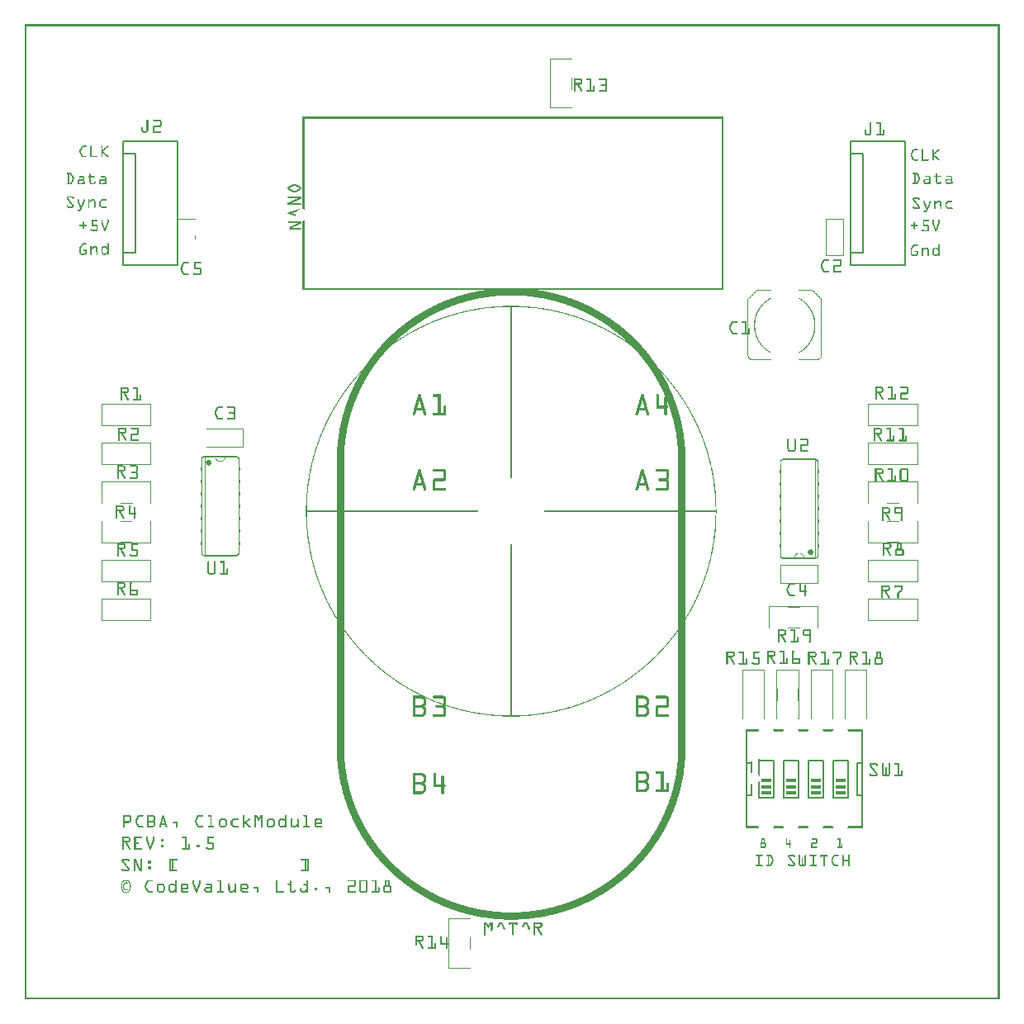
<source format=gto>
G04 MADE WITH FRITZING*
G04 WWW.FRITZING.ORG*
G04 DOUBLE SIDED*
G04 HOLES PLATED*
G04 CONTOUR ON CENTER OF CONTOUR VECTOR*
%ASAXBY*%
%FSLAX23Y23*%
%MOIN*%
%OFA0B0*%
%SFA1.0B1.0*%
%ADD10R,0.040000X0.015000*%
%ADD11R,0.225000X0.505000X0.215000X0.495000*%
%ADD12C,0.005000*%
%ADD13R,0.055000X0.405000X0.045000X0.395000*%
%ADD14C,0.008000*%
%ADD15C,0.006000*%
%ADD16C,0.002000*%
%ADD17R,0.001000X0.001000*%
%LNSILK1*%
G90*
G70*
G54D10*
X3294Y884D03*
X3294Y859D03*
X3294Y834D03*
X3194Y884D03*
X3194Y859D03*
X3194Y834D03*
X3094Y884D03*
X3094Y859D03*
X3094Y834D03*
X2994Y884D03*
X2994Y859D03*
X2994Y834D03*
G54D12*
X397Y3466D02*
X617Y3466D01*
X617Y2966D01*
X397Y2966D01*
X397Y3466D01*
D02*
X397Y3416D02*
X447Y3416D01*
X447Y3016D01*
X397Y3016D01*
X397Y3416D01*
D02*
X3333Y3467D02*
X3553Y3467D01*
X3553Y2967D01*
X3333Y2967D01*
X3333Y3467D01*
D02*
X3333Y3417D02*
X3383Y3417D01*
X3383Y3017D01*
X3333Y3017D01*
X3333Y3417D01*
D02*
G54D14*
X2914Y1087D02*
X2914Y957D01*
D02*
X2914Y827D02*
X2934Y827D01*
D02*
X2934Y957D02*
X2914Y957D01*
D02*
X2914Y827D02*
X2914Y697D01*
D02*
X2914Y957D02*
X2914Y827D01*
D02*
X3380Y697D02*
X3380Y827D01*
D02*
X3380Y957D02*
X3360Y957D01*
D02*
X3360Y957D02*
X3360Y827D01*
D02*
X3360Y827D02*
X3380Y827D01*
D02*
X3380Y957D02*
X3380Y1087D01*
D02*
X3380Y827D02*
X3380Y957D01*
D02*
X3264Y967D02*
X3264Y817D01*
D02*
X3264Y967D02*
X3324Y967D01*
D02*
X3324Y817D02*
X3324Y967D01*
D02*
X3324Y817D02*
X3264Y817D01*
D02*
X3164Y967D02*
X3164Y817D01*
D02*
X3164Y967D02*
X3224Y967D01*
D02*
X3224Y817D02*
X3224Y967D01*
D02*
X3224Y817D02*
X3164Y817D01*
D02*
X3064Y967D02*
X3064Y817D01*
D02*
X3064Y967D02*
X3124Y967D01*
D02*
X3124Y817D02*
X3124Y967D01*
D02*
X3124Y817D02*
X3064Y817D01*
D02*
X2964Y967D02*
X3024Y967D01*
D02*
X3024Y817D02*
X3024Y967D01*
D02*
X3024Y817D02*
X2964Y817D01*
G54D15*
D02*
X729Y1792D02*
X853Y1792D01*
D02*
X853Y2192D02*
X729Y2192D01*
G54D16*
D02*
X728Y2192D02*
X728Y1792D01*
G54D15*
D02*
X3190Y2181D02*
X3066Y2181D01*
D02*
X3066Y1781D02*
X3190Y1781D01*
G54D16*
D02*
X3191Y1781D02*
X3191Y2181D01*
G54D17*
X0Y3937D02*
X3936Y3937D01*
X0Y3936D02*
X3936Y3936D01*
X0Y3935D02*
X3936Y3935D01*
X0Y3934D02*
X3936Y3934D01*
X0Y3933D02*
X3936Y3933D01*
X0Y3932D02*
X3936Y3932D01*
X0Y3931D02*
X3936Y3931D01*
X0Y3930D02*
X3936Y3930D01*
X0Y3929D02*
X7Y3929D01*
X3929Y3929D02*
X3936Y3929D01*
X0Y3928D02*
X7Y3928D01*
X3929Y3928D02*
X3936Y3928D01*
X0Y3927D02*
X7Y3927D01*
X3929Y3927D02*
X3936Y3927D01*
X0Y3926D02*
X7Y3926D01*
X3929Y3926D02*
X3936Y3926D01*
X0Y3925D02*
X7Y3925D01*
X3929Y3925D02*
X3936Y3925D01*
X0Y3924D02*
X7Y3924D01*
X3929Y3924D02*
X3936Y3924D01*
X0Y3923D02*
X7Y3923D01*
X3929Y3923D02*
X3936Y3923D01*
X0Y3922D02*
X7Y3922D01*
X3929Y3922D02*
X3936Y3922D01*
X0Y3921D02*
X7Y3921D01*
X3929Y3921D02*
X3936Y3921D01*
X0Y3920D02*
X7Y3920D01*
X3929Y3920D02*
X3936Y3920D01*
X0Y3919D02*
X7Y3919D01*
X3929Y3919D02*
X3936Y3919D01*
X0Y3918D02*
X7Y3918D01*
X3929Y3918D02*
X3936Y3918D01*
X0Y3917D02*
X7Y3917D01*
X3929Y3917D02*
X3936Y3917D01*
X0Y3916D02*
X7Y3916D01*
X3929Y3916D02*
X3936Y3916D01*
X0Y3915D02*
X7Y3915D01*
X3929Y3915D02*
X3936Y3915D01*
X0Y3914D02*
X7Y3914D01*
X3929Y3914D02*
X3936Y3914D01*
X0Y3913D02*
X7Y3913D01*
X3929Y3913D02*
X3936Y3913D01*
X0Y3912D02*
X7Y3912D01*
X3929Y3912D02*
X3936Y3912D01*
X0Y3911D02*
X7Y3911D01*
X3929Y3911D02*
X3936Y3911D01*
X0Y3910D02*
X7Y3910D01*
X3929Y3910D02*
X3936Y3910D01*
X0Y3909D02*
X7Y3909D01*
X3929Y3909D02*
X3936Y3909D01*
X0Y3908D02*
X7Y3908D01*
X3929Y3908D02*
X3936Y3908D01*
X0Y3907D02*
X7Y3907D01*
X3929Y3907D02*
X3936Y3907D01*
X0Y3906D02*
X7Y3906D01*
X3929Y3906D02*
X3936Y3906D01*
X0Y3905D02*
X7Y3905D01*
X3929Y3905D02*
X3936Y3905D01*
X0Y3904D02*
X7Y3904D01*
X3929Y3904D02*
X3936Y3904D01*
X0Y3903D02*
X7Y3903D01*
X3929Y3903D02*
X3936Y3903D01*
X0Y3902D02*
X7Y3902D01*
X3929Y3902D02*
X3936Y3902D01*
X0Y3901D02*
X7Y3901D01*
X3929Y3901D02*
X3936Y3901D01*
X0Y3900D02*
X7Y3900D01*
X3929Y3900D02*
X3936Y3900D01*
X0Y3899D02*
X7Y3899D01*
X3929Y3899D02*
X3936Y3899D01*
X0Y3898D02*
X7Y3898D01*
X3929Y3898D02*
X3936Y3898D01*
X0Y3897D02*
X7Y3897D01*
X3929Y3897D02*
X3936Y3897D01*
X0Y3896D02*
X7Y3896D01*
X3929Y3896D02*
X3936Y3896D01*
X0Y3895D02*
X7Y3895D01*
X3929Y3895D02*
X3936Y3895D01*
X0Y3894D02*
X7Y3894D01*
X3929Y3894D02*
X3936Y3894D01*
X0Y3893D02*
X7Y3893D01*
X3929Y3893D02*
X3936Y3893D01*
X0Y3892D02*
X7Y3892D01*
X3929Y3892D02*
X3936Y3892D01*
X0Y3891D02*
X7Y3891D01*
X3929Y3891D02*
X3936Y3891D01*
X0Y3890D02*
X7Y3890D01*
X3929Y3890D02*
X3936Y3890D01*
X0Y3889D02*
X7Y3889D01*
X3929Y3889D02*
X3936Y3889D01*
X0Y3888D02*
X7Y3888D01*
X3929Y3888D02*
X3936Y3888D01*
X0Y3887D02*
X7Y3887D01*
X3929Y3887D02*
X3936Y3887D01*
X0Y3886D02*
X7Y3886D01*
X3929Y3886D02*
X3936Y3886D01*
X0Y3885D02*
X7Y3885D01*
X3929Y3885D02*
X3936Y3885D01*
X0Y3884D02*
X7Y3884D01*
X3929Y3884D02*
X3936Y3884D01*
X0Y3883D02*
X7Y3883D01*
X3929Y3883D02*
X3936Y3883D01*
X0Y3882D02*
X7Y3882D01*
X3929Y3882D02*
X3936Y3882D01*
X0Y3881D02*
X7Y3881D01*
X3929Y3881D02*
X3936Y3881D01*
X0Y3880D02*
X7Y3880D01*
X3929Y3880D02*
X3936Y3880D01*
X0Y3879D02*
X7Y3879D01*
X3929Y3879D02*
X3936Y3879D01*
X0Y3878D02*
X7Y3878D01*
X3929Y3878D02*
X3936Y3878D01*
X0Y3877D02*
X7Y3877D01*
X3929Y3877D02*
X3936Y3877D01*
X0Y3876D02*
X7Y3876D01*
X3929Y3876D02*
X3936Y3876D01*
X0Y3875D02*
X7Y3875D01*
X3929Y3875D02*
X3936Y3875D01*
X0Y3874D02*
X7Y3874D01*
X3929Y3874D02*
X3936Y3874D01*
X0Y3873D02*
X7Y3873D01*
X3929Y3873D02*
X3936Y3873D01*
X0Y3872D02*
X7Y3872D01*
X3929Y3872D02*
X3936Y3872D01*
X0Y3871D02*
X7Y3871D01*
X3929Y3871D02*
X3936Y3871D01*
X0Y3870D02*
X7Y3870D01*
X3929Y3870D02*
X3936Y3870D01*
X0Y3869D02*
X7Y3869D01*
X3929Y3869D02*
X3936Y3869D01*
X0Y3868D02*
X7Y3868D01*
X3929Y3868D02*
X3936Y3868D01*
X0Y3867D02*
X7Y3867D01*
X3929Y3867D02*
X3936Y3867D01*
X0Y3866D02*
X7Y3866D01*
X3929Y3866D02*
X3936Y3866D01*
X0Y3865D02*
X7Y3865D01*
X3929Y3865D02*
X3936Y3865D01*
X0Y3864D02*
X7Y3864D01*
X3929Y3864D02*
X3936Y3864D01*
X0Y3863D02*
X7Y3863D01*
X3929Y3863D02*
X3936Y3863D01*
X0Y3862D02*
X7Y3862D01*
X3929Y3862D02*
X3936Y3862D01*
X0Y3861D02*
X7Y3861D01*
X3929Y3861D02*
X3936Y3861D01*
X0Y3860D02*
X7Y3860D01*
X3929Y3860D02*
X3936Y3860D01*
X0Y3859D02*
X7Y3859D01*
X3929Y3859D02*
X3936Y3859D01*
X0Y3858D02*
X7Y3858D01*
X3929Y3858D02*
X3936Y3858D01*
X0Y3857D02*
X7Y3857D01*
X3929Y3857D02*
X3936Y3857D01*
X0Y3856D02*
X7Y3856D01*
X3929Y3856D02*
X3936Y3856D01*
X0Y3855D02*
X7Y3855D01*
X3929Y3855D02*
X3936Y3855D01*
X0Y3854D02*
X7Y3854D01*
X3929Y3854D02*
X3936Y3854D01*
X0Y3853D02*
X7Y3853D01*
X3929Y3853D02*
X3936Y3853D01*
X0Y3852D02*
X7Y3852D01*
X3929Y3852D02*
X3936Y3852D01*
X0Y3851D02*
X7Y3851D01*
X3929Y3851D02*
X3936Y3851D01*
X0Y3850D02*
X7Y3850D01*
X3929Y3850D02*
X3936Y3850D01*
X0Y3849D02*
X7Y3849D01*
X3929Y3849D02*
X3936Y3849D01*
X0Y3848D02*
X7Y3848D01*
X3929Y3848D02*
X3936Y3848D01*
X0Y3847D02*
X7Y3847D01*
X3929Y3847D02*
X3936Y3847D01*
X0Y3846D02*
X7Y3846D01*
X3929Y3846D02*
X3936Y3846D01*
X0Y3845D02*
X7Y3845D01*
X3929Y3845D02*
X3936Y3845D01*
X0Y3844D02*
X7Y3844D01*
X3929Y3844D02*
X3936Y3844D01*
X0Y3843D02*
X7Y3843D01*
X3929Y3843D02*
X3936Y3843D01*
X0Y3842D02*
X7Y3842D01*
X3929Y3842D02*
X3936Y3842D01*
X0Y3841D02*
X7Y3841D01*
X3929Y3841D02*
X3936Y3841D01*
X0Y3840D02*
X7Y3840D01*
X3929Y3840D02*
X3936Y3840D01*
X0Y3839D02*
X7Y3839D01*
X3929Y3839D02*
X3936Y3839D01*
X0Y3838D02*
X7Y3838D01*
X3929Y3838D02*
X3936Y3838D01*
X0Y3837D02*
X7Y3837D01*
X3929Y3837D02*
X3936Y3837D01*
X0Y3836D02*
X7Y3836D01*
X3929Y3836D02*
X3936Y3836D01*
X0Y3835D02*
X7Y3835D01*
X3929Y3835D02*
X3936Y3835D01*
X0Y3834D02*
X7Y3834D01*
X3929Y3834D02*
X3936Y3834D01*
X0Y3833D02*
X7Y3833D01*
X3929Y3833D02*
X3936Y3833D01*
X0Y3832D02*
X7Y3832D01*
X3929Y3832D02*
X3936Y3832D01*
X0Y3831D02*
X7Y3831D01*
X3929Y3831D02*
X3936Y3831D01*
X0Y3830D02*
X7Y3830D01*
X3929Y3830D02*
X3936Y3830D01*
X0Y3829D02*
X7Y3829D01*
X3929Y3829D02*
X3936Y3829D01*
X0Y3828D02*
X7Y3828D01*
X3929Y3828D02*
X3936Y3828D01*
X0Y3827D02*
X7Y3827D01*
X3929Y3827D02*
X3936Y3827D01*
X0Y3826D02*
X7Y3826D01*
X3929Y3826D02*
X3936Y3826D01*
X0Y3825D02*
X7Y3825D01*
X3929Y3825D02*
X3936Y3825D01*
X0Y3824D02*
X7Y3824D01*
X3929Y3824D02*
X3936Y3824D01*
X0Y3823D02*
X7Y3823D01*
X3929Y3823D02*
X3936Y3823D01*
X0Y3822D02*
X7Y3822D01*
X3929Y3822D02*
X3936Y3822D01*
X0Y3821D02*
X7Y3821D01*
X3929Y3821D02*
X3936Y3821D01*
X0Y3820D02*
X7Y3820D01*
X3929Y3820D02*
X3936Y3820D01*
X0Y3819D02*
X7Y3819D01*
X3929Y3819D02*
X3936Y3819D01*
X0Y3818D02*
X7Y3818D01*
X3929Y3818D02*
X3936Y3818D01*
X0Y3817D02*
X7Y3817D01*
X3929Y3817D02*
X3936Y3817D01*
X0Y3816D02*
X7Y3816D01*
X3929Y3816D02*
X3936Y3816D01*
X0Y3815D02*
X7Y3815D01*
X3929Y3815D02*
X3936Y3815D01*
X0Y3814D02*
X7Y3814D01*
X3929Y3814D02*
X3936Y3814D01*
X0Y3813D02*
X7Y3813D01*
X3929Y3813D02*
X3936Y3813D01*
X0Y3812D02*
X7Y3812D01*
X3929Y3812D02*
X3936Y3812D01*
X0Y3811D02*
X7Y3811D01*
X3929Y3811D02*
X3936Y3811D01*
X0Y3810D02*
X7Y3810D01*
X3929Y3810D02*
X3936Y3810D01*
X0Y3809D02*
X7Y3809D01*
X3929Y3809D02*
X3936Y3809D01*
X0Y3808D02*
X7Y3808D01*
X3929Y3808D02*
X3936Y3808D01*
X0Y3807D02*
X7Y3807D01*
X3929Y3807D02*
X3936Y3807D01*
X0Y3806D02*
X7Y3806D01*
X3929Y3806D02*
X3936Y3806D01*
X0Y3805D02*
X7Y3805D01*
X3929Y3805D02*
X3936Y3805D01*
X0Y3804D02*
X7Y3804D01*
X3929Y3804D02*
X3936Y3804D01*
X0Y3803D02*
X7Y3803D01*
X3929Y3803D02*
X3936Y3803D01*
X0Y3802D02*
X7Y3802D01*
X3929Y3802D02*
X3936Y3802D01*
X0Y3801D02*
X7Y3801D01*
X3929Y3801D02*
X3936Y3801D01*
X0Y3800D02*
X7Y3800D01*
X3929Y3800D02*
X3936Y3800D01*
X0Y3799D02*
X7Y3799D01*
X3929Y3799D02*
X3936Y3799D01*
X0Y3798D02*
X7Y3798D01*
X2122Y3798D02*
X2211Y3798D01*
X3929Y3798D02*
X3936Y3798D01*
X0Y3797D02*
X7Y3797D01*
X2122Y3797D02*
X2211Y3797D01*
X3929Y3797D02*
X3936Y3797D01*
X0Y3796D02*
X7Y3796D01*
X2122Y3796D02*
X2211Y3796D01*
X3929Y3796D02*
X3936Y3796D01*
X0Y3795D02*
X7Y3795D01*
X2122Y3795D02*
X2124Y3795D01*
X2210Y3795D02*
X2211Y3795D01*
X3929Y3795D02*
X3936Y3795D01*
X0Y3794D02*
X7Y3794D01*
X2122Y3794D02*
X2124Y3794D01*
X2210Y3794D02*
X2211Y3794D01*
X3929Y3794D02*
X3936Y3794D01*
X0Y3793D02*
X7Y3793D01*
X2122Y3793D02*
X2124Y3793D01*
X2210Y3793D02*
X2211Y3793D01*
X3929Y3793D02*
X3936Y3793D01*
X0Y3792D02*
X7Y3792D01*
X2122Y3792D02*
X2124Y3792D01*
X2210Y3792D02*
X2211Y3792D01*
X3929Y3792D02*
X3936Y3792D01*
X0Y3791D02*
X7Y3791D01*
X2122Y3791D02*
X2124Y3791D01*
X2210Y3791D02*
X2211Y3791D01*
X3929Y3791D02*
X3936Y3791D01*
X0Y3790D02*
X7Y3790D01*
X2122Y3790D02*
X2124Y3790D01*
X2210Y3790D02*
X2211Y3790D01*
X3929Y3790D02*
X3936Y3790D01*
X0Y3789D02*
X7Y3789D01*
X2122Y3789D02*
X2124Y3789D01*
X2210Y3789D02*
X2211Y3789D01*
X3929Y3789D02*
X3936Y3789D01*
X0Y3788D02*
X7Y3788D01*
X2122Y3788D02*
X2124Y3788D01*
X2210Y3788D02*
X2211Y3788D01*
X3929Y3788D02*
X3936Y3788D01*
X0Y3787D02*
X7Y3787D01*
X2122Y3787D02*
X2124Y3787D01*
X2210Y3787D02*
X2211Y3787D01*
X3929Y3787D02*
X3936Y3787D01*
X0Y3786D02*
X7Y3786D01*
X2122Y3786D02*
X2124Y3786D01*
X2210Y3786D02*
X2211Y3786D01*
X3929Y3786D02*
X3936Y3786D01*
X0Y3785D02*
X7Y3785D01*
X2122Y3785D02*
X2124Y3785D01*
X2210Y3785D02*
X2211Y3785D01*
X3929Y3785D02*
X3936Y3785D01*
X0Y3784D02*
X7Y3784D01*
X2122Y3784D02*
X2124Y3784D01*
X2210Y3784D02*
X2211Y3784D01*
X3929Y3784D02*
X3936Y3784D01*
X0Y3783D02*
X7Y3783D01*
X2122Y3783D02*
X2124Y3783D01*
X2210Y3783D02*
X2211Y3783D01*
X3929Y3783D02*
X3936Y3783D01*
X0Y3782D02*
X7Y3782D01*
X2122Y3782D02*
X2124Y3782D01*
X2210Y3782D02*
X2211Y3782D01*
X3929Y3782D02*
X3936Y3782D01*
X0Y3781D02*
X7Y3781D01*
X2122Y3781D02*
X2124Y3781D01*
X2210Y3781D02*
X2211Y3781D01*
X3929Y3781D02*
X3936Y3781D01*
X0Y3780D02*
X7Y3780D01*
X2122Y3780D02*
X2124Y3780D01*
X2210Y3780D02*
X2211Y3780D01*
X3929Y3780D02*
X3936Y3780D01*
X0Y3779D02*
X7Y3779D01*
X2122Y3779D02*
X2124Y3779D01*
X2210Y3779D02*
X2211Y3779D01*
X3929Y3779D02*
X3936Y3779D01*
X0Y3778D02*
X7Y3778D01*
X2122Y3778D02*
X2124Y3778D01*
X2210Y3778D02*
X2211Y3778D01*
X3929Y3778D02*
X3936Y3778D01*
X0Y3777D02*
X7Y3777D01*
X2122Y3777D02*
X2124Y3777D01*
X2210Y3777D02*
X2211Y3777D01*
X3929Y3777D02*
X3936Y3777D01*
X0Y3776D02*
X7Y3776D01*
X2122Y3776D02*
X2124Y3776D01*
X2210Y3776D02*
X2211Y3776D01*
X3929Y3776D02*
X3936Y3776D01*
X0Y3775D02*
X7Y3775D01*
X2122Y3775D02*
X2124Y3775D01*
X2210Y3775D02*
X2211Y3775D01*
X3929Y3775D02*
X3936Y3775D01*
X0Y3774D02*
X7Y3774D01*
X2122Y3774D02*
X2124Y3774D01*
X2210Y3774D02*
X2211Y3774D01*
X3929Y3774D02*
X3936Y3774D01*
X0Y3773D02*
X7Y3773D01*
X2122Y3773D02*
X2124Y3773D01*
X2210Y3773D02*
X2211Y3773D01*
X3929Y3773D02*
X3936Y3773D01*
X0Y3772D02*
X7Y3772D01*
X2122Y3772D02*
X2124Y3772D01*
X2210Y3772D02*
X2211Y3772D01*
X3929Y3772D02*
X3936Y3772D01*
X0Y3771D02*
X7Y3771D01*
X2122Y3771D02*
X2124Y3771D01*
X2210Y3771D02*
X2211Y3771D01*
X3929Y3771D02*
X3936Y3771D01*
X0Y3770D02*
X7Y3770D01*
X2122Y3770D02*
X2124Y3770D01*
X2210Y3770D02*
X2211Y3770D01*
X3929Y3770D02*
X3936Y3770D01*
X0Y3769D02*
X7Y3769D01*
X2122Y3769D02*
X2124Y3769D01*
X2210Y3769D02*
X2211Y3769D01*
X3929Y3769D02*
X3936Y3769D01*
X0Y3768D02*
X7Y3768D01*
X2122Y3768D02*
X2124Y3768D01*
X2210Y3768D02*
X2211Y3768D01*
X3929Y3768D02*
X3936Y3768D01*
X0Y3767D02*
X7Y3767D01*
X2122Y3767D02*
X2124Y3767D01*
X2210Y3767D02*
X2211Y3767D01*
X3929Y3767D02*
X3936Y3767D01*
X0Y3766D02*
X7Y3766D01*
X2122Y3766D02*
X2124Y3766D01*
X2210Y3766D02*
X2211Y3766D01*
X3929Y3766D02*
X3936Y3766D01*
X0Y3765D02*
X7Y3765D01*
X2122Y3765D02*
X2124Y3765D01*
X2210Y3765D02*
X2211Y3765D01*
X3929Y3765D02*
X3936Y3765D01*
X0Y3764D02*
X7Y3764D01*
X2122Y3764D02*
X2124Y3764D01*
X2210Y3764D02*
X2211Y3764D01*
X3929Y3764D02*
X3936Y3764D01*
X0Y3763D02*
X7Y3763D01*
X2122Y3763D02*
X2124Y3763D01*
X2210Y3763D02*
X2211Y3763D01*
X3929Y3763D02*
X3936Y3763D01*
X0Y3762D02*
X7Y3762D01*
X2122Y3762D02*
X2124Y3762D01*
X2210Y3762D02*
X2211Y3762D01*
X3929Y3762D02*
X3936Y3762D01*
X0Y3761D02*
X7Y3761D01*
X2122Y3761D02*
X2124Y3761D01*
X2210Y3761D02*
X2211Y3761D01*
X3929Y3761D02*
X3936Y3761D01*
X0Y3760D02*
X7Y3760D01*
X2122Y3760D02*
X2124Y3760D01*
X2210Y3760D02*
X2211Y3760D01*
X3929Y3760D02*
X3936Y3760D01*
X0Y3759D02*
X7Y3759D01*
X2122Y3759D02*
X2124Y3759D01*
X2210Y3759D02*
X2211Y3759D01*
X3929Y3759D02*
X3936Y3759D01*
X0Y3758D02*
X7Y3758D01*
X2122Y3758D02*
X2124Y3758D01*
X2210Y3758D02*
X2211Y3758D01*
X3929Y3758D02*
X3936Y3758D01*
X0Y3757D02*
X7Y3757D01*
X2122Y3757D02*
X2124Y3757D01*
X2210Y3757D02*
X2211Y3757D01*
X3929Y3757D02*
X3936Y3757D01*
X0Y3756D02*
X7Y3756D01*
X2122Y3756D02*
X2124Y3756D01*
X2210Y3756D02*
X2211Y3756D01*
X3929Y3756D02*
X3936Y3756D01*
X0Y3755D02*
X7Y3755D01*
X2122Y3755D02*
X2124Y3755D01*
X2210Y3755D02*
X2211Y3755D01*
X3929Y3755D02*
X3936Y3755D01*
X0Y3754D02*
X7Y3754D01*
X2122Y3754D02*
X2124Y3754D01*
X2210Y3754D02*
X2211Y3754D01*
X3929Y3754D02*
X3936Y3754D01*
X0Y3753D02*
X7Y3753D01*
X2122Y3753D02*
X2124Y3753D01*
X2210Y3753D02*
X2211Y3753D01*
X3929Y3753D02*
X3936Y3753D01*
X0Y3752D02*
X7Y3752D01*
X2122Y3752D02*
X2124Y3752D01*
X2210Y3752D02*
X2211Y3752D01*
X3929Y3752D02*
X3936Y3752D01*
X0Y3751D02*
X7Y3751D01*
X2122Y3751D02*
X2124Y3751D01*
X2210Y3751D02*
X2211Y3751D01*
X3929Y3751D02*
X3936Y3751D01*
X0Y3750D02*
X7Y3750D01*
X2122Y3750D02*
X2124Y3750D01*
X2210Y3750D02*
X2211Y3750D01*
X3929Y3750D02*
X3936Y3750D01*
X0Y3749D02*
X7Y3749D01*
X2122Y3749D02*
X2124Y3749D01*
X2210Y3749D02*
X2211Y3749D01*
X3929Y3749D02*
X3936Y3749D01*
X0Y3748D02*
X7Y3748D01*
X2122Y3748D02*
X2124Y3748D01*
X2210Y3748D02*
X2211Y3748D01*
X3929Y3748D02*
X3936Y3748D01*
X0Y3747D02*
X7Y3747D01*
X2122Y3747D02*
X2124Y3747D01*
X2210Y3747D02*
X2211Y3747D01*
X3929Y3747D02*
X3936Y3747D01*
X0Y3746D02*
X7Y3746D01*
X2122Y3746D02*
X2124Y3746D01*
X2210Y3746D02*
X2211Y3746D01*
X3929Y3746D02*
X3936Y3746D01*
X0Y3745D02*
X7Y3745D01*
X2122Y3745D02*
X2124Y3745D01*
X2210Y3745D02*
X2211Y3745D01*
X3929Y3745D02*
X3936Y3745D01*
X0Y3744D02*
X7Y3744D01*
X2122Y3744D02*
X2124Y3744D01*
X2210Y3744D02*
X2211Y3744D01*
X3929Y3744D02*
X3936Y3744D01*
X0Y3743D02*
X7Y3743D01*
X2122Y3743D02*
X2124Y3743D01*
X2210Y3743D02*
X2211Y3743D01*
X3929Y3743D02*
X3936Y3743D01*
X0Y3742D02*
X7Y3742D01*
X2122Y3742D02*
X2124Y3742D01*
X2210Y3742D02*
X2211Y3742D01*
X3929Y3742D02*
X3936Y3742D01*
X0Y3741D02*
X7Y3741D01*
X2122Y3741D02*
X2124Y3741D01*
X2210Y3741D02*
X2211Y3741D01*
X3929Y3741D02*
X3936Y3741D01*
X0Y3740D02*
X7Y3740D01*
X2122Y3740D02*
X2124Y3740D01*
X2210Y3740D02*
X2211Y3740D01*
X3929Y3740D02*
X3936Y3740D01*
X0Y3739D02*
X7Y3739D01*
X2122Y3739D02*
X2124Y3739D01*
X2210Y3739D02*
X2211Y3739D01*
X3929Y3739D02*
X3936Y3739D01*
X0Y3738D02*
X7Y3738D01*
X2122Y3738D02*
X2124Y3738D01*
X2210Y3738D02*
X2211Y3738D01*
X3929Y3738D02*
X3936Y3738D01*
X0Y3737D02*
X7Y3737D01*
X2122Y3737D02*
X2124Y3737D01*
X2210Y3737D02*
X2211Y3737D01*
X3929Y3737D02*
X3936Y3737D01*
X0Y3736D02*
X7Y3736D01*
X2122Y3736D02*
X2124Y3736D01*
X2210Y3736D02*
X2211Y3736D01*
X3929Y3736D02*
X3936Y3736D01*
X0Y3735D02*
X7Y3735D01*
X2122Y3735D02*
X2124Y3735D01*
X2210Y3735D02*
X2211Y3735D01*
X3929Y3735D02*
X3936Y3735D01*
X0Y3734D02*
X7Y3734D01*
X2122Y3734D02*
X2124Y3734D01*
X2210Y3734D02*
X2211Y3734D01*
X3929Y3734D02*
X3936Y3734D01*
X0Y3733D02*
X7Y3733D01*
X2122Y3733D02*
X2124Y3733D01*
X2210Y3733D02*
X2211Y3733D01*
X3929Y3733D02*
X3936Y3733D01*
X0Y3732D02*
X7Y3732D01*
X2122Y3732D02*
X2124Y3732D01*
X2210Y3732D02*
X2211Y3732D01*
X3929Y3732D02*
X3936Y3732D01*
X0Y3731D02*
X7Y3731D01*
X2122Y3731D02*
X2124Y3731D01*
X2210Y3731D02*
X2211Y3731D01*
X3929Y3731D02*
X3936Y3731D01*
X0Y3730D02*
X7Y3730D01*
X2122Y3730D02*
X2124Y3730D01*
X2210Y3730D02*
X2211Y3730D01*
X3929Y3730D02*
X3936Y3730D01*
X0Y3729D02*
X7Y3729D01*
X2122Y3729D02*
X2124Y3729D01*
X2210Y3729D02*
X2211Y3729D01*
X3929Y3729D02*
X3936Y3729D01*
X0Y3728D02*
X7Y3728D01*
X2122Y3728D02*
X2124Y3728D01*
X2210Y3728D02*
X2211Y3728D01*
X3929Y3728D02*
X3936Y3728D01*
X0Y3727D02*
X7Y3727D01*
X2122Y3727D02*
X2124Y3727D01*
X2210Y3727D02*
X2211Y3727D01*
X3929Y3727D02*
X3936Y3727D01*
X0Y3726D02*
X7Y3726D01*
X2122Y3726D02*
X2124Y3726D01*
X2210Y3726D02*
X2211Y3726D01*
X3929Y3726D02*
X3936Y3726D01*
X0Y3725D02*
X7Y3725D01*
X2122Y3725D02*
X2124Y3725D01*
X2210Y3725D02*
X2211Y3725D01*
X3929Y3725D02*
X3936Y3725D01*
X0Y3724D02*
X7Y3724D01*
X2122Y3724D02*
X2124Y3724D01*
X2210Y3724D02*
X2211Y3724D01*
X3929Y3724D02*
X3936Y3724D01*
X0Y3723D02*
X7Y3723D01*
X2122Y3723D02*
X2124Y3723D01*
X2209Y3723D02*
X2211Y3723D01*
X3929Y3723D02*
X3936Y3723D01*
X0Y3722D02*
X7Y3722D01*
X2122Y3722D02*
X2125Y3722D01*
X2208Y3722D02*
X2211Y3722D01*
X3929Y3722D02*
X3936Y3722D01*
X0Y3721D02*
X7Y3721D01*
X2122Y3721D02*
X2125Y3721D01*
X2208Y3721D02*
X2211Y3721D01*
X3929Y3721D02*
X3936Y3721D01*
X0Y3720D02*
X7Y3720D01*
X2122Y3720D02*
X2125Y3720D01*
X2208Y3720D02*
X2211Y3720D01*
X3929Y3720D02*
X3936Y3720D01*
X0Y3719D02*
X7Y3719D01*
X2122Y3719D02*
X2125Y3719D01*
X2208Y3719D02*
X2211Y3719D01*
X3929Y3719D02*
X3936Y3719D01*
X0Y3718D02*
X7Y3718D01*
X2122Y3718D02*
X2125Y3718D01*
X2208Y3718D02*
X2211Y3718D01*
X2218Y3718D02*
X2245Y3718D01*
X2270Y3718D02*
X2288Y3718D01*
X2320Y3718D02*
X2348Y3718D01*
X3929Y3718D02*
X3936Y3718D01*
X0Y3717D02*
X7Y3717D01*
X2122Y3717D02*
X2125Y3717D01*
X2208Y3717D02*
X2211Y3717D01*
X2218Y3717D02*
X2247Y3717D01*
X2269Y3717D02*
X2288Y3717D01*
X2319Y3717D02*
X2350Y3717D01*
X3929Y3717D02*
X3936Y3717D01*
X0Y3716D02*
X7Y3716D01*
X2122Y3716D02*
X2125Y3716D01*
X2208Y3716D02*
X2211Y3716D01*
X2218Y3716D02*
X2248Y3716D01*
X2269Y3716D02*
X2288Y3716D01*
X2319Y3716D02*
X2351Y3716D01*
X3929Y3716D02*
X3936Y3716D01*
X0Y3715D02*
X7Y3715D01*
X2122Y3715D02*
X2125Y3715D01*
X2208Y3715D02*
X2211Y3715D01*
X2218Y3715D02*
X2249Y3715D01*
X2269Y3715D02*
X2288Y3715D01*
X2319Y3715D02*
X2352Y3715D01*
X3929Y3715D02*
X3936Y3715D01*
X0Y3714D02*
X7Y3714D01*
X2122Y3714D02*
X2125Y3714D01*
X2208Y3714D02*
X2211Y3714D01*
X2218Y3714D02*
X2250Y3714D01*
X2269Y3714D02*
X2288Y3714D01*
X2319Y3714D02*
X2352Y3714D01*
X3929Y3714D02*
X3936Y3714D01*
X0Y3713D02*
X7Y3713D01*
X2122Y3713D02*
X2125Y3713D01*
X2208Y3713D02*
X2211Y3713D01*
X2218Y3713D02*
X2251Y3713D01*
X2269Y3713D02*
X2288Y3713D01*
X2320Y3713D02*
X2352Y3713D01*
X3929Y3713D02*
X3936Y3713D01*
X0Y3712D02*
X7Y3712D01*
X2122Y3712D02*
X2125Y3712D01*
X2208Y3712D02*
X2211Y3712D01*
X2218Y3712D02*
X2251Y3712D01*
X2271Y3712D02*
X2288Y3712D01*
X2321Y3712D02*
X2352Y3712D01*
X3929Y3712D02*
X3936Y3712D01*
X0Y3711D02*
X7Y3711D01*
X2122Y3711D02*
X2125Y3711D01*
X2208Y3711D02*
X2211Y3711D01*
X2218Y3711D02*
X2224Y3711D01*
X2244Y3711D02*
X2252Y3711D01*
X2282Y3711D02*
X2288Y3711D01*
X2346Y3711D02*
X2352Y3711D01*
X3929Y3711D02*
X3936Y3711D01*
X0Y3710D02*
X7Y3710D01*
X2122Y3710D02*
X2125Y3710D01*
X2208Y3710D02*
X2211Y3710D01*
X2218Y3710D02*
X2224Y3710D01*
X2245Y3710D02*
X2252Y3710D01*
X2282Y3710D02*
X2288Y3710D01*
X2346Y3710D02*
X2352Y3710D01*
X3929Y3710D02*
X3936Y3710D01*
X0Y3709D02*
X7Y3709D01*
X2122Y3709D02*
X2125Y3709D01*
X2208Y3709D02*
X2211Y3709D01*
X2218Y3709D02*
X2224Y3709D01*
X2246Y3709D02*
X2252Y3709D01*
X2282Y3709D02*
X2288Y3709D01*
X2346Y3709D02*
X2352Y3709D01*
X3929Y3709D02*
X3936Y3709D01*
X0Y3708D02*
X7Y3708D01*
X2122Y3708D02*
X2125Y3708D01*
X2208Y3708D02*
X2211Y3708D01*
X2218Y3708D02*
X2224Y3708D01*
X2246Y3708D02*
X2252Y3708D01*
X2282Y3708D02*
X2288Y3708D01*
X2346Y3708D02*
X2352Y3708D01*
X3929Y3708D02*
X3936Y3708D01*
X0Y3707D02*
X7Y3707D01*
X2122Y3707D02*
X2125Y3707D01*
X2208Y3707D02*
X2211Y3707D01*
X2218Y3707D02*
X2224Y3707D01*
X2246Y3707D02*
X2252Y3707D01*
X2282Y3707D02*
X2288Y3707D01*
X2346Y3707D02*
X2352Y3707D01*
X3929Y3707D02*
X3936Y3707D01*
X0Y3706D02*
X7Y3706D01*
X2122Y3706D02*
X2125Y3706D01*
X2208Y3706D02*
X2211Y3706D01*
X2218Y3706D02*
X2224Y3706D01*
X2246Y3706D02*
X2252Y3706D01*
X2282Y3706D02*
X2288Y3706D01*
X2346Y3706D02*
X2352Y3706D01*
X3929Y3706D02*
X3936Y3706D01*
X0Y3705D02*
X7Y3705D01*
X2122Y3705D02*
X2125Y3705D01*
X2208Y3705D02*
X2211Y3705D01*
X2218Y3705D02*
X2224Y3705D01*
X2246Y3705D02*
X2252Y3705D01*
X2282Y3705D02*
X2288Y3705D01*
X2346Y3705D02*
X2352Y3705D01*
X3929Y3705D02*
X3936Y3705D01*
X0Y3704D02*
X7Y3704D01*
X2122Y3704D02*
X2125Y3704D01*
X2208Y3704D02*
X2211Y3704D01*
X2218Y3704D02*
X2224Y3704D01*
X2246Y3704D02*
X2252Y3704D01*
X2282Y3704D02*
X2288Y3704D01*
X2346Y3704D02*
X2352Y3704D01*
X3929Y3704D02*
X3936Y3704D01*
X0Y3703D02*
X7Y3703D01*
X2122Y3703D02*
X2125Y3703D01*
X2208Y3703D02*
X2211Y3703D01*
X2218Y3703D02*
X2224Y3703D01*
X2246Y3703D02*
X2252Y3703D01*
X2282Y3703D02*
X2288Y3703D01*
X2346Y3703D02*
X2352Y3703D01*
X3929Y3703D02*
X3936Y3703D01*
X0Y3702D02*
X7Y3702D01*
X2122Y3702D02*
X2125Y3702D01*
X2208Y3702D02*
X2211Y3702D01*
X2218Y3702D02*
X2224Y3702D01*
X2245Y3702D02*
X2252Y3702D01*
X2282Y3702D02*
X2288Y3702D01*
X2346Y3702D02*
X2352Y3702D01*
X3929Y3702D02*
X3936Y3702D01*
X0Y3701D02*
X7Y3701D01*
X2122Y3701D02*
X2125Y3701D01*
X2208Y3701D02*
X2211Y3701D01*
X2218Y3701D02*
X2225Y3701D01*
X2242Y3701D02*
X2251Y3701D01*
X2282Y3701D02*
X2288Y3701D01*
X2346Y3701D02*
X2352Y3701D01*
X3929Y3701D02*
X3936Y3701D01*
X0Y3700D02*
X7Y3700D01*
X2122Y3700D02*
X2125Y3700D01*
X2208Y3700D02*
X2211Y3700D01*
X2218Y3700D02*
X2251Y3700D01*
X2282Y3700D02*
X2288Y3700D01*
X2346Y3700D02*
X2352Y3700D01*
X3929Y3700D02*
X3936Y3700D01*
X0Y3699D02*
X7Y3699D01*
X2122Y3699D02*
X2125Y3699D01*
X2208Y3699D02*
X2211Y3699D01*
X2218Y3699D02*
X2250Y3699D01*
X2282Y3699D02*
X2288Y3699D01*
X2346Y3699D02*
X2352Y3699D01*
X3929Y3699D02*
X3936Y3699D01*
X0Y3698D02*
X7Y3698D01*
X2122Y3698D02*
X2125Y3698D01*
X2208Y3698D02*
X2211Y3698D01*
X2218Y3698D02*
X2250Y3698D01*
X2282Y3698D02*
X2288Y3698D01*
X2346Y3698D02*
X2352Y3698D01*
X3929Y3698D02*
X3936Y3698D01*
X0Y3697D02*
X7Y3697D01*
X2122Y3697D02*
X2125Y3697D01*
X2208Y3697D02*
X2211Y3697D01*
X2218Y3697D02*
X2249Y3697D01*
X2282Y3697D02*
X2288Y3697D01*
X2346Y3697D02*
X2352Y3697D01*
X3929Y3697D02*
X3936Y3697D01*
X0Y3696D02*
X7Y3696D01*
X2122Y3696D02*
X2125Y3696D01*
X2208Y3696D02*
X2211Y3696D01*
X2218Y3696D02*
X2248Y3696D01*
X2282Y3696D02*
X2288Y3696D01*
X2345Y3696D02*
X2352Y3696D01*
X3929Y3696D02*
X3936Y3696D01*
X0Y3695D02*
X7Y3695D01*
X2122Y3695D02*
X2125Y3695D01*
X2208Y3695D02*
X2211Y3695D01*
X2218Y3695D02*
X2246Y3695D01*
X2282Y3695D02*
X2288Y3695D01*
X2328Y3695D02*
X2352Y3695D01*
X3929Y3695D02*
X3936Y3695D01*
X0Y3694D02*
X7Y3694D01*
X2122Y3694D02*
X2125Y3694D01*
X2208Y3694D02*
X2211Y3694D01*
X2218Y3694D02*
X2242Y3694D01*
X2282Y3694D02*
X2288Y3694D01*
X2327Y3694D02*
X2351Y3694D01*
X3929Y3694D02*
X3936Y3694D01*
X0Y3693D02*
X7Y3693D01*
X2122Y3693D02*
X2125Y3693D01*
X2208Y3693D02*
X2211Y3693D01*
X2218Y3693D02*
X2224Y3693D01*
X2231Y3693D02*
X2238Y3693D01*
X2282Y3693D02*
X2288Y3693D01*
X2326Y3693D02*
X2351Y3693D01*
X3929Y3693D02*
X3936Y3693D01*
X0Y3692D02*
X7Y3692D01*
X2122Y3692D02*
X2125Y3692D01*
X2208Y3692D02*
X2211Y3692D01*
X2218Y3692D02*
X2224Y3692D01*
X2231Y3692D02*
X2239Y3692D01*
X2282Y3692D02*
X2288Y3692D01*
X2326Y3692D02*
X2350Y3692D01*
X3929Y3692D02*
X3936Y3692D01*
X0Y3691D02*
X7Y3691D01*
X2122Y3691D02*
X2125Y3691D01*
X2208Y3691D02*
X2211Y3691D01*
X2218Y3691D02*
X2224Y3691D01*
X2232Y3691D02*
X2239Y3691D01*
X2282Y3691D02*
X2288Y3691D01*
X2326Y3691D02*
X2350Y3691D01*
X3929Y3691D02*
X3936Y3691D01*
X0Y3690D02*
X7Y3690D01*
X2122Y3690D02*
X2125Y3690D01*
X2208Y3690D02*
X2211Y3690D01*
X2218Y3690D02*
X2224Y3690D01*
X2233Y3690D02*
X2240Y3690D01*
X2282Y3690D02*
X2288Y3690D01*
X2326Y3690D02*
X2351Y3690D01*
X3929Y3690D02*
X3936Y3690D01*
X0Y3689D02*
X7Y3689D01*
X2122Y3689D02*
X2125Y3689D01*
X2208Y3689D02*
X2211Y3689D01*
X2218Y3689D02*
X2224Y3689D01*
X2233Y3689D02*
X2240Y3689D01*
X2282Y3689D02*
X2288Y3689D01*
X2299Y3689D02*
X2300Y3689D01*
X2327Y3689D02*
X2351Y3689D01*
X3929Y3689D02*
X3936Y3689D01*
X0Y3688D02*
X7Y3688D01*
X2122Y3688D02*
X2125Y3688D01*
X2208Y3688D02*
X2211Y3688D01*
X2218Y3688D02*
X2224Y3688D01*
X2234Y3688D02*
X2241Y3688D01*
X2282Y3688D02*
X2288Y3688D01*
X2297Y3688D02*
X2301Y3688D01*
X2343Y3688D02*
X2352Y3688D01*
X3929Y3688D02*
X3936Y3688D01*
X0Y3687D02*
X7Y3687D01*
X2122Y3687D02*
X2125Y3687D01*
X2208Y3687D02*
X2211Y3687D01*
X2218Y3687D02*
X2224Y3687D01*
X2234Y3687D02*
X2241Y3687D01*
X2282Y3687D02*
X2288Y3687D01*
X2296Y3687D02*
X2302Y3687D01*
X2345Y3687D02*
X2352Y3687D01*
X3929Y3687D02*
X3936Y3687D01*
X0Y3686D02*
X7Y3686D01*
X2122Y3686D02*
X2125Y3686D01*
X2208Y3686D02*
X2211Y3686D01*
X2218Y3686D02*
X2224Y3686D01*
X2235Y3686D02*
X2242Y3686D01*
X2282Y3686D02*
X2288Y3686D01*
X2296Y3686D02*
X2302Y3686D01*
X2346Y3686D02*
X2352Y3686D01*
X3929Y3686D02*
X3936Y3686D01*
X0Y3685D02*
X7Y3685D01*
X2122Y3685D02*
X2125Y3685D01*
X2208Y3685D02*
X2211Y3685D01*
X2218Y3685D02*
X2224Y3685D01*
X2235Y3685D02*
X2243Y3685D01*
X2282Y3685D02*
X2288Y3685D01*
X2296Y3685D02*
X2302Y3685D01*
X2346Y3685D02*
X2352Y3685D01*
X3929Y3685D02*
X3936Y3685D01*
X0Y3684D02*
X7Y3684D01*
X2122Y3684D02*
X2125Y3684D01*
X2208Y3684D02*
X2211Y3684D01*
X2218Y3684D02*
X2224Y3684D01*
X2236Y3684D02*
X2243Y3684D01*
X2282Y3684D02*
X2288Y3684D01*
X2296Y3684D02*
X2302Y3684D01*
X2346Y3684D02*
X2352Y3684D01*
X3929Y3684D02*
X3936Y3684D01*
X0Y3683D02*
X7Y3683D01*
X2122Y3683D02*
X2125Y3683D01*
X2208Y3683D02*
X2211Y3683D01*
X2218Y3683D02*
X2224Y3683D01*
X2237Y3683D02*
X2244Y3683D01*
X2282Y3683D02*
X2288Y3683D01*
X2296Y3683D02*
X2302Y3683D01*
X2346Y3683D02*
X2352Y3683D01*
X3929Y3683D02*
X3936Y3683D01*
X0Y3682D02*
X7Y3682D01*
X2122Y3682D02*
X2125Y3682D01*
X2208Y3682D02*
X2211Y3682D01*
X2218Y3682D02*
X2224Y3682D01*
X2237Y3682D02*
X2244Y3682D01*
X2282Y3682D02*
X2288Y3682D01*
X2296Y3682D02*
X2302Y3682D01*
X2346Y3682D02*
X2352Y3682D01*
X3929Y3682D02*
X3936Y3682D01*
X0Y3681D02*
X7Y3681D01*
X2122Y3681D02*
X2125Y3681D01*
X2208Y3681D02*
X2211Y3681D01*
X2218Y3681D02*
X2224Y3681D01*
X2238Y3681D02*
X2245Y3681D01*
X2282Y3681D02*
X2288Y3681D01*
X2296Y3681D02*
X2302Y3681D01*
X2346Y3681D02*
X2352Y3681D01*
X3929Y3681D02*
X3936Y3681D01*
X0Y3680D02*
X7Y3680D01*
X2122Y3680D02*
X2125Y3680D01*
X2208Y3680D02*
X2211Y3680D01*
X2218Y3680D02*
X2224Y3680D01*
X2238Y3680D02*
X2246Y3680D01*
X2282Y3680D02*
X2288Y3680D01*
X2296Y3680D02*
X2302Y3680D01*
X2346Y3680D02*
X2352Y3680D01*
X3929Y3680D02*
X3936Y3680D01*
X0Y3679D02*
X7Y3679D01*
X2122Y3679D02*
X2125Y3679D01*
X2208Y3679D02*
X2211Y3679D01*
X2218Y3679D02*
X2224Y3679D01*
X2239Y3679D02*
X2246Y3679D01*
X2282Y3679D02*
X2288Y3679D01*
X2296Y3679D02*
X2302Y3679D01*
X2346Y3679D02*
X2352Y3679D01*
X3929Y3679D02*
X3936Y3679D01*
X0Y3678D02*
X7Y3678D01*
X2122Y3678D02*
X2125Y3678D01*
X2208Y3678D02*
X2211Y3678D01*
X2218Y3678D02*
X2224Y3678D01*
X2240Y3678D02*
X2247Y3678D01*
X2282Y3678D02*
X2288Y3678D01*
X2296Y3678D02*
X2302Y3678D01*
X2346Y3678D02*
X2352Y3678D01*
X3929Y3678D02*
X3936Y3678D01*
X0Y3677D02*
X7Y3677D01*
X2122Y3677D02*
X2125Y3677D01*
X2208Y3677D02*
X2211Y3677D01*
X2218Y3677D02*
X2224Y3677D01*
X2240Y3677D02*
X2247Y3677D01*
X2282Y3677D02*
X2288Y3677D01*
X2296Y3677D02*
X2302Y3677D01*
X2346Y3677D02*
X2352Y3677D01*
X3929Y3677D02*
X3936Y3677D01*
X0Y3676D02*
X7Y3676D01*
X2122Y3676D02*
X2125Y3676D01*
X2208Y3676D02*
X2211Y3676D01*
X2218Y3676D02*
X2224Y3676D01*
X2241Y3676D02*
X2248Y3676D01*
X2282Y3676D02*
X2288Y3676D01*
X2296Y3676D02*
X2302Y3676D01*
X2346Y3676D02*
X2352Y3676D01*
X3929Y3676D02*
X3936Y3676D01*
X0Y3675D02*
X7Y3675D01*
X2122Y3675D02*
X2125Y3675D01*
X2208Y3675D02*
X2211Y3675D01*
X2218Y3675D02*
X2224Y3675D01*
X2241Y3675D02*
X2248Y3675D01*
X2282Y3675D02*
X2288Y3675D01*
X2296Y3675D02*
X2302Y3675D01*
X2346Y3675D02*
X2352Y3675D01*
X3929Y3675D02*
X3936Y3675D01*
X0Y3674D02*
X7Y3674D01*
X2122Y3674D02*
X2125Y3674D01*
X2208Y3674D02*
X2211Y3674D01*
X2218Y3674D02*
X2224Y3674D01*
X2242Y3674D02*
X2249Y3674D01*
X2282Y3674D02*
X2288Y3674D01*
X2296Y3674D02*
X2302Y3674D01*
X2346Y3674D02*
X2352Y3674D01*
X3929Y3674D02*
X3936Y3674D01*
X0Y3673D02*
X7Y3673D01*
X2122Y3673D02*
X2124Y3673D01*
X2210Y3673D02*
X2211Y3673D01*
X2218Y3673D02*
X2224Y3673D01*
X2242Y3673D02*
X2250Y3673D01*
X2282Y3673D02*
X2288Y3673D01*
X2296Y3673D02*
X2302Y3673D01*
X2346Y3673D02*
X2352Y3673D01*
X3929Y3673D02*
X3936Y3673D01*
X0Y3672D02*
X7Y3672D01*
X2122Y3672D02*
X2124Y3672D01*
X2210Y3672D02*
X2211Y3672D01*
X2218Y3672D02*
X2224Y3672D01*
X2243Y3672D02*
X2250Y3672D01*
X2282Y3672D02*
X2288Y3672D01*
X2296Y3672D02*
X2302Y3672D01*
X2346Y3672D02*
X2352Y3672D01*
X3929Y3672D02*
X3936Y3672D01*
X0Y3671D02*
X7Y3671D01*
X2122Y3671D02*
X2124Y3671D01*
X2210Y3671D02*
X2211Y3671D01*
X2218Y3671D02*
X2224Y3671D01*
X2244Y3671D02*
X2251Y3671D01*
X2270Y3671D02*
X2302Y3671D01*
X2321Y3671D02*
X2352Y3671D01*
X3929Y3671D02*
X3936Y3671D01*
X0Y3670D02*
X7Y3670D01*
X2122Y3670D02*
X2124Y3670D01*
X2210Y3670D02*
X2211Y3670D01*
X2218Y3670D02*
X2224Y3670D01*
X2244Y3670D02*
X2251Y3670D01*
X2269Y3670D02*
X2302Y3670D01*
X2320Y3670D02*
X2352Y3670D01*
X3929Y3670D02*
X3936Y3670D01*
X0Y3669D02*
X7Y3669D01*
X2122Y3669D02*
X2124Y3669D01*
X2210Y3669D02*
X2211Y3669D01*
X2218Y3669D02*
X2224Y3669D01*
X2245Y3669D02*
X2252Y3669D01*
X2269Y3669D02*
X2302Y3669D01*
X2319Y3669D02*
X2352Y3669D01*
X3929Y3669D02*
X3936Y3669D01*
X0Y3668D02*
X7Y3668D01*
X2122Y3668D02*
X2124Y3668D01*
X2210Y3668D02*
X2211Y3668D01*
X2218Y3668D02*
X2224Y3668D01*
X2245Y3668D02*
X2252Y3668D01*
X2269Y3668D02*
X2302Y3668D01*
X2319Y3668D02*
X2351Y3668D01*
X3929Y3668D02*
X3936Y3668D01*
X0Y3667D02*
X7Y3667D01*
X2122Y3667D02*
X2124Y3667D01*
X2210Y3667D02*
X2211Y3667D01*
X2219Y3667D02*
X2224Y3667D01*
X2246Y3667D02*
X2252Y3667D01*
X2269Y3667D02*
X2302Y3667D01*
X2319Y3667D02*
X2351Y3667D01*
X3929Y3667D02*
X3936Y3667D01*
X0Y3666D02*
X7Y3666D01*
X2122Y3666D02*
X2124Y3666D01*
X2210Y3666D02*
X2211Y3666D01*
X2219Y3666D02*
X2224Y3666D01*
X2247Y3666D02*
X2251Y3666D01*
X2269Y3666D02*
X2301Y3666D01*
X2320Y3666D02*
X2350Y3666D01*
X3929Y3666D02*
X3936Y3666D01*
X0Y3665D02*
X7Y3665D01*
X2122Y3665D02*
X2124Y3665D01*
X2210Y3665D02*
X2211Y3665D01*
X2220Y3665D02*
X2223Y3665D01*
X2248Y3665D02*
X2250Y3665D01*
X2270Y3665D02*
X2300Y3665D01*
X2321Y3665D02*
X2348Y3665D01*
X3929Y3665D02*
X3936Y3665D01*
X0Y3664D02*
X7Y3664D01*
X2122Y3664D02*
X2124Y3664D01*
X2210Y3664D02*
X2211Y3664D01*
X3929Y3664D02*
X3936Y3664D01*
X0Y3663D02*
X7Y3663D01*
X2122Y3663D02*
X2124Y3663D01*
X2210Y3663D02*
X2211Y3663D01*
X3929Y3663D02*
X3936Y3663D01*
X0Y3662D02*
X7Y3662D01*
X2122Y3662D02*
X2124Y3662D01*
X2210Y3662D02*
X2211Y3662D01*
X3929Y3662D02*
X3936Y3662D01*
X0Y3661D02*
X7Y3661D01*
X2122Y3661D02*
X2124Y3661D01*
X2210Y3661D02*
X2211Y3661D01*
X3929Y3661D02*
X3936Y3661D01*
X0Y3660D02*
X7Y3660D01*
X2122Y3660D02*
X2124Y3660D01*
X2210Y3660D02*
X2211Y3660D01*
X3929Y3660D02*
X3936Y3660D01*
X0Y3659D02*
X7Y3659D01*
X2122Y3659D02*
X2124Y3659D01*
X2210Y3659D02*
X2211Y3659D01*
X3929Y3659D02*
X3936Y3659D01*
X0Y3658D02*
X7Y3658D01*
X2122Y3658D02*
X2124Y3658D01*
X2210Y3658D02*
X2211Y3658D01*
X3929Y3658D02*
X3936Y3658D01*
X0Y3657D02*
X7Y3657D01*
X2122Y3657D02*
X2124Y3657D01*
X2210Y3657D02*
X2211Y3657D01*
X3929Y3657D02*
X3936Y3657D01*
X0Y3656D02*
X7Y3656D01*
X2122Y3656D02*
X2124Y3656D01*
X2210Y3656D02*
X2211Y3656D01*
X3929Y3656D02*
X3936Y3656D01*
X0Y3655D02*
X7Y3655D01*
X2122Y3655D02*
X2124Y3655D01*
X2210Y3655D02*
X2211Y3655D01*
X3929Y3655D02*
X3936Y3655D01*
X0Y3654D02*
X7Y3654D01*
X2122Y3654D02*
X2124Y3654D01*
X2210Y3654D02*
X2211Y3654D01*
X3929Y3654D02*
X3936Y3654D01*
X0Y3653D02*
X7Y3653D01*
X2122Y3653D02*
X2124Y3653D01*
X2210Y3653D02*
X2211Y3653D01*
X3929Y3653D02*
X3936Y3653D01*
X0Y3652D02*
X7Y3652D01*
X2122Y3652D02*
X2124Y3652D01*
X2210Y3652D02*
X2211Y3652D01*
X3929Y3652D02*
X3936Y3652D01*
X0Y3651D02*
X7Y3651D01*
X2122Y3651D02*
X2124Y3651D01*
X2210Y3651D02*
X2211Y3651D01*
X3929Y3651D02*
X3936Y3651D01*
X0Y3650D02*
X7Y3650D01*
X2122Y3650D02*
X2124Y3650D01*
X2210Y3650D02*
X2211Y3650D01*
X3929Y3650D02*
X3936Y3650D01*
X0Y3649D02*
X7Y3649D01*
X2122Y3649D02*
X2124Y3649D01*
X2210Y3649D02*
X2211Y3649D01*
X3929Y3649D02*
X3936Y3649D01*
X0Y3648D02*
X7Y3648D01*
X2122Y3648D02*
X2124Y3648D01*
X2210Y3648D02*
X2211Y3648D01*
X3929Y3648D02*
X3936Y3648D01*
X0Y3647D02*
X7Y3647D01*
X2122Y3647D02*
X2124Y3647D01*
X2210Y3647D02*
X2211Y3647D01*
X3929Y3647D02*
X3936Y3647D01*
X0Y3646D02*
X7Y3646D01*
X2122Y3646D02*
X2124Y3646D01*
X2210Y3646D02*
X2211Y3646D01*
X3929Y3646D02*
X3936Y3646D01*
X0Y3645D02*
X7Y3645D01*
X2122Y3645D02*
X2124Y3645D01*
X2210Y3645D02*
X2211Y3645D01*
X3929Y3645D02*
X3936Y3645D01*
X0Y3644D02*
X7Y3644D01*
X2122Y3644D02*
X2124Y3644D01*
X2210Y3644D02*
X2211Y3644D01*
X3929Y3644D02*
X3936Y3644D01*
X0Y3643D02*
X7Y3643D01*
X2122Y3643D02*
X2124Y3643D01*
X2210Y3643D02*
X2211Y3643D01*
X3929Y3643D02*
X3936Y3643D01*
X0Y3642D02*
X7Y3642D01*
X2122Y3642D02*
X2124Y3642D01*
X2210Y3642D02*
X2211Y3642D01*
X3929Y3642D02*
X3936Y3642D01*
X0Y3641D02*
X7Y3641D01*
X2122Y3641D02*
X2124Y3641D01*
X2210Y3641D02*
X2211Y3641D01*
X3929Y3641D02*
X3936Y3641D01*
X0Y3640D02*
X7Y3640D01*
X2122Y3640D02*
X2124Y3640D01*
X2210Y3640D02*
X2211Y3640D01*
X3929Y3640D02*
X3936Y3640D01*
X0Y3639D02*
X7Y3639D01*
X2122Y3639D02*
X2124Y3639D01*
X2210Y3639D02*
X2211Y3639D01*
X3929Y3639D02*
X3936Y3639D01*
X0Y3638D02*
X7Y3638D01*
X2122Y3638D02*
X2124Y3638D01*
X2210Y3638D02*
X2211Y3638D01*
X3929Y3638D02*
X3936Y3638D01*
X0Y3637D02*
X7Y3637D01*
X2122Y3637D02*
X2124Y3637D01*
X2210Y3637D02*
X2211Y3637D01*
X3929Y3637D02*
X3936Y3637D01*
X0Y3636D02*
X7Y3636D01*
X2122Y3636D02*
X2124Y3636D01*
X2210Y3636D02*
X2211Y3636D01*
X3929Y3636D02*
X3936Y3636D01*
X0Y3635D02*
X7Y3635D01*
X2122Y3635D02*
X2124Y3635D01*
X2210Y3635D02*
X2211Y3635D01*
X3929Y3635D02*
X3936Y3635D01*
X0Y3634D02*
X7Y3634D01*
X2122Y3634D02*
X2124Y3634D01*
X2210Y3634D02*
X2211Y3634D01*
X3929Y3634D02*
X3936Y3634D01*
X0Y3633D02*
X7Y3633D01*
X2122Y3633D02*
X2124Y3633D01*
X2210Y3633D02*
X2211Y3633D01*
X3929Y3633D02*
X3936Y3633D01*
X0Y3632D02*
X7Y3632D01*
X2122Y3632D02*
X2124Y3632D01*
X2210Y3632D02*
X2211Y3632D01*
X3929Y3632D02*
X3936Y3632D01*
X0Y3631D02*
X7Y3631D01*
X2122Y3631D02*
X2124Y3631D01*
X2210Y3631D02*
X2211Y3631D01*
X3929Y3631D02*
X3936Y3631D01*
X0Y3630D02*
X7Y3630D01*
X2122Y3630D02*
X2124Y3630D01*
X2210Y3630D02*
X2211Y3630D01*
X3929Y3630D02*
X3936Y3630D01*
X0Y3629D02*
X7Y3629D01*
X2122Y3629D02*
X2124Y3629D01*
X2210Y3629D02*
X2211Y3629D01*
X3929Y3629D02*
X3936Y3629D01*
X0Y3628D02*
X7Y3628D01*
X2122Y3628D02*
X2124Y3628D01*
X2210Y3628D02*
X2211Y3628D01*
X3929Y3628D02*
X3936Y3628D01*
X0Y3627D02*
X7Y3627D01*
X2122Y3627D02*
X2124Y3627D01*
X2210Y3627D02*
X2211Y3627D01*
X3929Y3627D02*
X3936Y3627D01*
X0Y3626D02*
X7Y3626D01*
X2122Y3626D02*
X2124Y3626D01*
X2210Y3626D02*
X2211Y3626D01*
X3929Y3626D02*
X3936Y3626D01*
X0Y3625D02*
X7Y3625D01*
X2122Y3625D02*
X2124Y3625D01*
X2210Y3625D02*
X2211Y3625D01*
X3929Y3625D02*
X3936Y3625D01*
X0Y3624D02*
X7Y3624D01*
X2122Y3624D02*
X2124Y3624D01*
X2210Y3624D02*
X2211Y3624D01*
X3929Y3624D02*
X3936Y3624D01*
X0Y3623D02*
X7Y3623D01*
X2122Y3623D02*
X2124Y3623D01*
X2210Y3623D02*
X2211Y3623D01*
X3929Y3623D02*
X3936Y3623D01*
X0Y3622D02*
X7Y3622D01*
X2122Y3622D02*
X2124Y3622D01*
X2210Y3622D02*
X2211Y3622D01*
X3929Y3622D02*
X3936Y3622D01*
X0Y3621D02*
X7Y3621D01*
X2122Y3621D02*
X2124Y3621D01*
X2210Y3621D02*
X2211Y3621D01*
X3929Y3621D02*
X3936Y3621D01*
X0Y3620D02*
X7Y3620D01*
X2122Y3620D02*
X2124Y3620D01*
X2210Y3620D02*
X2211Y3620D01*
X3929Y3620D02*
X3936Y3620D01*
X0Y3619D02*
X7Y3619D01*
X2122Y3619D02*
X2124Y3619D01*
X2210Y3619D02*
X2211Y3619D01*
X3929Y3619D02*
X3936Y3619D01*
X0Y3618D02*
X7Y3618D01*
X2122Y3618D02*
X2124Y3618D01*
X2210Y3618D02*
X2211Y3618D01*
X3929Y3618D02*
X3936Y3618D01*
X0Y3617D02*
X7Y3617D01*
X2122Y3617D02*
X2124Y3617D01*
X2210Y3617D02*
X2211Y3617D01*
X3929Y3617D02*
X3936Y3617D01*
X0Y3616D02*
X7Y3616D01*
X2122Y3616D02*
X2124Y3616D01*
X2210Y3616D02*
X2211Y3616D01*
X3929Y3616D02*
X3936Y3616D01*
X0Y3615D02*
X7Y3615D01*
X2122Y3615D02*
X2124Y3615D01*
X2210Y3615D02*
X2211Y3615D01*
X3929Y3615D02*
X3936Y3615D01*
X0Y3614D02*
X7Y3614D01*
X2122Y3614D02*
X2124Y3614D01*
X2210Y3614D02*
X2211Y3614D01*
X3929Y3614D02*
X3936Y3614D01*
X0Y3613D02*
X7Y3613D01*
X2122Y3613D02*
X2124Y3613D01*
X2210Y3613D02*
X2211Y3613D01*
X3929Y3613D02*
X3936Y3613D01*
X0Y3612D02*
X7Y3612D01*
X2122Y3612D02*
X2124Y3612D01*
X2210Y3612D02*
X2211Y3612D01*
X3929Y3612D02*
X3936Y3612D01*
X0Y3611D02*
X7Y3611D01*
X2122Y3611D02*
X2124Y3611D01*
X2210Y3611D02*
X2211Y3611D01*
X3929Y3611D02*
X3936Y3611D01*
X0Y3610D02*
X7Y3610D01*
X2122Y3610D02*
X2124Y3610D01*
X2210Y3610D02*
X2211Y3610D01*
X3929Y3610D02*
X3936Y3610D01*
X0Y3609D02*
X7Y3609D01*
X2122Y3609D02*
X2124Y3609D01*
X2210Y3609D02*
X2211Y3609D01*
X3929Y3609D02*
X3936Y3609D01*
X0Y3608D02*
X7Y3608D01*
X2122Y3608D02*
X2124Y3608D01*
X2210Y3608D02*
X2211Y3608D01*
X3929Y3608D02*
X3936Y3608D01*
X0Y3607D02*
X7Y3607D01*
X2122Y3607D02*
X2124Y3607D01*
X2210Y3607D02*
X2211Y3607D01*
X3929Y3607D02*
X3936Y3607D01*
X0Y3606D02*
X7Y3606D01*
X2122Y3606D02*
X2124Y3606D01*
X2210Y3606D02*
X2211Y3606D01*
X3929Y3606D02*
X3936Y3606D01*
X0Y3605D02*
X7Y3605D01*
X2122Y3605D02*
X2124Y3605D01*
X2210Y3605D02*
X2211Y3605D01*
X3929Y3605D02*
X3936Y3605D01*
X0Y3604D02*
X7Y3604D01*
X2122Y3604D02*
X2124Y3604D01*
X2210Y3604D02*
X2211Y3604D01*
X3929Y3604D02*
X3936Y3604D01*
X0Y3603D02*
X7Y3603D01*
X2122Y3603D02*
X2124Y3603D01*
X2210Y3603D02*
X2211Y3603D01*
X3929Y3603D02*
X3936Y3603D01*
X0Y3602D02*
X7Y3602D01*
X2122Y3602D02*
X2124Y3602D01*
X2210Y3602D02*
X2211Y3602D01*
X3929Y3602D02*
X3936Y3602D01*
X0Y3601D02*
X7Y3601D01*
X2122Y3601D02*
X2124Y3601D01*
X2210Y3601D02*
X2211Y3601D01*
X3929Y3601D02*
X3936Y3601D01*
X0Y3600D02*
X7Y3600D01*
X2122Y3600D02*
X2211Y3600D01*
X3929Y3600D02*
X3936Y3600D01*
X0Y3599D02*
X7Y3599D01*
X2122Y3599D02*
X2211Y3599D01*
X3929Y3599D02*
X3936Y3599D01*
X0Y3598D02*
X7Y3598D01*
X2122Y3598D02*
X2211Y3598D01*
X3929Y3598D02*
X3936Y3598D01*
X0Y3597D02*
X7Y3597D01*
X3929Y3597D02*
X3936Y3597D01*
X0Y3596D02*
X7Y3596D01*
X3929Y3596D02*
X3936Y3596D01*
X0Y3595D02*
X7Y3595D01*
X3929Y3595D02*
X3936Y3595D01*
X0Y3594D02*
X7Y3594D01*
X3929Y3594D02*
X3936Y3594D01*
X0Y3593D02*
X7Y3593D01*
X3929Y3593D02*
X3936Y3593D01*
X0Y3592D02*
X7Y3592D01*
X3929Y3592D02*
X3936Y3592D01*
X0Y3591D02*
X7Y3591D01*
X3929Y3591D02*
X3936Y3591D01*
X0Y3590D02*
X7Y3590D01*
X3929Y3590D02*
X3936Y3590D01*
X0Y3589D02*
X7Y3589D01*
X3929Y3589D02*
X3936Y3589D01*
X0Y3588D02*
X7Y3588D01*
X3929Y3588D02*
X3936Y3588D01*
X0Y3587D02*
X7Y3587D01*
X3929Y3587D02*
X3936Y3587D01*
X0Y3586D02*
X7Y3586D01*
X3929Y3586D02*
X3936Y3586D01*
X0Y3585D02*
X7Y3585D01*
X3929Y3585D02*
X3936Y3585D01*
X0Y3584D02*
X7Y3584D01*
X3929Y3584D02*
X3936Y3584D01*
X0Y3583D02*
X7Y3583D01*
X3929Y3583D02*
X3936Y3583D01*
X0Y3582D02*
X7Y3582D01*
X3929Y3582D02*
X3936Y3582D01*
X0Y3581D02*
X7Y3581D01*
X3929Y3581D02*
X3936Y3581D01*
X0Y3580D02*
X7Y3580D01*
X3929Y3580D02*
X3936Y3580D01*
X0Y3579D02*
X7Y3579D01*
X3929Y3579D02*
X3936Y3579D01*
X0Y3578D02*
X7Y3578D01*
X3929Y3578D02*
X3936Y3578D01*
X0Y3577D02*
X7Y3577D01*
X3929Y3577D02*
X3936Y3577D01*
X0Y3576D02*
X7Y3576D01*
X3929Y3576D02*
X3936Y3576D01*
X0Y3575D02*
X7Y3575D01*
X3929Y3575D02*
X3936Y3575D01*
X0Y3574D02*
X7Y3574D01*
X3929Y3574D02*
X3936Y3574D01*
X0Y3573D02*
X7Y3573D01*
X3929Y3573D02*
X3936Y3573D01*
X0Y3572D02*
X7Y3572D01*
X3929Y3572D02*
X3936Y3572D01*
X0Y3571D02*
X7Y3571D01*
X3929Y3571D02*
X3936Y3571D01*
X0Y3570D02*
X7Y3570D01*
X3929Y3570D02*
X3936Y3570D01*
X0Y3569D02*
X7Y3569D01*
X3929Y3569D02*
X3936Y3569D01*
X0Y3568D02*
X7Y3568D01*
X3929Y3568D02*
X3936Y3568D01*
X0Y3567D02*
X7Y3567D01*
X3929Y3567D02*
X3936Y3567D01*
X0Y3566D02*
X7Y3566D01*
X3929Y3566D02*
X3936Y3566D01*
X0Y3565D02*
X7Y3565D01*
X3929Y3565D02*
X3936Y3565D01*
X0Y3564D02*
X7Y3564D01*
X1123Y3564D02*
X2822Y3564D01*
X3929Y3564D02*
X3936Y3564D01*
X0Y3563D02*
X7Y3563D01*
X1123Y3563D02*
X2822Y3563D01*
X3929Y3563D02*
X3936Y3563D01*
X0Y3562D02*
X7Y3562D01*
X1123Y3562D02*
X2822Y3562D01*
X3929Y3562D02*
X3936Y3562D01*
X0Y3561D02*
X7Y3561D01*
X1123Y3561D02*
X2822Y3561D01*
X3929Y3561D02*
X3936Y3561D01*
X0Y3560D02*
X7Y3560D01*
X1123Y3560D02*
X2822Y3560D01*
X3929Y3560D02*
X3936Y3560D01*
X0Y3559D02*
X7Y3559D01*
X1123Y3559D02*
X2822Y3559D01*
X3929Y3559D02*
X3936Y3559D01*
X0Y3558D02*
X7Y3558D01*
X1123Y3558D02*
X2822Y3558D01*
X3929Y3558D02*
X3936Y3558D01*
X0Y3557D02*
X7Y3557D01*
X1123Y3557D02*
X2822Y3557D01*
X3929Y3557D02*
X3936Y3557D01*
X0Y3556D02*
X7Y3556D01*
X1123Y3556D02*
X1130Y3556D01*
X2815Y3556D02*
X2822Y3556D01*
X3929Y3556D02*
X3936Y3556D01*
X0Y3555D02*
X7Y3555D01*
X1123Y3555D02*
X1130Y3555D01*
X2815Y3555D02*
X2822Y3555D01*
X3929Y3555D02*
X3936Y3555D01*
X0Y3554D02*
X7Y3554D01*
X1123Y3554D02*
X1130Y3554D01*
X2815Y3554D02*
X2822Y3554D01*
X3929Y3554D02*
X3936Y3554D01*
X0Y3553D02*
X7Y3553D01*
X494Y3553D02*
X497Y3553D01*
X521Y3553D02*
X548Y3553D01*
X1123Y3553D02*
X1130Y3553D01*
X2815Y3553D02*
X2822Y3553D01*
X3929Y3553D02*
X3936Y3553D01*
X0Y3552D02*
X7Y3552D01*
X493Y3552D02*
X498Y3552D01*
X520Y3552D02*
X550Y3552D01*
X1123Y3552D02*
X1130Y3552D01*
X2815Y3552D02*
X2822Y3552D01*
X3929Y3552D02*
X3936Y3552D01*
X0Y3551D02*
X7Y3551D01*
X493Y3551D02*
X499Y3551D01*
X519Y3551D02*
X551Y3551D01*
X1123Y3551D02*
X1130Y3551D01*
X2815Y3551D02*
X2822Y3551D01*
X3929Y3551D02*
X3936Y3551D01*
X0Y3550D02*
X7Y3550D01*
X493Y3550D02*
X499Y3550D01*
X519Y3550D02*
X552Y3550D01*
X1123Y3550D02*
X1130Y3550D01*
X2815Y3550D02*
X2822Y3550D01*
X3929Y3550D02*
X3936Y3550D01*
X0Y3549D02*
X7Y3549D01*
X493Y3549D02*
X499Y3549D01*
X519Y3549D02*
X552Y3549D01*
X1123Y3549D02*
X1130Y3549D01*
X2815Y3549D02*
X2822Y3549D01*
X3929Y3549D02*
X3936Y3549D01*
X0Y3548D02*
X7Y3548D01*
X493Y3548D02*
X499Y3548D01*
X520Y3548D02*
X552Y3548D01*
X1123Y3548D02*
X1130Y3548D01*
X2815Y3548D02*
X2822Y3548D01*
X3929Y3548D02*
X3936Y3548D01*
X0Y3547D02*
X7Y3547D01*
X493Y3547D02*
X499Y3547D01*
X521Y3547D02*
X552Y3547D01*
X1123Y3547D02*
X1130Y3547D01*
X2815Y3547D02*
X2822Y3547D01*
X3929Y3547D02*
X3936Y3547D01*
X0Y3546D02*
X7Y3546D01*
X493Y3546D02*
X499Y3546D01*
X547Y3546D02*
X553Y3546D01*
X1123Y3546D02*
X1130Y3546D01*
X2815Y3546D02*
X2822Y3546D01*
X3929Y3546D02*
X3936Y3546D01*
X0Y3545D02*
X7Y3545D01*
X493Y3545D02*
X499Y3545D01*
X547Y3545D02*
X553Y3545D01*
X1123Y3545D02*
X1130Y3545D01*
X2815Y3545D02*
X2822Y3545D01*
X3929Y3545D02*
X3936Y3545D01*
X0Y3544D02*
X7Y3544D01*
X493Y3544D02*
X499Y3544D01*
X547Y3544D02*
X553Y3544D01*
X1123Y3544D02*
X1130Y3544D01*
X2815Y3544D02*
X2822Y3544D01*
X3929Y3544D02*
X3936Y3544D01*
X0Y3543D02*
X7Y3543D01*
X493Y3543D02*
X499Y3543D01*
X547Y3543D02*
X553Y3543D01*
X1123Y3543D02*
X1130Y3543D01*
X2815Y3543D02*
X2822Y3543D01*
X3929Y3543D02*
X3936Y3543D01*
X0Y3542D02*
X7Y3542D01*
X493Y3542D02*
X499Y3542D01*
X547Y3542D02*
X553Y3542D01*
X1123Y3542D02*
X1130Y3542D01*
X2815Y3542D02*
X2822Y3542D01*
X3929Y3542D02*
X3936Y3542D01*
X0Y3541D02*
X7Y3541D01*
X493Y3541D02*
X499Y3541D01*
X547Y3541D02*
X553Y3541D01*
X1123Y3541D02*
X1130Y3541D01*
X2815Y3541D02*
X2822Y3541D01*
X3414Y3541D02*
X3417Y3541D01*
X3440Y3541D02*
X3458Y3541D01*
X3929Y3541D02*
X3936Y3541D01*
X0Y3540D02*
X7Y3540D01*
X493Y3540D02*
X499Y3540D01*
X547Y3540D02*
X553Y3540D01*
X1123Y3540D02*
X1130Y3540D01*
X2815Y3540D02*
X2822Y3540D01*
X3413Y3540D02*
X3418Y3540D01*
X3439Y3540D02*
X3458Y3540D01*
X3929Y3540D02*
X3936Y3540D01*
X0Y3539D02*
X7Y3539D01*
X493Y3539D02*
X499Y3539D01*
X547Y3539D02*
X553Y3539D01*
X1123Y3539D02*
X1130Y3539D01*
X2815Y3539D02*
X2822Y3539D01*
X3412Y3539D02*
X3418Y3539D01*
X3439Y3539D02*
X3458Y3539D01*
X3929Y3539D02*
X3936Y3539D01*
X0Y3538D02*
X7Y3538D01*
X493Y3538D02*
X499Y3538D01*
X547Y3538D02*
X553Y3538D01*
X1123Y3538D02*
X1130Y3538D01*
X2815Y3538D02*
X2822Y3538D01*
X3412Y3538D02*
X3418Y3538D01*
X3438Y3538D02*
X3458Y3538D01*
X3929Y3538D02*
X3936Y3538D01*
X0Y3537D02*
X7Y3537D01*
X493Y3537D02*
X499Y3537D01*
X547Y3537D02*
X553Y3537D01*
X1123Y3537D02*
X1130Y3537D01*
X2815Y3537D02*
X2822Y3537D01*
X3412Y3537D02*
X3418Y3537D01*
X3439Y3537D02*
X3458Y3537D01*
X3929Y3537D02*
X3936Y3537D01*
X0Y3536D02*
X7Y3536D01*
X493Y3536D02*
X499Y3536D01*
X547Y3536D02*
X553Y3536D01*
X1123Y3536D02*
X1130Y3536D01*
X2815Y3536D02*
X2822Y3536D01*
X3412Y3536D02*
X3418Y3536D01*
X3439Y3536D02*
X3458Y3536D01*
X3929Y3536D02*
X3936Y3536D01*
X0Y3535D02*
X7Y3535D01*
X493Y3535D02*
X499Y3535D01*
X547Y3535D02*
X553Y3535D01*
X1123Y3535D02*
X1130Y3535D01*
X2815Y3535D02*
X2822Y3535D01*
X3412Y3535D02*
X3418Y3535D01*
X3441Y3535D02*
X3458Y3535D01*
X3929Y3535D02*
X3936Y3535D01*
X0Y3534D02*
X7Y3534D01*
X493Y3534D02*
X499Y3534D01*
X547Y3534D02*
X553Y3534D01*
X1123Y3534D02*
X1130Y3534D01*
X2815Y3534D02*
X2822Y3534D01*
X3412Y3534D02*
X3418Y3534D01*
X3452Y3534D02*
X3458Y3534D01*
X3929Y3534D02*
X3936Y3534D01*
X0Y3533D02*
X7Y3533D01*
X493Y3533D02*
X499Y3533D01*
X547Y3533D02*
X553Y3533D01*
X1123Y3533D02*
X1130Y3533D01*
X2815Y3533D02*
X2822Y3533D01*
X3412Y3533D02*
X3418Y3533D01*
X3452Y3533D02*
X3458Y3533D01*
X3929Y3533D02*
X3936Y3533D01*
X0Y3532D02*
X7Y3532D01*
X493Y3532D02*
X499Y3532D01*
X547Y3532D02*
X553Y3532D01*
X1123Y3532D02*
X1130Y3532D01*
X2815Y3532D02*
X2822Y3532D01*
X3412Y3532D02*
X3418Y3532D01*
X3452Y3532D02*
X3458Y3532D01*
X3929Y3532D02*
X3936Y3532D01*
X0Y3531D02*
X7Y3531D01*
X493Y3531D02*
X499Y3531D01*
X547Y3531D02*
X553Y3531D01*
X1123Y3531D02*
X1130Y3531D01*
X2815Y3531D02*
X2822Y3531D01*
X3412Y3531D02*
X3418Y3531D01*
X3452Y3531D02*
X3458Y3531D01*
X3929Y3531D02*
X3936Y3531D01*
X0Y3530D02*
X7Y3530D01*
X493Y3530D02*
X499Y3530D01*
X546Y3530D02*
X553Y3530D01*
X1123Y3530D02*
X1130Y3530D01*
X2815Y3530D02*
X2822Y3530D01*
X3412Y3530D02*
X3418Y3530D01*
X3452Y3530D02*
X3458Y3530D01*
X3929Y3530D02*
X3936Y3530D01*
X0Y3529D02*
X7Y3529D01*
X493Y3529D02*
X499Y3529D01*
X522Y3529D02*
X552Y3529D01*
X1123Y3529D02*
X1130Y3529D01*
X2815Y3529D02*
X2822Y3529D01*
X3412Y3529D02*
X3418Y3529D01*
X3452Y3529D02*
X3458Y3529D01*
X3929Y3529D02*
X3936Y3529D01*
X0Y3528D02*
X7Y3528D01*
X493Y3528D02*
X499Y3528D01*
X521Y3528D02*
X552Y3528D01*
X1123Y3528D02*
X1130Y3528D01*
X2815Y3528D02*
X2822Y3528D01*
X3412Y3528D02*
X3418Y3528D01*
X3452Y3528D02*
X3458Y3528D01*
X3929Y3528D02*
X3936Y3528D01*
X0Y3527D02*
X7Y3527D01*
X493Y3527D02*
X499Y3527D01*
X520Y3527D02*
X552Y3527D01*
X1123Y3527D02*
X1130Y3527D01*
X2815Y3527D02*
X2822Y3527D01*
X3412Y3527D02*
X3418Y3527D01*
X3452Y3527D02*
X3458Y3527D01*
X3929Y3527D02*
X3936Y3527D01*
X0Y3526D02*
X7Y3526D01*
X493Y3526D02*
X499Y3526D01*
X520Y3526D02*
X551Y3526D01*
X1123Y3526D02*
X1130Y3526D01*
X2815Y3526D02*
X2822Y3526D01*
X3412Y3526D02*
X3418Y3526D01*
X3452Y3526D02*
X3458Y3526D01*
X3929Y3526D02*
X3936Y3526D01*
X0Y3525D02*
X7Y3525D01*
X493Y3525D02*
X499Y3525D01*
X519Y3525D02*
X550Y3525D01*
X1123Y3525D02*
X1130Y3525D01*
X2815Y3525D02*
X2822Y3525D01*
X3412Y3525D02*
X3418Y3525D01*
X3452Y3525D02*
X3458Y3525D01*
X3929Y3525D02*
X3936Y3525D01*
X0Y3524D02*
X7Y3524D01*
X475Y3524D02*
X475Y3524D01*
X493Y3524D02*
X499Y3524D01*
X519Y3524D02*
X549Y3524D01*
X1123Y3524D02*
X1130Y3524D01*
X2815Y3524D02*
X2822Y3524D01*
X3412Y3524D02*
X3418Y3524D01*
X3452Y3524D02*
X3458Y3524D01*
X3929Y3524D02*
X3936Y3524D01*
X0Y3523D02*
X7Y3523D01*
X473Y3523D02*
X477Y3523D01*
X493Y3523D02*
X499Y3523D01*
X519Y3523D02*
X525Y3523D01*
X1123Y3523D02*
X1130Y3523D01*
X2815Y3523D02*
X2822Y3523D01*
X3412Y3523D02*
X3418Y3523D01*
X3452Y3523D02*
X3458Y3523D01*
X3929Y3523D02*
X3936Y3523D01*
X0Y3522D02*
X7Y3522D01*
X472Y3522D02*
X478Y3522D01*
X493Y3522D02*
X499Y3522D01*
X519Y3522D02*
X525Y3522D01*
X1123Y3522D02*
X1130Y3522D01*
X2815Y3522D02*
X2822Y3522D01*
X3412Y3522D02*
X3418Y3522D01*
X3452Y3522D02*
X3458Y3522D01*
X3929Y3522D02*
X3936Y3522D01*
X0Y3521D02*
X7Y3521D01*
X472Y3521D02*
X478Y3521D01*
X493Y3521D02*
X499Y3521D01*
X519Y3521D02*
X525Y3521D01*
X1123Y3521D02*
X1130Y3521D01*
X2815Y3521D02*
X2822Y3521D01*
X3412Y3521D02*
X3418Y3521D01*
X3452Y3521D02*
X3458Y3521D01*
X3929Y3521D02*
X3936Y3521D01*
X0Y3520D02*
X7Y3520D01*
X472Y3520D02*
X478Y3520D01*
X493Y3520D02*
X499Y3520D01*
X519Y3520D02*
X525Y3520D01*
X1123Y3520D02*
X1130Y3520D01*
X2815Y3520D02*
X2822Y3520D01*
X3412Y3520D02*
X3418Y3520D01*
X3452Y3520D02*
X3458Y3520D01*
X3929Y3520D02*
X3936Y3520D01*
X0Y3519D02*
X7Y3519D01*
X472Y3519D02*
X478Y3519D01*
X493Y3519D02*
X499Y3519D01*
X519Y3519D02*
X525Y3519D01*
X1123Y3519D02*
X1130Y3519D01*
X2815Y3519D02*
X2822Y3519D01*
X3412Y3519D02*
X3418Y3519D01*
X3452Y3519D02*
X3458Y3519D01*
X3929Y3519D02*
X3936Y3519D01*
X0Y3518D02*
X7Y3518D01*
X472Y3518D02*
X478Y3518D01*
X493Y3518D02*
X499Y3518D01*
X519Y3518D02*
X525Y3518D01*
X1123Y3518D02*
X1130Y3518D01*
X2815Y3518D02*
X2822Y3518D01*
X3412Y3518D02*
X3418Y3518D01*
X3452Y3518D02*
X3458Y3518D01*
X3929Y3518D02*
X3936Y3518D01*
X0Y3517D02*
X7Y3517D01*
X472Y3517D02*
X478Y3517D01*
X493Y3517D02*
X499Y3517D01*
X519Y3517D02*
X525Y3517D01*
X1123Y3517D02*
X1130Y3517D01*
X2815Y3517D02*
X2822Y3517D01*
X3412Y3517D02*
X3418Y3517D01*
X3452Y3517D02*
X3458Y3517D01*
X3929Y3517D02*
X3936Y3517D01*
X0Y3516D02*
X7Y3516D01*
X472Y3516D02*
X478Y3516D01*
X493Y3516D02*
X499Y3516D01*
X519Y3516D02*
X525Y3516D01*
X1123Y3516D02*
X1130Y3516D01*
X2815Y3516D02*
X2822Y3516D01*
X3412Y3516D02*
X3418Y3516D01*
X3452Y3516D02*
X3458Y3516D01*
X3929Y3516D02*
X3936Y3516D01*
X0Y3515D02*
X7Y3515D01*
X472Y3515D02*
X478Y3515D01*
X493Y3515D02*
X499Y3515D01*
X519Y3515D02*
X525Y3515D01*
X1123Y3515D02*
X1130Y3515D01*
X2815Y3515D02*
X2822Y3515D01*
X3412Y3515D02*
X3418Y3515D01*
X3452Y3515D02*
X3458Y3515D01*
X3929Y3515D02*
X3936Y3515D01*
X0Y3514D02*
X7Y3514D01*
X472Y3514D02*
X478Y3514D01*
X493Y3514D02*
X499Y3514D01*
X519Y3514D02*
X525Y3514D01*
X1123Y3514D02*
X1130Y3514D01*
X2815Y3514D02*
X2822Y3514D01*
X3412Y3514D02*
X3418Y3514D01*
X3452Y3514D02*
X3458Y3514D01*
X3929Y3514D02*
X3936Y3514D01*
X0Y3513D02*
X7Y3513D01*
X472Y3513D02*
X478Y3513D01*
X493Y3513D02*
X499Y3513D01*
X519Y3513D02*
X525Y3513D01*
X1123Y3513D02*
X1130Y3513D01*
X2815Y3513D02*
X2822Y3513D01*
X3412Y3513D02*
X3418Y3513D01*
X3452Y3513D02*
X3458Y3513D01*
X3929Y3513D02*
X3936Y3513D01*
X0Y3512D02*
X7Y3512D01*
X472Y3512D02*
X478Y3512D01*
X493Y3512D02*
X499Y3512D01*
X519Y3512D02*
X525Y3512D01*
X1123Y3512D02*
X1130Y3512D01*
X2815Y3512D02*
X2822Y3512D01*
X3394Y3512D02*
X3395Y3512D01*
X3412Y3512D02*
X3418Y3512D01*
X3452Y3512D02*
X3458Y3512D01*
X3468Y3512D02*
X3470Y3512D01*
X3929Y3512D02*
X3936Y3512D01*
X0Y3511D02*
X7Y3511D01*
X472Y3511D02*
X478Y3511D01*
X493Y3511D02*
X499Y3511D01*
X519Y3511D02*
X525Y3511D01*
X1123Y3511D02*
X1130Y3511D01*
X2815Y3511D02*
X2822Y3511D01*
X3392Y3511D02*
X3397Y3511D01*
X3412Y3511D02*
X3418Y3511D01*
X3452Y3511D02*
X3458Y3511D01*
X3467Y3511D02*
X3471Y3511D01*
X3929Y3511D02*
X3936Y3511D01*
X0Y3510D02*
X7Y3510D01*
X472Y3510D02*
X478Y3510D01*
X493Y3510D02*
X499Y3510D01*
X519Y3510D02*
X525Y3510D01*
X1123Y3510D02*
X1130Y3510D01*
X2815Y3510D02*
X2822Y3510D01*
X3392Y3510D02*
X3397Y3510D01*
X3412Y3510D02*
X3418Y3510D01*
X3452Y3510D02*
X3458Y3510D01*
X3466Y3510D02*
X3472Y3510D01*
X3929Y3510D02*
X3936Y3510D01*
X0Y3509D02*
X7Y3509D01*
X472Y3509D02*
X478Y3509D01*
X493Y3509D02*
X499Y3509D01*
X519Y3509D02*
X525Y3509D01*
X1123Y3509D02*
X1130Y3509D01*
X2815Y3509D02*
X2822Y3509D01*
X3392Y3509D02*
X3398Y3509D01*
X3412Y3509D02*
X3418Y3509D01*
X3452Y3509D02*
X3458Y3509D01*
X3466Y3509D02*
X3472Y3509D01*
X3929Y3509D02*
X3936Y3509D01*
X0Y3508D02*
X7Y3508D01*
X472Y3508D02*
X479Y3508D01*
X492Y3508D02*
X499Y3508D01*
X519Y3508D02*
X525Y3508D01*
X1123Y3508D02*
X1130Y3508D01*
X2815Y3508D02*
X2822Y3508D01*
X3392Y3508D02*
X3398Y3508D01*
X3412Y3508D02*
X3418Y3508D01*
X3452Y3508D02*
X3458Y3508D01*
X3466Y3508D02*
X3472Y3508D01*
X3929Y3508D02*
X3936Y3508D01*
X0Y3507D02*
X7Y3507D01*
X473Y3507D02*
X480Y3507D01*
X491Y3507D02*
X498Y3507D01*
X519Y3507D02*
X525Y3507D01*
X1123Y3507D02*
X1130Y3507D01*
X2815Y3507D02*
X2822Y3507D01*
X3392Y3507D02*
X3398Y3507D01*
X3412Y3507D02*
X3418Y3507D01*
X3452Y3507D02*
X3458Y3507D01*
X3466Y3507D02*
X3472Y3507D01*
X3929Y3507D02*
X3936Y3507D01*
X0Y3506D02*
X7Y3506D01*
X473Y3506D02*
X498Y3506D01*
X519Y3506D02*
X551Y3506D01*
X1123Y3506D02*
X1130Y3506D01*
X2815Y3506D02*
X2822Y3506D01*
X3392Y3506D02*
X3398Y3506D01*
X3412Y3506D02*
X3418Y3506D01*
X3452Y3506D02*
X3458Y3506D01*
X3466Y3506D02*
X3472Y3506D01*
X3929Y3506D02*
X3936Y3506D01*
X0Y3505D02*
X7Y3505D01*
X473Y3505D02*
X498Y3505D01*
X519Y3505D02*
X552Y3505D01*
X1123Y3505D02*
X1130Y3505D01*
X2815Y3505D02*
X2822Y3505D01*
X3392Y3505D02*
X3398Y3505D01*
X3412Y3505D02*
X3418Y3505D01*
X3452Y3505D02*
X3458Y3505D01*
X3466Y3505D02*
X3472Y3505D01*
X3929Y3505D02*
X3936Y3505D01*
X0Y3504D02*
X7Y3504D01*
X474Y3504D02*
X497Y3504D01*
X519Y3504D02*
X552Y3504D01*
X1123Y3504D02*
X1130Y3504D01*
X2815Y3504D02*
X2822Y3504D01*
X3392Y3504D02*
X3398Y3504D01*
X3412Y3504D02*
X3418Y3504D01*
X3452Y3504D02*
X3458Y3504D01*
X3466Y3504D02*
X3472Y3504D01*
X3929Y3504D02*
X3936Y3504D01*
X0Y3503D02*
X7Y3503D01*
X475Y3503D02*
X496Y3503D01*
X519Y3503D02*
X552Y3503D01*
X1123Y3503D02*
X1130Y3503D01*
X2815Y3503D02*
X2822Y3503D01*
X3392Y3503D02*
X3398Y3503D01*
X3412Y3503D02*
X3418Y3503D01*
X3452Y3503D02*
X3458Y3503D01*
X3466Y3503D02*
X3472Y3503D01*
X3929Y3503D02*
X3936Y3503D01*
X0Y3502D02*
X7Y3502D01*
X476Y3502D02*
X495Y3502D01*
X519Y3502D02*
X552Y3502D01*
X1123Y3502D02*
X1130Y3502D01*
X2815Y3502D02*
X2822Y3502D01*
X3392Y3502D02*
X3398Y3502D01*
X3412Y3502D02*
X3418Y3502D01*
X3452Y3502D02*
X3458Y3502D01*
X3466Y3502D02*
X3472Y3502D01*
X3929Y3502D02*
X3936Y3502D01*
X0Y3501D02*
X7Y3501D01*
X477Y3501D02*
X494Y3501D01*
X519Y3501D02*
X552Y3501D01*
X1123Y3501D02*
X1130Y3501D01*
X2815Y3501D02*
X2822Y3501D01*
X3392Y3501D02*
X3398Y3501D01*
X3412Y3501D02*
X3418Y3501D01*
X3452Y3501D02*
X3458Y3501D01*
X3466Y3501D02*
X3472Y3501D01*
X3929Y3501D02*
X3936Y3501D01*
X0Y3500D02*
X7Y3500D01*
X479Y3500D02*
X492Y3500D01*
X519Y3500D02*
X551Y3500D01*
X1123Y3500D02*
X1130Y3500D01*
X2815Y3500D02*
X2822Y3500D01*
X3392Y3500D02*
X3398Y3500D01*
X3412Y3500D02*
X3418Y3500D01*
X3452Y3500D02*
X3458Y3500D01*
X3466Y3500D02*
X3472Y3500D01*
X3929Y3500D02*
X3936Y3500D01*
X0Y3499D02*
X7Y3499D01*
X1123Y3499D02*
X1130Y3499D01*
X2815Y3499D02*
X2822Y3499D01*
X3392Y3499D02*
X3398Y3499D01*
X3412Y3499D02*
X3418Y3499D01*
X3452Y3499D02*
X3458Y3499D01*
X3466Y3499D02*
X3472Y3499D01*
X3929Y3499D02*
X3936Y3499D01*
X0Y3498D02*
X7Y3498D01*
X1123Y3498D02*
X1130Y3498D01*
X2815Y3498D02*
X2822Y3498D01*
X3392Y3498D02*
X3398Y3498D01*
X3412Y3498D02*
X3418Y3498D01*
X3452Y3498D02*
X3458Y3498D01*
X3466Y3498D02*
X3472Y3498D01*
X3929Y3498D02*
X3936Y3498D01*
X0Y3497D02*
X7Y3497D01*
X1123Y3497D02*
X1130Y3497D01*
X2815Y3497D02*
X2822Y3497D01*
X3392Y3497D02*
X3398Y3497D01*
X3412Y3497D02*
X3418Y3497D01*
X3452Y3497D02*
X3458Y3497D01*
X3466Y3497D02*
X3472Y3497D01*
X3929Y3497D02*
X3936Y3497D01*
X0Y3496D02*
X7Y3496D01*
X1123Y3496D02*
X1130Y3496D01*
X2815Y3496D02*
X2822Y3496D01*
X3392Y3496D02*
X3398Y3496D01*
X3411Y3496D02*
X3418Y3496D01*
X3452Y3496D02*
X3458Y3496D01*
X3466Y3496D02*
X3472Y3496D01*
X3929Y3496D02*
X3936Y3496D01*
X0Y3495D02*
X7Y3495D01*
X1123Y3495D02*
X1130Y3495D01*
X2815Y3495D02*
X2822Y3495D01*
X3392Y3495D02*
X3400Y3495D01*
X3410Y3495D02*
X3418Y3495D01*
X3452Y3495D02*
X3458Y3495D01*
X3466Y3495D02*
X3472Y3495D01*
X3929Y3495D02*
X3936Y3495D01*
X0Y3494D02*
X7Y3494D01*
X1123Y3494D02*
X1130Y3494D01*
X2815Y3494D02*
X2822Y3494D01*
X3392Y3494D02*
X3417Y3494D01*
X3440Y3494D02*
X3472Y3494D01*
X3929Y3494D02*
X3936Y3494D01*
X0Y3493D02*
X7Y3493D01*
X1123Y3493D02*
X1130Y3493D01*
X2815Y3493D02*
X2822Y3493D01*
X3393Y3493D02*
X3417Y3493D01*
X3439Y3493D02*
X3472Y3493D01*
X3929Y3493D02*
X3936Y3493D01*
X0Y3492D02*
X7Y3492D01*
X1123Y3492D02*
X1130Y3492D01*
X2815Y3492D02*
X2822Y3492D01*
X3394Y3492D02*
X3416Y3492D01*
X3439Y3492D02*
X3472Y3492D01*
X3929Y3492D02*
X3936Y3492D01*
X0Y3491D02*
X7Y3491D01*
X1123Y3491D02*
X1130Y3491D01*
X2815Y3491D02*
X2822Y3491D01*
X3394Y3491D02*
X3415Y3491D01*
X3438Y3491D02*
X3472Y3491D01*
X3929Y3491D02*
X3936Y3491D01*
X0Y3490D02*
X7Y3490D01*
X1123Y3490D02*
X1130Y3490D01*
X2815Y3490D02*
X2822Y3490D01*
X3396Y3490D02*
X3414Y3490D01*
X3439Y3490D02*
X3472Y3490D01*
X3929Y3490D02*
X3936Y3490D01*
X0Y3489D02*
X7Y3489D01*
X1123Y3489D02*
X1130Y3489D01*
X2815Y3489D02*
X2822Y3489D01*
X3397Y3489D02*
X3413Y3489D01*
X3439Y3489D02*
X3471Y3489D01*
X3929Y3489D02*
X3936Y3489D01*
X0Y3488D02*
X7Y3488D01*
X1123Y3488D02*
X1130Y3488D01*
X2815Y3488D02*
X2822Y3488D01*
X3399Y3488D02*
X3411Y3488D01*
X3440Y3488D02*
X3470Y3488D01*
X3929Y3488D02*
X3936Y3488D01*
X0Y3487D02*
X7Y3487D01*
X1123Y3487D02*
X1130Y3487D01*
X2815Y3487D02*
X2822Y3487D01*
X3929Y3487D02*
X3936Y3487D01*
X0Y3486D02*
X7Y3486D01*
X1123Y3486D02*
X1130Y3486D01*
X2815Y3486D02*
X2822Y3486D01*
X3929Y3486D02*
X3936Y3486D01*
X0Y3485D02*
X7Y3485D01*
X1123Y3485D02*
X1130Y3485D01*
X2815Y3485D02*
X2822Y3485D01*
X3929Y3485D02*
X3936Y3485D01*
X0Y3484D02*
X7Y3484D01*
X1123Y3484D02*
X1130Y3484D01*
X2815Y3484D02*
X2822Y3484D01*
X3929Y3484D02*
X3936Y3484D01*
X0Y3483D02*
X7Y3483D01*
X1123Y3483D02*
X1130Y3483D01*
X2815Y3483D02*
X2822Y3483D01*
X3929Y3483D02*
X3936Y3483D01*
X0Y3482D02*
X7Y3482D01*
X1123Y3482D02*
X1130Y3482D01*
X2815Y3482D02*
X2822Y3482D01*
X3929Y3482D02*
X3936Y3482D01*
X0Y3481D02*
X7Y3481D01*
X1123Y3481D02*
X1130Y3481D01*
X2815Y3481D02*
X2822Y3481D01*
X3929Y3481D02*
X3936Y3481D01*
X0Y3480D02*
X7Y3480D01*
X1123Y3480D02*
X1130Y3480D01*
X2815Y3480D02*
X2822Y3480D01*
X3929Y3480D02*
X3936Y3480D01*
X0Y3479D02*
X7Y3479D01*
X1123Y3479D02*
X1130Y3479D01*
X2815Y3479D02*
X2822Y3479D01*
X3929Y3479D02*
X3936Y3479D01*
X0Y3478D02*
X7Y3478D01*
X1123Y3478D02*
X1130Y3478D01*
X2815Y3478D02*
X2822Y3478D01*
X3929Y3478D02*
X3936Y3478D01*
X0Y3477D02*
X7Y3477D01*
X1123Y3477D02*
X1130Y3477D01*
X2815Y3477D02*
X2822Y3477D01*
X3929Y3477D02*
X3936Y3477D01*
X0Y3476D02*
X7Y3476D01*
X1123Y3476D02*
X1130Y3476D01*
X2815Y3476D02*
X2822Y3476D01*
X3929Y3476D02*
X3936Y3476D01*
X0Y3475D02*
X7Y3475D01*
X1123Y3475D02*
X1130Y3475D01*
X2815Y3475D02*
X2822Y3475D01*
X3929Y3475D02*
X3936Y3475D01*
X0Y3474D02*
X7Y3474D01*
X1123Y3474D02*
X1130Y3474D01*
X2815Y3474D02*
X2822Y3474D01*
X3929Y3474D02*
X3936Y3474D01*
X0Y3473D02*
X7Y3473D01*
X1123Y3473D02*
X1130Y3473D01*
X2815Y3473D02*
X2822Y3473D01*
X3929Y3473D02*
X3936Y3473D01*
X0Y3472D02*
X7Y3472D01*
X1123Y3472D02*
X1130Y3472D01*
X2815Y3472D02*
X2822Y3472D01*
X3929Y3472D02*
X3936Y3472D01*
X0Y3471D02*
X7Y3471D01*
X1123Y3471D02*
X1130Y3471D01*
X2815Y3471D02*
X2822Y3471D01*
X3929Y3471D02*
X3936Y3471D01*
X0Y3470D02*
X7Y3470D01*
X1123Y3470D02*
X1130Y3470D01*
X2815Y3470D02*
X2822Y3470D01*
X3929Y3470D02*
X3936Y3470D01*
X0Y3469D02*
X7Y3469D01*
X1123Y3469D02*
X1130Y3469D01*
X2815Y3469D02*
X2822Y3469D01*
X3929Y3469D02*
X3936Y3469D01*
X0Y3468D02*
X7Y3468D01*
X1123Y3468D02*
X1130Y3468D01*
X2815Y3468D02*
X2822Y3468D01*
X3929Y3468D02*
X3936Y3468D01*
X0Y3467D02*
X7Y3467D01*
X1123Y3467D02*
X1130Y3467D01*
X2815Y3467D02*
X2822Y3467D01*
X3929Y3467D02*
X3936Y3467D01*
X0Y3466D02*
X7Y3466D01*
X1123Y3466D02*
X1130Y3466D01*
X2815Y3466D02*
X2822Y3466D01*
X3929Y3466D02*
X3936Y3466D01*
X0Y3465D02*
X7Y3465D01*
X1123Y3465D02*
X1130Y3465D01*
X2815Y3465D02*
X2822Y3465D01*
X3929Y3465D02*
X3936Y3465D01*
X0Y3464D02*
X7Y3464D01*
X1123Y3464D02*
X1130Y3464D01*
X2815Y3464D02*
X2822Y3464D01*
X3929Y3464D02*
X3936Y3464D01*
X0Y3463D02*
X7Y3463D01*
X1123Y3463D02*
X1130Y3463D01*
X2815Y3463D02*
X2822Y3463D01*
X3929Y3463D02*
X3936Y3463D01*
X0Y3462D02*
X7Y3462D01*
X1123Y3462D02*
X1130Y3462D01*
X2815Y3462D02*
X2822Y3462D01*
X3929Y3462D02*
X3936Y3462D01*
X0Y3461D02*
X7Y3461D01*
X1123Y3461D02*
X1130Y3461D01*
X2815Y3461D02*
X2822Y3461D01*
X3929Y3461D02*
X3936Y3461D01*
X0Y3460D02*
X7Y3460D01*
X1123Y3460D02*
X1130Y3460D01*
X2815Y3460D02*
X2822Y3460D01*
X3929Y3460D02*
X3936Y3460D01*
X0Y3459D02*
X7Y3459D01*
X1123Y3459D02*
X1130Y3459D01*
X2815Y3459D02*
X2822Y3459D01*
X3929Y3459D02*
X3936Y3459D01*
X0Y3458D02*
X7Y3458D01*
X1123Y3458D02*
X1130Y3458D01*
X2815Y3458D02*
X2822Y3458D01*
X3929Y3458D02*
X3936Y3458D01*
X0Y3457D02*
X7Y3457D01*
X1123Y3457D02*
X1130Y3457D01*
X2815Y3457D02*
X2822Y3457D01*
X3929Y3457D02*
X3936Y3457D01*
X0Y3456D02*
X7Y3456D01*
X1123Y3456D02*
X1130Y3456D01*
X2815Y3456D02*
X2822Y3456D01*
X3929Y3456D02*
X3936Y3456D01*
X0Y3455D02*
X7Y3455D01*
X1123Y3455D02*
X1130Y3455D01*
X2815Y3455D02*
X2822Y3455D01*
X3929Y3455D02*
X3936Y3455D01*
X0Y3454D02*
X7Y3454D01*
X1123Y3454D02*
X1130Y3454D01*
X2815Y3454D02*
X2822Y3454D01*
X3929Y3454D02*
X3936Y3454D01*
X0Y3453D02*
X7Y3453D01*
X1123Y3453D02*
X1130Y3453D01*
X2815Y3453D02*
X2822Y3453D01*
X3929Y3453D02*
X3936Y3453D01*
X0Y3452D02*
X7Y3452D01*
X1123Y3452D02*
X1130Y3452D01*
X2815Y3452D02*
X2822Y3452D01*
X3929Y3452D02*
X3936Y3452D01*
X0Y3451D02*
X7Y3451D01*
X1123Y3451D02*
X1130Y3451D01*
X2815Y3451D02*
X2822Y3451D01*
X3929Y3451D02*
X3936Y3451D01*
X0Y3450D02*
X7Y3450D01*
X1123Y3450D02*
X1130Y3450D01*
X2815Y3450D02*
X2822Y3450D01*
X3929Y3450D02*
X3936Y3450D01*
X0Y3449D02*
X7Y3449D01*
X1123Y3449D02*
X1130Y3449D01*
X2815Y3449D02*
X2822Y3449D01*
X3929Y3449D02*
X3936Y3449D01*
X0Y3448D02*
X7Y3448D01*
X1123Y3448D02*
X1130Y3448D01*
X2815Y3448D02*
X2822Y3448D01*
X3929Y3448D02*
X3936Y3448D01*
X0Y3447D02*
X7Y3447D01*
X235Y3447D02*
X250Y3447D01*
X267Y3447D02*
X270Y3447D01*
X311Y3447D02*
X313Y3447D01*
X335Y3447D02*
X337Y3447D01*
X1123Y3447D02*
X1130Y3447D01*
X2815Y3447D02*
X2822Y3447D01*
X3929Y3447D02*
X3936Y3447D01*
X0Y3446D02*
X7Y3446D01*
X233Y3446D02*
X251Y3446D01*
X266Y3446D02*
X270Y3446D01*
X310Y3446D02*
X314Y3446D01*
X334Y3446D02*
X338Y3446D01*
X1123Y3446D02*
X1130Y3446D01*
X2815Y3446D02*
X2822Y3446D01*
X3929Y3446D02*
X3936Y3446D01*
X0Y3445D02*
X7Y3445D01*
X231Y3445D02*
X251Y3445D01*
X266Y3445D02*
X271Y3445D01*
X310Y3445D02*
X315Y3445D01*
X332Y3445D02*
X339Y3445D01*
X1123Y3445D02*
X1130Y3445D01*
X2815Y3445D02*
X2822Y3445D01*
X3929Y3445D02*
X3936Y3445D01*
X0Y3444D02*
X7Y3444D01*
X230Y3444D02*
X251Y3444D01*
X266Y3444D02*
X271Y3444D01*
X310Y3444D02*
X315Y3444D01*
X331Y3444D02*
X339Y3444D01*
X1123Y3444D02*
X1130Y3444D01*
X2815Y3444D02*
X2822Y3444D01*
X3929Y3444D02*
X3936Y3444D01*
X0Y3443D02*
X7Y3443D01*
X230Y3443D02*
X251Y3443D01*
X266Y3443D02*
X271Y3443D01*
X310Y3443D02*
X315Y3443D01*
X330Y3443D02*
X338Y3443D01*
X1123Y3443D02*
X1130Y3443D01*
X2815Y3443D02*
X2822Y3443D01*
X3929Y3443D02*
X3936Y3443D01*
X0Y3442D02*
X7Y3442D01*
X229Y3442D02*
X250Y3442D01*
X266Y3442D02*
X271Y3442D01*
X310Y3442D02*
X315Y3442D01*
X329Y3442D02*
X337Y3442D01*
X1123Y3442D02*
X1130Y3442D01*
X2815Y3442D02*
X2822Y3442D01*
X3929Y3442D02*
X3936Y3442D01*
X0Y3441D02*
X7Y3441D01*
X229Y3441D02*
X235Y3441D01*
X266Y3441D02*
X271Y3441D01*
X310Y3441D02*
X315Y3441D01*
X328Y3441D02*
X336Y3441D01*
X1123Y3441D02*
X1130Y3441D01*
X2815Y3441D02*
X2822Y3441D01*
X3929Y3441D02*
X3936Y3441D01*
X0Y3440D02*
X7Y3440D01*
X228Y3440D02*
X234Y3440D01*
X266Y3440D02*
X271Y3440D01*
X310Y3440D02*
X315Y3440D01*
X327Y3440D02*
X335Y3440D01*
X1123Y3440D02*
X1130Y3440D01*
X2815Y3440D02*
X2822Y3440D01*
X3929Y3440D02*
X3936Y3440D01*
X0Y3439D02*
X7Y3439D01*
X228Y3439D02*
X234Y3439D01*
X266Y3439D02*
X271Y3439D01*
X310Y3439D02*
X315Y3439D01*
X325Y3439D02*
X334Y3439D01*
X1123Y3439D02*
X1130Y3439D01*
X2815Y3439D02*
X2822Y3439D01*
X3929Y3439D02*
X3936Y3439D01*
X0Y3438D02*
X7Y3438D01*
X227Y3438D02*
X233Y3438D01*
X266Y3438D02*
X271Y3438D01*
X310Y3438D02*
X315Y3438D01*
X324Y3438D02*
X333Y3438D01*
X1123Y3438D02*
X1130Y3438D01*
X2815Y3438D02*
X2822Y3438D01*
X3929Y3438D02*
X3936Y3438D01*
X0Y3437D02*
X7Y3437D01*
X227Y3437D02*
X233Y3437D01*
X266Y3437D02*
X271Y3437D01*
X310Y3437D02*
X315Y3437D01*
X323Y3437D02*
X331Y3437D01*
X1123Y3437D02*
X1130Y3437D01*
X2815Y3437D02*
X2822Y3437D01*
X3929Y3437D02*
X3936Y3437D01*
X0Y3436D02*
X7Y3436D01*
X226Y3436D02*
X232Y3436D01*
X266Y3436D02*
X271Y3436D01*
X310Y3436D02*
X315Y3436D01*
X322Y3436D02*
X330Y3436D01*
X1123Y3436D02*
X1130Y3436D01*
X2815Y3436D02*
X2822Y3436D01*
X3929Y3436D02*
X3936Y3436D01*
X0Y3435D02*
X7Y3435D01*
X226Y3435D02*
X232Y3435D01*
X266Y3435D02*
X271Y3435D01*
X310Y3435D02*
X315Y3435D01*
X321Y3435D02*
X329Y3435D01*
X1123Y3435D02*
X1130Y3435D01*
X2815Y3435D02*
X2822Y3435D01*
X3929Y3435D02*
X3936Y3435D01*
X0Y3434D02*
X7Y3434D01*
X225Y3434D02*
X231Y3434D01*
X266Y3434D02*
X271Y3434D01*
X310Y3434D02*
X315Y3434D01*
X320Y3434D02*
X328Y3434D01*
X1123Y3434D02*
X1130Y3434D01*
X2815Y3434D02*
X2822Y3434D01*
X3591Y3434D02*
X3604Y3434D01*
X3623Y3434D02*
X3623Y3434D01*
X3667Y3434D02*
X3667Y3434D01*
X3691Y3434D02*
X3691Y3434D01*
X3929Y3434D02*
X3936Y3434D01*
X0Y3433D02*
X7Y3433D01*
X225Y3433D02*
X231Y3433D01*
X266Y3433D02*
X271Y3433D01*
X310Y3433D02*
X315Y3433D01*
X318Y3433D02*
X327Y3433D01*
X1123Y3433D02*
X1130Y3433D01*
X2815Y3433D02*
X2822Y3433D01*
X3588Y3433D02*
X3605Y3433D01*
X3621Y3433D02*
X3625Y3433D01*
X3665Y3433D02*
X3669Y3433D01*
X3689Y3433D02*
X3693Y3433D01*
X3929Y3433D02*
X3936Y3433D01*
X0Y3432D02*
X7Y3432D01*
X224Y3432D02*
X230Y3432D01*
X266Y3432D02*
X271Y3432D01*
X310Y3432D02*
X315Y3432D01*
X317Y3432D02*
X326Y3432D01*
X1123Y3432D02*
X1130Y3432D01*
X2815Y3432D02*
X2822Y3432D01*
X3587Y3432D02*
X3606Y3432D01*
X3621Y3432D02*
X3626Y3432D01*
X3665Y3432D02*
X3669Y3432D01*
X3688Y3432D02*
X3693Y3432D01*
X3929Y3432D02*
X3936Y3432D01*
X0Y3431D02*
X7Y3431D01*
X224Y3431D02*
X230Y3431D01*
X266Y3431D02*
X271Y3431D01*
X310Y3431D02*
X324Y3431D01*
X1123Y3431D02*
X1130Y3431D01*
X2815Y3431D02*
X2822Y3431D01*
X3586Y3431D02*
X3606Y3431D01*
X3621Y3431D02*
X3626Y3431D01*
X3664Y3431D02*
X3669Y3431D01*
X3687Y3431D02*
X3693Y3431D01*
X3929Y3431D02*
X3936Y3431D01*
X0Y3430D02*
X7Y3430D01*
X223Y3430D02*
X229Y3430D01*
X266Y3430D02*
X271Y3430D01*
X310Y3430D02*
X323Y3430D01*
X1123Y3430D02*
X1130Y3430D01*
X2815Y3430D02*
X2822Y3430D01*
X3585Y3430D02*
X3606Y3430D01*
X3621Y3430D02*
X3626Y3430D01*
X3664Y3430D02*
X3669Y3430D01*
X3685Y3430D02*
X3693Y3430D01*
X3929Y3430D02*
X3936Y3430D01*
X0Y3429D02*
X7Y3429D01*
X223Y3429D02*
X229Y3429D01*
X266Y3429D02*
X271Y3429D01*
X310Y3429D02*
X322Y3429D01*
X1123Y3429D02*
X1130Y3429D01*
X2815Y3429D02*
X2822Y3429D01*
X3584Y3429D02*
X3605Y3429D01*
X3621Y3429D02*
X3626Y3429D01*
X3664Y3429D02*
X3669Y3429D01*
X3684Y3429D02*
X3693Y3429D01*
X3929Y3429D02*
X3936Y3429D01*
X0Y3428D02*
X7Y3428D01*
X223Y3428D02*
X228Y3428D01*
X266Y3428D02*
X271Y3428D01*
X310Y3428D02*
X321Y3428D01*
X1123Y3428D02*
X1130Y3428D01*
X2815Y3428D02*
X2822Y3428D01*
X3584Y3428D02*
X3591Y3428D01*
X3621Y3428D02*
X3626Y3428D01*
X3664Y3428D02*
X3669Y3428D01*
X3683Y3428D02*
X3692Y3428D01*
X3929Y3428D02*
X3936Y3428D01*
X0Y3427D02*
X7Y3427D01*
X222Y3427D02*
X228Y3427D01*
X266Y3427D02*
X271Y3427D01*
X310Y3427D02*
X320Y3427D01*
X1123Y3427D02*
X1130Y3427D01*
X2815Y3427D02*
X2822Y3427D01*
X3583Y3427D02*
X3589Y3427D01*
X3621Y3427D02*
X3626Y3427D01*
X3664Y3427D02*
X3669Y3427D01*
X3682Y3427D02*
X3690Y3427D01*
X3929Y3427D02*
X3936Y3427D01*
X0Y3426D02*
X7Y3426D01*
X222Y3426D02*
X227Y3426D01*
X266Y3426D02*
X271Y3426D01*
X310Y3426D02*
X319Y3426D01*
X1123Y3426D02*
X1130Y3426D01*
X2815Y3426D02*
X2822Y3426D01*
X3583Y3426D02*
X3589Y3426D01*
X3621Y3426D02*
X3626Y3426D01*
X3664Y3426D02*
X3669Y3426D01*
X3681Y3426D02*
X3689Y3426D01*
X3929Y3426D02*
X3936Y3426D01*
X0Y3425D02*
X7Y3425D01*
X222Y3425D02*
X227Y3425D01*
X266Y3425D02*
X271Y3425D01*
X310Y3425D02*
X317Y3425D01*
X1123Y3425D02*
X1130Y3425D01*
X2815Y3425D02*
X2822Y3425D01*
X3582Y3425D02*
X3588Y3425D01*
X3621Y3425D02*
X3626Y3425D01*
X3664Y3425D02*
X3669Y3425D01*
X3680Y3425D02*
X3688Y3425D01*
X3929Y3425D02*
X3936Y3425D01*
X0Y3424D02*
X7Y3424D01*
X222Y3424D02*
X227Y3424D01*
X266Y3424D02*
X271Y3424D01*
X310Y3424D02*
X317Y3424D01*
X1123Y3424D02*
X1130Y3424D01*
X2815Y3424D02*
X2822Y3424D01*
X3582Y3424D02*
X3588Y3424D01*
X3621Y3424D02*
X3626Y3424D01*
X3664Y3424D02*
X3669Y3424D01*
X3678Y3424D02*
X3687Y3424D01*
X3929Y3424D02*
X3936Y3424D01*
X0Y3423D02*
X7Y3423D01*
X222Y3423D02*
X227Y3423D01*
X266Y3423D02*
X271Y3423D01*
X310Y3423D02*
X318Y3423D01*
X1123Y3423D02*
X1130Y3423D01*
X2815Y3423D02*
X2822Y3423D01*
X3581Y3423D02*
X3587Y3423D01*
X3621Y3423D02*
X3626Y3423D01*
X3664Y3423D02*
X3669Y3423D01*
X3677Y3423D02*
X3686Y3423D01*
X3929Y3423D02*
X3936Y3423D01*
X0Y3422D02*
X7Y3422D01*
X222Y3422D02*
X227Y3422D01*
X266Y3422D02*
X271Y3422D01*
X310Y3422D02*
X319Y3422D01*
X1123Y3422D02*
X1130Y3422D01*
X2815Y3422D02*
X2822Y3422D01*
X3581Y3422D02*
X3587Y3422D01*
X3621Y3422D02*
X3626Y3422D01*
X3664Y3422D02*
X3669Y3422D01*
X3676Y3422D02*
X3685Y3422D01*
X3929Y3422D02*
X3936Y3422D01*
X0Y3421D02*
X7Y3421D01*
X222Y3421D02*
X228Y3421D01*
X266Y3421D02*
X271Y3421D01*
X310Y3421D02*
X320Y3421D01*
X1123Y3421D02*
X1130Y3421D01*
X2815Y3421D02*
X2822Y3421D01*
X3580Y3421D02*
X3586Y3421D01*
X3621Y3421D02*
X3626Y3421D01*
X3664Y3421D02*
X3669Y3421D01*
X3675Y3421D02*
X3683Y3421D01*
X3929Y3421D02*
X3936Y3421D01*
X0Y3420D02*
X7Y3420D01*
X223Y3420D02*
X228Y3420D01*
X266Y3420D02*
X271Y3420D01*
X310Y3420D02*
X321Y3420D01*
X1123Y3420D02*
X1130Y3420D01*
X2815Y3420D02*
X2822Y3420D01*
X3580Y3420D02*
X3586Y3420D01*
X3621Y3420D02*
X3626Y3420D01*
X3664Y3420D02*
X3669Y3420D01*
X3674Y3420D02*
X3682Y3420D01*
X3929Y3420D02*
X3936Y3420D01*
X0Y3419D02*
X7Y3419D01*
X223Y3419D02*
X229Y3419D01*
X266Y3419D02*
X271Y3419D01*
X310Y3419D02*
X322Y3419D01*
X1123Y3419D02*
X1130Y3419D01*
X2815Y3419D02*
X2822Y3419D01*
X3579Y3419D02*
X3585Y3419D01*
X3621Y3419D02*
X3626Y3419D01*
X3664Y3419D02*
X3669Y3419D01*
X3673Y3419D02*
X3681Y3419D01*
X3929Y3419D02*
X3936Y3419D01*
X0Y3418D02*
X7Y3418D01*
X223Y3418D02*
X229Y3418D01*
X266Y3418D02*
X271Y3418D01*
X310Y3418D02*
X323Y3418D01*
X1123Y3418D02*
X1130Y3418D01*
X2815Y3418D02*
X2822Y3418D01*
X3579Y3418D02*
X3585Y3418D01*
X3621Y3418D02*
X3626Y3418D01*
X3664Y3418D02*
X3680Y3418D01*
X3929Y3418D02*
X3936Y3418D01*
X0Y3417D02*
X7Y3417D01*
X224Y3417D02*
X230Y3417D01*
X266Y3417D02*
X271Y3417D01*
X310Y3417D02*
X325Y3417D01*
X1123Y3417D02*
X1130Y3417D01*
X2815Y3417D02*
X2822Y3417D01*
X3578Y3417D02*
X3584Y3417D01*
X3621Y3417D02*
X3626Y3417D01*
X3664Y3417D02*
X3679Y3417D01*
X3929Y3417D02*
X3936Y3417D01*
X0Y3416D02*
X7Y3416D01*
X224Y3416D02*
X230Y3416D01*
X266Y3416D02*
X271Y3416D01*
X310Y3416D02*
X315Y3416D01*
X317Y3416D02*
X326Y3416D01*
X1123Y3416D02*
X1130Y3416D01*
X2815Y3416D02*
X2822Y3416D01*
X3578Y3416D02*
X3584Y3416D01*
X3621Y3416D02*
X3626Y3416D01*
X3664Y3416D02*
X3677Y3416D01*
X3929Y3416D02*
X3936Y3416D01*
X0Y3415D02*
X7Y3415D01*
X225Y3415D02*
X231Y3415D01*
X266Y3415D02*
X271Y3415D01*
X310Y3415D02*
X315Y3415D01*
X318Y3415D02*
X327Y3415D01*
X1123Y3415D02*
X1130Y3415D01*
X2815Y3415D02*
X2822Y3415D01*
X3578Y3415D02*
X3583Y3415D01*
X3621Y3415D02*
X3626Y3415D01*
X3664Y3415D02*
X3676Y3415D01*
X3929Y3415D02*
X3936Y3415D01*
X0Y3414D02*
X7Y3414D01*
X225Y3414D02*
X231Y3414D01*
X266Y3414D02*
X271Y3414D01*
X310Y3414D02*
X315Y3414D01*
X320Y3414D02*
X328Y3414D01*
X1123Y3414D02*
X1130Y3414D01*
X2815Y3414D02*
X2822Y3414D01*
X3577Y3414D02*
X3583Y3414D01*
X3621Y3414D02*
X3626Y3414D01*
X3664Y3414D02*
X3675Y3414D01*
X3929Y3414D02*
X3936Y3414D01*
X0Y3413D02*
X7Y3413D01*
X226Y3413D02*
X232Y3413D01*
X266Y3413D02*
X271Y3413D01*
X310Y3413D02*
X315Y3413D01*
X321Y3413D02*
X329Y3413D01*
X1123Y3413D02*
X1130Y3413D01*
X2815Y3413D02*
X2822Y3413D01*
X3577Y3413D02*
X3582Y3413D01*
X3621Y3413D02*
X3626Y3413D01*
X3664Y3413D02*
X3674Y3413D01*
X3929Y3413D02*
X3936Y3413D01*
X0Y3412D02*
X7Y3412D01*
X226Y3412D02*
X232Y3412D01*
X266Y3412D02*
X271Y3412D01*
X310Y3412D02*
X315Y3412D01*
X322Y3412D02*
X330Y3412D01*
X1123Y3412D02*
X1130Y3412D01*
X2815Y3412D02*
X2822Y3412D01*
X3577Y3412D02*
X3582Y3412D01*
X3621Y3412D02*
X3626Y3412D01*
X3664Y3412D02*
X3673Y3412D01*
X3929Y3412D02*
X3936Y3412D01*
X0Y3411D02*
X7Y3411D01*
X227Y3411D02*
X233Y3411D01*
X266Y3411D02*
X271Y3411D01*
X310Y3411D02*
X315Y3411D01*
X323Y3411D02*
X332Y3411D01*
X1123Y3411D02*
X1130Y3411D01*
X2815Y3411D02*
X2822Y3411D01*
X3577Y3411D02*
X3582Y3411D01*
X3621Y3411D02*
X3626Y3411D01*
X3664Y3411D02*
X3672Y3411D01*
X3929Y3411D02*
X3936Y3411D01*
X0Y3410D02*
X7Y3410D01*
X227Y3410D02*
X233Y3410D01*
X266Y3410D02*
X271Y3410D01*
X310Y3410D02*
X315Y3410D01*
X324Y3410D02*
X333Y3410D01*
X1123Y3410D02*
X1130Y3410D01*
X2815Y3410D02*
X2822Y3410D01*
X3577Y3410D02*
X3582Y3410D01*
X3621Y3410D02*
X3626Y3410D01*
X3664Y3410D02*
X3672Y3410D01*
X3929Y3410D02*
X3936Y3410D01*
X0Y3409D02*
X7Y3409D01*
X228Y3409D02*
X234Y3409D01*
X266Y3409D02*
X271Y3409D01*
X310Y3409D02*
X315Y3409D01*
X325Y3409D02*
X334Y3409D01*
X1123Y3409D02*
X1130Y3409D01*
X2815Y3409D02*
X2822Y3409D01*
X3577Y3409D02*
X3582Y3409D01*
X3621Y3409D02*
X3626Y3409D01*
X3664Y3409D02*
X3673Y3409D01*
X3929Y3409D02*
X3936Y3409D01*
X0Y3408D02*
X7Y3408D01*
X228Y3408D02*
X234Y3408D01*
X266Y3408D02*
X271Y3408D01*
X310Y3408D02*
X315Y3408D01*
X327Y3408D02*
X335Y3408D01*
X1123Y3408D02*
X1130Y3408D01*
X2815Y3408D02*
X2822Y3408D01*
X3577Y3408D02*
X3582Y3408D01*
X3621Y3408D02*
X3626Y3408D01*
X3664Y3408D02*
X3674Y3408D01*
X3929Y3408D02*
X3936Y3408D01*
X0Y3407D02*
X7Y3407D01*
X229Y3407D02*
X235Y3407D01*
X266Y3407D02*
X271Y3407D01*
X310Y3407D02*
X315Y3407D01*
X328Y3407D02*
X336Y3407D01*
X1123Y3407D02*
X1130Y3407D01*
X2815Y3407D02*
X2822Y3407D01*
X3577Y3407D02*
X3583Y3407D01*
X3621Y3407D02*
X3626Y3407D01*
X3664Y3407D02*
X3675Y3407D01*
X3929Y3407D02*
X3936Y3407D01*
X0Y3406D02*
X7Y3406D01*
X229Y3406D02*
X250Y3406D01*
X266Y3406D02*
X293Y3406D01*
X310Y3406D02*
X315Y3406D01*
X329Y3406D02*
X337Y3406D01*
X1123Y3406D02*
X1130Y3406D01*
X2815Y3406D02*
X2822Y3406D01*
X3578Y3406D02*
X3583Y3406D01*
X3621Y3406D02*
X3626Y3406D01*
X3664Y3406D02*
X3676Y3406D01*
X3929Y3406D02*
X3936Y3406D01*
X0Y3405D02*
X7Y3405D01*
X230Y3405D02*
X251Y3405D01*
X266Y3405D02*
X294Y3405D01*
X310Y3405D02*
X315Y3405D01*
X330Y3405D02*
X338Y3405D01*
X1123Y3405D02*
X1130Y3405D01*
X2815Y3405D02*
X2822Y3405D01*
X3578Y3405D02*
X3584Y3405D01*
X3621Y3405D02*
X3626Y3405D01*
X3664Y3405D02*
X3678Y3405D01*
X3929Y3405D02*
X3936Y3405D01*
X0Y3404D02*
X7Y3404D01*
X231Y3404D02*
X251Y3404D01*
X266Y3404D02*
X295Y3404D01*
X310Y3404D02*
X315Y3404D01*
X331Y3404D02*
X339Y3404D01*
X1123Y3404D02*
X1130Y3404D01*
X2815Y3404D02*
X2822Y3404D01*
X3578Y3404D02*
X3584Y3404D01*
X3621Y3404D02*
X3626Y3404D01*
X3664Y3404D02*
X3679Y3404D01*
X3929Y3404D02*
X3936Y3404D01*
X0Y3403D02*
X7Y3403D01*
X232Y3403D02*
X251Y3403D01*
X266Y3403D02*
X295Y3403D01*
X310Y3403D02*
X315Y3403D01*
X332Y3403D02*
X339Y3403D01*
X1123Y3403D02*
X1130Y3403D01*
X2815Y3403D02*
X2822Y3403D01*
X3579Y3403D02*
X3585Y3403D01*
X3621Y3403D02*
X3626Y3403D01*
X3664Y3403D02*
X3669Y3403D01*
X3672Y3403D02*
X3680Y3403D01*
X3929Y3403D02*
X3936Y3403D01*
X0Y3402D02*
X7Y3402D01*
X233Y3402D02*
X251Y3402D01*
X266Y3402D02*
X294Y3402D01*
X310Y3402D02*
X314Y3402D01*
X334Y3402D02*
X338Y3402D01*
X1123Y3402D02*
X1130Y3402D01*
X2815Y3402D02*
X2822Y3402D01*
X3579Y3402D02*
X3585Y3402D01*
X3621Y3402D02*
X3626Y3402D01*
X3664Y3402D02*
X3669Y3402D01*
X3673Y3402D02*
X3681Y3402D01*
X3929Y3402D02*
X3936Y3402D01*
X0Y3401D02*
X7Y3401D01*
X235Y3401D02*
X250Y3401D01*
X266Y3401D02*
X294Y3401D01*
X311Y3401D02*
X313Y3401D01*
X335Y3401D02*
X337Y3401D01*
X1123Y3401D02*
X1130Y3401D01*
X2815Y3401D02*
X2822Y3401D01*
X3580Y3401D02*
X3586Y3401D01*
X3621Y3401D02*
X3626Y3401D01*
X3664Y3401D02*
X3669Y3401D01*
X3674Y3401D02*
X3682Y3401D01*
X3929Y3401D02*
X3936Y3401D01*
X0Y3400D02*
X7Y3400D01*
X1123Y3400D02*
X1130Y3400D01*
X2815Y3400D02*
X2822Y3400D01*
X3580Y3400D02*
X3586Y3400D01*
X3621Y3400D02*
X3626Y3400D01*
X3664Y3400D02*
X3669Y3400D01*
X3675Y3400D02*
X3683Y3400D01*
X3929Y3400D02*
X3936Y3400D01*
X0Y3399D02*
X7Y3399D01*
X1123Y3399D02*
X1130Y3399D01*
X2815Y3399D02*
X2822Y3399D01*
X3581Y3399D02*
X3587Y3399D01*
X3621Y3399D02*
X3626Y3399D01*
X3664Y3399D02*
X3669Y3399D01*
X3676Y3399D02*
X3685Y3399D01*
X3929Y3399D02*
X3936Y3399D01*
X0Y3398D02*
X7Y3398D01*
X1123Y3398D02*
X1130Y3398D01*
X2815Y3398D02*
X2822Y3398D01*
X3581Y3398D02*
X3587Y3398D01*
X3621Y3398D02*
X3626Y3398D01*
X3664Y3398D02*
X3669Y3398D01*
X3677Y3398D02*
X3686Y3398D01*
X3929Y3398D02*
X3936Y3398D01*
X0Y3397D02*
X7Y3397D01*
X1123Y3397D02*
X1130Y3397D01*
X2815Y3397D02*
X2822Y3397D01*
X3582Y3397D02*
X3588Y3397D01*
X3621Y3397D02*
X3626Y3397D01*
X3664Y3397D02*
X3669Y3397D01*
X3679Y3397D02*
X3687Y3397D01*
X3929Y3397D02*
X3936Y3397D01*
X0Y3396D02*
X7Y3396D01*
X1123Y3396D02*
X1130Y3396D01*
X2815Y3396D02*
X2822Y3396D01*
X3582Y3396D02*
X3588Y3396D01*
X3621Y3396D02*
X3626Y3396D01*
X3664Y3396D02*
X3669Y3396D01*
X3680Y3396D02*
X3688Y3396D01*
X3929Y3396D02*
X3936Y3396D01*
X0Y3395D02*
X7Y3395D01*
X1123Y3395D02*
X1130Y3395D01*
X2815Y3395D02*
X2822Y3395D01*
X3583Y3395D02*
X3589Y3395D01*
X3621Y3395D02*
X3626Y3395D01*
X3664Y3395D02*
X3669Y3395D01*
X3681Y3395D02*
X3689Y3395D01*
X3929Y3395D02*
X3936Y3395D01*
X0Y3394D02*
X7Y3394D01*
X1123Y3394D02*
X1130Y3394D01*
X2815Y3394D02*
X2822Y3394D01*
X3583Y3394D02*
X3590Y3394D01*
X3621Y3394D02*
X3626Y3394D01*
X3664Y3394D02*
X3669Y3394D01*
X3682Y3394D02*
X3690Y3394D01*
X3929Y3394D02*
X3936Y3394D01*
X0Y3393D02*
X7Y3393D01*
X1123Y3393D02*
X1130Y3393D01*
X2815Y3393D02*
X2822Y3393D01*
X3584Y3393D02*
X3603Y3393D01*
X3621Y3393D02*
X3647Y3393D01*
X3664Y3393D02*
X3669Y3393D01*
X3683Y3393D02*
X3692Y3393D01*
X3929Y3393D02*
X3936Y3393D01*
X0Y3392D02*
X7Y3392D01*
X1123Y3392D02*
X1130Y3392D01*
X2815Y3392D02*
X2822Y3392D01*
X3584Y3392D02*
X3605Y3392D01*
X3621Y3392D02*
X3649Y3392D01*
X3664Y3392D02*
X3669Y3392D01*
X3684Y3392D02*
X3693Y3392D01*
X3929Y3392D02*
X3936Y3392D01*
X0Y3391D02*
X7Y3391D01*
X1123Y3391D02*
X1130Y3391D01*
X2815Y3391D02*
X2822Y3391D01*
X3585Y3391D02*
X3606Y3391D01*
X3621Y3391D02*
X3650Y3391D01*
X3664Y3391D02*
X3669Y3391D01*
X3686Y3391D02*
X3693Y3391D01*
X3929Y3391D02*
X3936Y3391D01*
X0Y3390D02*
X7Y3390D01*
X1123Y3390D02*
X1130Y3390D01*
X2815Y3390D02*
X2822Y3390D01*
X3586Y3390D02*
X3606Y3390D01*
X3621Y3390D02*
X3650Y3390D01*
X3664Y3390D02*
X3669Y3390D01*
X3687Y3390D02*
X3693Y3390D01*
X3929Y3390D02*
X3936Y3390D01*
X0Y3389D02*
X7Y3389D01*
X1123Y3389D02*
X1130Y3389D01*
X2815Y3389D02*
X2822Y3389D01*
X3587Y3389D02*
X3606Y3389D01*
X3621Y3389D02*
X3650Y3389D01*
X3665Y3389D02*
X3669Y3389D01*
X3688Y3389D02*
X3693Y3389D01*
X3929Y3389D02*
X3936Y3389D01*
X0Y3388D02*
X7Y3388D01*
X1123Y3388D02*
X1130Y3388D01*
X2815Y3388D02*
X2822Y3388D01*
X3589Y3388D02*
X3605Y3388D01*
X3621Y3388D02*
X3649Y3388D01*
X3665Y3388D02*
X3669Y3388D01*
X3689Y3388D02*
X3693Y3388D01*
X3929Y3388D02*
X3936Y3388D01*
X0Y3387D02*
X7Y3387D01*
X1123Y3387D02*
X1130Y3387D01*
X2815Y3387D02*
X2822Y3387D01*
X3592Y3387D02*
X3603Y3387D01*
X3621Y3387D02*
X3647Y3387D01*
X3667Y3387D02*
X3667Y3387D01*
X3691Y3387D02*
X3691Y3387D01*
X3929Y3387D02*
X3936Y3387D01*
X0Y3386D02*
X7Y3386D01*
X1123Y3386D02*
X1130Y3386D01*
X2815Y3386D02*
X2822Y3386D01*
X3929Y3386D02*
X3936Y3386D01*
X0Y3385D02*
X7Y3385D01*
X1123Y3385D02*
X1130Y3385D01*
X2815Y3385D02*
X2822Y3385D01*
X3929Y3385D02*
X3936Y3385D01*
X0Y3384D02*
X7Y3384D01*
X1123Y3384D02*
X1130Y3384D01*
X2815Y3384D02*
X2822Y3384D01*
X3929Y3384D02*
X3936Y3384D01*
X0Y3383D02*
X7Y3383D01*
X1123Y3383D02*
X1130Y3383D01*
X2815Y3383D02*
X2822Y3383D01*
X3929Y3383D02*
X3936Y3383D01*
X0Y3382D02*
X7Y3382D01*
X1123Y3382D02*
X1130Y3382D01*
X2815Y3382D02*
X2822Y3382D01*
X3929Y3382D02*
X3936Y3382D01*
X0Y3381D02*
X7Y3381D01*
X1123Y3381D02*
X1130Y3381D01*
X2815Y3381D02*
X2822Y3381D01*
X3929Y3381D02*
X3936Y3381D01*
X0Y3380D02*
X7Y3380D01*
X1123Y3380D02*
X1130Y3380D01*
X2815Y3380D02*
X2822Y3380D01*
X3929Y3380D02*
X3936Y3380D01*
X0Y3379D02*
X7Y3379D01*
X1123Y3379D02*
X1130Y3379D01*
X2815Y3379D02*
X2822Y3379D01*
X3929Y3379D02*
X3936Y3379D01*
X0Y3378D02*
X7Y3378D01*
X1123Y3378D02*
X1130Y3378D01*
X2815Y3378D02*
X2822Y3378D01*
X3929Y3378D02*
X3936Y3378D01*
X0Y3377D02*
X7Y3377D01*
X1123Y3377D02*
X1130Y3377D01*
X2815Y3377D02*
X2822Y3377D01*
X3929Y3377D02*
X3936Y3377D01*
X0Y3376D02*
X7Y3376D01*
X1123Y3376D02*
X1130Y3376D01*
X2815Y3376D02*
X2822Y3376D01*
X3929Y3376D02*
X3936Y3376D01*
X0Y3375D02*
X7Y3375D01*
X1123Y3375D02*
X1130Y3375D01*
X2815Y3375D02*
X2822Y3375D01*
X3929Y3375D02*
X3936Y3375D01*
X0Y3374D02*
X7Y3374D01*
X1123Y3374D02*
X1130Y3374D01*
X2815Y3374D02*
X2822Y3374D01*
X3929Y3374D02*
X3936Y3374D01*
X0Y3373D02*
X7Y3373D01*
X1123Y3373D02*
X1130Y3373D01*
X2815Y3373D02*
X2822Y3373D01*
X3929Y3373D02*
X3936Y3373D01*
X0Y3372D02*
X7Y3372D01*
X1123Y3372D02*
X1130Y3372D01*
X2815Y3372D02*
X2822Y3372D01*
X3929Y3372D02*
X3936Y3372D01*
X0Y3371D02*
X7Y3371D01*
X1123Y3371D02*
X1130Y3371D01*
X2815Y3371D02*
X2822Y3371D01*
X3929Y3371D02*
X3936Y3371D01*
X0Y3370D02*
X7Y3370D01*
X1123Y3370D02*
X1130Y3370D01*
X2815Y3370D02*
X2822Y3370D01*
X3929Y3370D02*
X3936Y3370D01*
X0Y3369D02*
X7Y3369D01*
X1123Y3369D02*
X1130Y3369D01*
X2815Y3369D02*
X2822Y3369D01*
X3929Y3369D02*
X3936Y3369D01*
X0Y3368D02*
X7Y3368D01*
X1123Y3368D02*
X1130Y3368D01*
X2815Y3368D02*
X2822Y3368D01*
X3929Y3368D02*
X3936Y3368D01*
X0Y3367D02*
X7Y3367D01*
X1123Y3367D02*
X1130Y3367D01*
X2815Y3367D02*
X2822Y3367D01*
X3929Y3367D02*
X3936Y3367D01*
X0Y3366D02*
X7Y3366D01*
X1123Y3366D02*
X1130Y3366D01*
X2815Y3366D02*
X2822Y3366D01*
X3929Y3366D02*
X3936Y3366D01*
X0Y3365D02*
X7Y3365D01*
X1123Y3365D02*
X1130Y3365D01*
X2815Y3365D02*
X2822Y3365D01*
X3929Y3365D02*
X3936Y3365D01*
X0Y3364D02*
X7Y3364D01*
X1123Y3364D02*
X1130Y3364D01*
X2815Y3364D02*
X2822Y3364D01*
X3929Y3364D02*
X3936Y3364D01*
X0Y3363D02*
X7Y3363D01*
X1123Y3363D02*
X1130Y3363D01*
X2815Y3363D02*
X2822Y3363D01*
X3929Y3363D02*
X3936Y3363D01*
X0Y3362D02*
X7Y3362D01*
X1123Y3362D02*
X1130Y3362D01*
X2815Y3362D02*
X2822Y3362D01*
X3929Y3362D02*
X3936Y3362D01*
X0Y3361D02*
X7Y3361D01*
X1123Y3361D02*
X1130Y3361D01*
X2815Y3361D02*
X2822Y3361D01*
X3929Y3361D02*
X3936Y3361D01*
X0Y3360D02*
X7Y3360D01*
X1123Y3360D02*
X1130Y3360D01*
X2815Y3360D02*
X2822Y3360D01*
X3929Y3360D02*
X3936Y3360D01*
X0Y3359D02*
X7Y3359D01*
X1123Y3359D02*
X1130Y3359D01*
X2815Y3359D02*
X2822Y3359D01*
X3929Y3359D02*
X3936Y3359D01*
X0Y3358D02*
X7Y3358D01*
X1123Y3358D02*
X1130Y3358D01*
X2815Y3358D02*
X2822Y3358D01*
X3929Y3358D02*
X3936Y3358D01*
X0Y3357D02*
X7Y3357D01*
X1123Y3357D02*
X1130Y3357D01*
X2815Y3357D02*
X2822Y3357D01*
X3929Y3357D02*
X3936Y3357D01*
X0Y3356D02*
X7Y3356D01*
X1123Y3356D02*
X1130Y3356D01*
X2815Y3356D02*
X2822Y3356D01*
X3929Y3356D02*
X3936Y3356D01*
X0Y3355D02*
X7Y3355D01*
X1123Y3355D02*
X1130Y3355D01*
X2815Y3355D02*
X2822Y3355D01*
X3929Y3355D02*
X3936Y3355D01*
X0Y3354D02*
X7Y3354D01*
X1123Y3354D02*
X1130Y3354D01*
X2815Y3354D02*
X2822Y3354D01*
X3929Y3354D02*
X3936Y3354D01*
X0Y3353D02*
X7Y3353D01*
X1123Y3353D02*
X1130Y3353D01*
X2815Y3353D02*
X2822Y3353D01*
X3929Y3353D02*
X3936Y3353D01*
X0Y3352D02*
X7Y3352D01*
X1123Y3352D02*
X1130Y3352D01*
X2815Y3352D02*
X2822Y3352D01*
X3929Y3352D02*
X3936Y3352D01*
X0Y3351D02*
X7Y3351D01*
X1123Y3351D02*
X1130Y3351D01*
X2815Y3351D02*
X2822Y3351D01*
X3929Y3351D02*
X3936Y3351D01*
X0Y3350D02*
X7Y3350D01*
X1123Y3350D02*
X1130Y3350D01*
X2815Y3350D02*
X2822Y3350D01*
X3929Y3350D02*
X3936Y3350D01*
X0Y3349D02*
X7Y3349D01*
X1123Y3349D02*
X1130Y3349D01*
X2815Y3349D02*
X2822Y3349D01*
X3929Y3349D02*
X3936Y3349D01*
X0Y3348D02*
X7Y3348D01*
X1123Y3348D02*
X1130Y3348D01*
X2815Y3348D02*
X2822Y3348D01*
X3929Y3348D02*
X3936Y3348D01*
X0Y3347D02*
X7Y3347D01*
X1123Y3347D02*
X1130Y3347D01*
X2815Y3347D02*
X2822Y3347D01*
X3929Y3347D02*
X3936Y3347D01*
X0Y3346D02*
X7Y3346D01*
X1123Y3346D02*
X1130Y3346D01*
X2815Y3346D02*
X2822Y3346D01*
X3929Y3346D02*
X3936Y3346D01*
X0Y3345D02*
X7Y3345D01*
X1123Y3345D02*
X1130Y3345D01*
X2815Y3345D02*
X2822Y3345D01*
X3929Y3345D02*
X3936Y3345D01*
X0Y3344D02*
X7Y3344D01*
X1123Y3344D02*
X1130Y3344D01*
X2815Y3344D02*
X2822Y3344D01*
X3929Y3344D02*
X3936Y3344D01*
X0Y3343D02*
X7Y3343D01*
X1123Y3343D02*
X1130Y3343D01*
X2815Y3343D02*
X2822Y3343D01*
X3929Y3343D02*
X3936Y3343D01*
X0Y3342D02*
X7Y3342D01*
X1123Y3342D02*
X1130Y3342D01*
X2815Y3342D02*
X2822Y3342D01*
X3929Y3342D02*
X3936Y3342D01*
X0Y3341D02*
X7Y3341D01*
X1123Y3341D02*
X1130Y3341D01*
X2815Y3341D02*
X2822Y3341D01*
X3929Y3341D02*
X3936Y3341D01*
X0Y3340D02*
X7Y3340D01*
X1123Y3340D02*
X1130Y3340D01*
X2815Y3340D02*
X2822Y3340D01*
X3929Y3340D02*
X3936Y3340D01*
X0Y3339D02*
X7Y3339D01*
X1123Y3339D02*
X1130Y3339D01*
X2815Y3339D02*
X2822Y3339D01*
X3587Y3339D02*
X3601Y3339D01*
X3929Y3339D02*
X3936Y3339D01*
X0Y3338D02*
X7Y3338D01*
X1123Y3338D02*
X1130Y3338D01*
X2815Y3338D02*
X2822Y3338D01*
X3586Y3338D02*
X3603Y3338D01*
X3929Y3338D02*
X3936Y3338D01*
X0Y3337D02*
X7Y3337D01*
X171Y3337D02*
X186Y3337D01*
X1123Y3337D02*
X1130Y3337D01*
X2815Y3337D02*
X2822Y3337D01*
X3585Y3337D02*
X3604Y3337D01*
X3929Y3337D02*
X3936Y3337D01*
X0Y3336D02*
X7Y3336D01*
X170Y3336D02*
X188Y3336D01*
X1123Y3336D02*
X1130Y3336D01*
X2815Y3336D02*
X2822Y3336D01*
X3585Y3336D02*
X3605Y3336D01*
X3680Y3336D02*
X3683Y3336D01*
X3929Y3336D02*
X3936Y3336D01*
X0Y3335D02*
X7Y3335D01*
X170Y3335D02*
X189Y3335D01*
X1123Y3335D02*
X1130Y3335D01*
X2815Y3335D02*
X2822Y3335D01*
X3586Y3335D02*
X3606Y3335D01*
X3679Y3335D02*
X3684Y3335D01*
X3929Y3335D02*
X3936Y3335D01*
X0Y3334D02*
X7Y3334D01*
X170Y3334D02*
X190Y3334D01*
X264Y3334D02*
X268Y3334D01*
X1123Y3334D02*
X1130Y3334D01*
X2815Y3334D02*
X2822Y3334D01*
X3586Y3334D02*
X3607Y3334D01*
X3679Y3334D02*
X3684Y3334D01*
X3929Y3334D02*
X3936Y3334D01*
X0Y3333D02*
X7Y3333D01*
X170Y3333D02*
X191Y3333D01*
X264Y3333D02*
X268Y3333D01*
X1123Y3333D02*
X1130Y3333D01*
X2815Y3333D02*
X2822Y3333D01*
X3591Y3333D02*
X3596Y3333D01*
X3601Y3333D02*
X3607Y3333D01*
X3679Y3333D02*
X3684Y3333D01*
X3929Y3333D02*
X3936Y3333D01*
X0Y3332D02*
X7Y3332D01*
X171Y3332D02*
X191Y3332D01*
X263Y3332D02*
X268Y3332D01*
X1123Y3332D02*
X1130Y3332D01*
X2815Y3332D02*
X2822Y3332D01*
X3591Y3332D02*
X3596Y3332D01*
X3602Y3332D02*
X3608Y3332D01*
X3679Y3332D02*
X3684Y3332D01*
X3929Y3332D02*
X3936Y3332D01*
X0Y3331D02*
X7Y3331D01*
X176Y3331D02*
X181Y3331D01*
X186Y3331D02*
X192Y3331D01*
X263Y3331D02*
X268Y3331D01*
X1123Y3331D02*
X1130Y3331D01*
X2815Y3331D02*
X2822Y3331D01*
X3591Y3331D02*
X3596Y3331D01*
X3602Y3331D02*
X3608Y3331D01*
X3679Y3331D02*
X3684Y3331D01*
X3929Y3331D02*
X3936Y3331D01*
X0Y3330D02*
X7Y3330D01*
X176Y3330D02*
X181Y3330D01*
X186Y3330D02*
X192Y3330D01*
X263Y3330D02*
X268Y3330D01*
X1123Y3330D02*
X1130Y3330D01*
X2815Y3330D02*
X2822Y3330D01*
X3591Y3330D02*
X3596Y3330D01*
X3603Y3330D02*
X3609Y3330D01*
X3679Y3330D02*
X3684Y3330D01*
X3929Y3330D02*
X3936Y3330D01*
X0Y3329D02*
X7Y3329D01*
X176Y3329D02*
X181Y3329D01*
X187Y3329D02*
X193Y3329D01*
X263Y3329D02*
X268Y3329D01*
X1123Y3329D02*
X1130Y3329D01*
X2815Y3329D02*
X2822Y3329D01*
X3591Y3329D02*
X3596Y3329D01*
X3603Y3329D02*
X3609Y3329D01*
X3679Y3329D02*
X3684Y3329D01*
X3929Y3329D02*
X3936Y3329D01*
X0Y3328D02*
X7Y3328D01*
X176Y3328D02*
X181Y3328D01*
X188Y3328D02*
X193Y3328D01*
X263Y3328D02*
X268Y3328D01*
X1123Y3328D02*
X1130Y3328D01*
X2815Y3328D02*
X2822Y3328D01*
X3591Y3328D02*
X3596Y3328D01*
X3604Y3328D02*
X3610Y3328D01*
X3679Y3328D02*
X3684Y3328D01*
X3929Y3328D02*
X3936Y3328D01*
X0Y3327D02*
X7Y3327D01*
X176Y3327D02*
X181Y3327D01*
X188Y3327D02*
X194Y3327D01*
X263Y3327D02*
X268Y3327D01*
X1123Y3327D02*
X1130Y3327D01*
X2815Y3327D02*
X2822Y3327D01*
X3591Y3327D02*
X3596Y3327D01*
X3604Y3327D02*
X3610Y3327D01*
X3679Y3327D02*
X3684Y3327D01*
X3929Y3327D02*
X3936Y3327D01*
X0Y3326D02*
X7Y3326D01*
X176Y3326D02*
X181Y3326D01*
X189Y3326D02*
X194Y3326D01*
X263Y3326D02*
X268Y3326D01*
X1123Y3326D02*
X1130Y3326D01*
X2815Y3326D02*
X2822Y3326D01*
X3591Y3326D02*
X3596Y3326D01*
X3605Y3326D02*
X3611Y3326D01*
X3636Y3326D02*
X3651Y3326D01*
X3674Y3326D02*
X3697Y3326D01*
X3724Y3326D02*
X3739Y3326D01*
X3929Y3326D02*
X3936Y3326D01*
X0Y3325D02*
X7Y3325D01*
X176Y3325D02*
X181Y3325D01*
X189Y3325D02*
X195Y3325D01*
X263Y3325D02*
X269Y3325D01*
X1123Y3325D02*
X1130Y3325D01*
X2815Y3325D02*
X2822Y3325D01*
X3591Y3325D02*
X3596Y3325D01*
X3605Y3325D02*
X3611Y3325D01*
X3635Y3325D02*
X3653Y3325D01*
X3673Y3325D02*
X3698Y3325D01*
X3723Y3325D02*
X3741Y3325D01*
X3929Y3325D02*
X3936Y3325D01*
X0Y3324D02*
X7Y3324D01*
X176Y3324D02*
X181Y3324D01*
X190Y3324D02*
X196Y3324D01*
X221Y3324D02*
X236Y3324D01*
X259Y3324D02*
X282Y3324D01*
X308Y3324D02*
X324Y3324D01*
X1123Y3324D02*
X1130Y3324D01*
X2815Y3324D02*
X2822Y3324D01*
X3591Y3324D02*
X3596Y3324D01*
X3606Y3324D02*
X3612Y3324D01*
X3635Y3324D02*
X3655Y3324D01*
X3673Y3324D02*
X3699Y3324D01*
X3723Y3324D02*
X3742Y3324D01*
X3929Y3324D02*
X3936Y3324D01*
X0Y3323D02*
X7Y3323D01*
X176Y3323D02*
X181Y3323D01*
X190Y3323D02*
X196Y3323D01*
X220Y3323D02*
X238Y3323D01*
X258Y3323D02*
X283Y3323D01*
X308Y3323D02*
X326Y3323D01*
X1123Y3323D02*
X1130Y3323D01*
X2815Y3323D02*
X2822Y3323D01*
X3591Y3323D02*
X3596Y3323D01*
X3606Y3323D02*
X3612Y3323D01*
X3635Y3323D02*
X3655Y3323D01*
X3673Y3323D02*
X3699Y3323D01*
X3723Y3323D02*
X3743Y3323D01*
X3929Y3323D02*
X3936Y3323D01*
X0Y3322D02*
X7Y3322D01*
X176Y3322D02*
X181Y3322D01*
X191Y3322D02*
X197Y3322D01*
X220Y3322D02*
X239Y3322D01*
X257Y3322D02*
X283Y3322D01*
X307Y3322D02*
X327Y3322D01*
X1123Y3322D02*
X1130Y3322D01*
X2815Y3322D02*
X2822Y3322D01*
X3591Y3322D02*
X3596Y3322D01*
X3607Y3322D02*
X3613Y3322D01*
X3635Y3322D02*
X3656Y3322D01*
X3673Y3322D02*
X3698Y3322D01*
X3723Y3322D02*
X3744Y3322D01*
X3929Y3322D02*
X3936Y3322D01*
X0Y3321D02*
X7Y3321D01*
X176Y3321D02*
X181Y3321D01*
X191Y3321D02*
X197Y3321D01*
X220Y3321D02*
X240Y3321D01*
X257Y3321D02*
X283Y3321D01*
X307Y3321D02*
X328Y3321D01*
X1123Y3321D02*
X1130Y3321D01*
X2815Y3321D02*
X2822Y3321D01*
X3591Y3321D02*
X3596Y3321D01*
X3607Y3321D02*
X3613Y3321D01*
X3636Y3321D02*
X3657Y3321D01*
X3674Y3321D02*
X3697Y3321D01*
X3724Y3321D02*
X3744Y3321D01*
X3929Y3321D02*
X3936Y3321D01*
X0Y3320D02*
X7Y3320D01*
X176Y3320D02*
X181Y3320D01*
X192Y3320D02*
X197Y3320D01*
X220Y3320D02*
X241Y3320D01*
X258Y3320D02*
X283Y3320D01*
X308Y3320D02*
X328Y3320D01*
X1123Y3320D02*
X1130Y3320D01*
X2815Y3320D02*
X2822Y3320D01*
X3591Y3320D02*
X3596Y3320D01*
X3608Y3320D02*
X3614Y3320D01*
X3651Y3320D02*
X3657Y3320D01*
X3679Y3320D02*
X3684Y3320D01*
X3738Y3320D02*
X3745Y3320D01*
X3929Y3320D02*
X3936Y3320D01*
X0Y3319D02*
X7Y3319D01*
X176Y3319D02*
X181Y3319D01*
X192Y3319D02*
X198Y3319D01*
X221Y3319D02*
X241Y3319D01*
X259Y3319D02*
X282Y3319D01*
X309Y3319D02*
X329Y3319D01*
X1123Y3319D02*
X1130Y3319D01*
X2815Y3319D02*
X2822Y3319D01*
X3591Y3319D02*
X3596Y3319D01*
X3608Y3319D02*
X3614Y3319D01*
X3652Y3319D02*
X3657Y3319D01*
X3679Y3319D02*
X3684Y3319D01*
X3739Y3319D02*
X3745Y3319D01*
X3929Y3319D02*
X3936Y3319D01*
X0Y3318D02*
X7Y3318D01*
X176Y3318D02*
X181Y3318D01*
X193Y3318D02*
X198Y3318D01*
X236Y3318D02*
X242Y3318D01*
X263Y3318D02*
X268Y3318D01*
X323Y3318D02*
X329Y3318D01*
X1123Y3318D02*
X1130Y3318D01*
X2815Y3318D02*
X2822Y3318D01*
X3591Y3318D02*
X3596Y3318D01*
X3609Y3318D02*
X3614Y3318D01*
X3652Y3318D02*
X3657Y3318D01*
X3679Y3318D02*
X3684Y3318D01*
X3740Y3318D02*
X3745Y3318D01*
X3929Y3318D02*
X3936Y3318D01*
X0Y3317D02*
X7Y3317D01*
X176Y3317D02*
X181Y3317D01*
X193Y3317D02*
X199Y3317D01*
X236Y3317D02*
X242Y3317D01*
X263Y3317D02*
X268Y3317D01*
X324Y3317D02*
X329Y3317D01*
X1123Y3317D02*
X1130Y3317D01*
X2815Y3317D02*
X2822Y3317D01*
X3591Y3317D02*
X3596Y3317D01*
X3609Y3317D02*
X3614Y3317D01*
X3652Y3317D02*
X3657Y3317D01*
X3679Y3317D02*
X3684Y3317D01*
X3740Y3317D02*
X3745Y3317D01*
X3929Y3317D02*
X3936Y3317D01*
X0Y3316D02*
X7Y3316D01*
X176Y3316D02*
X181Y3316D01*
X193Y3316D02*
X199Y3316D01*
X237Y3316D02*
X242Y3316D01*
X263Y3316D02*
X268Y3316D01*
X324Y3316D02*
X330Y3316D01*
X1123Y3316D02*
X1130Y3316D01*
X2815Y3316D02*
X2822Y3316D01*
X3591Y3316D02*
X3596Y3316D01*
X3609Y3316D02*
X3614Y3316D01*
X3652Y3316D02*
X3657Y3316D01*
X3679Y3316D02*
X3684Y3316D01*
X3740Y3316D02*
X3745Y3316D01*
X3929Y3316D02*
X3936Y3316D01*
X0Y3315D02*
X7Y3315D01*
X176Y3315D02*
X181Y3315D01*
X194Y3315D02*
X199Y3315D01*
X237Y3315D02*
X242Y3315D01*
X263Y3315D02*
X268Y3315D01*
X324Y3315D02*
X330Y3315D01*
X1123Y3315D02*
X1130Y3315D01*
X2815Y3315D02*
X2822Y3315D01*
X3591Y3315D02*
X3596Y3315D01*
X3609Y3315D02*
X3614Y3315D01*
X3652Y3315D02*
X3657Y3315D01*
X3679Y3315D02*
X3684Y3315D01*
X3740Y3315D02*
X3745Y3315D01*
X3929Y3315D02*
X3936Y3315D01*
X0Y3314D02*
X7Y3314D01*
X176Y3314D02*
X181Y3314D01*
X194Y3314D02*
X199Y3314D01*
X237Y3314D02*
X242Y3314D01*
X263Y3314D02*
X268Y3314D01*
X324Y3314D02*
X330Y3314D01*
X1123Y3314D02*
X1130Y3314D01*
X2815Y3314D02*
X2822Y3314D01*
X3591Y3314D02*
X3596Y3314D01*
X3609Y3314D02*
X3614Y3314D01*
X3652Y3314D02*
X3657Y3314D01*
X3679Y3314D02*
X3684Y3314D01*
X3740Y3314D02*
X3745Y3314D01*
X3929Y3314D02*
X3936Y3314D01*
X0Y3313D02*
X7Y3313D01*
X176Y3313D02*
X181Y3313D01*
X194Y3313D02*
X199Y3313D01*
X237Y3313D02*
X242Y3313D01*
X263Y3313D02*
X268Y3313D01*
X324Y3313D02*
X330Y3313D01*
X1123Y3313D02*
X1130Y3313D01*
X2815Y3313D02*
X2822Y3313D01*
X3591Y3313D02*
X3596Y3313D01*
X3609Y3313D02*
X3614Y3313D01*
X3634Y3313D02*
X3657Y3313D01*
X3679Y3313D02*
X3684Y3313D01*
X3722Y3313D02*
X3745Y3313D01*
X3929Y3313D02*
X3936Y3313D01*
X0Y3312D02*
X7Y3312D01*
X176Y3312D02*
X181Y3312D01*
X193Y3312D02*
X199Y3312D01*
X237Y3312D02*
X242Y3312D01*
X263Y3312D02*
X268Y3312D01*
X325Y3312D02*
X330Y3312D01*
X1123Y3312D02*
X1130Y3312D01*
X2815Y3312D02*
X2822Y3312D01*
X3591Y3312D02*
X3596Y3312D01*
X3608Y3312D02*
X3614Y3312D01*
X3633Y3312D02*
X3658Y3312D01*
X3679Y3312D02*
X3684Y3312D01*
X3720Y3312D02*
X3745Y3312D01*
X3929Y3312D02*
X3936Y3312D01*
X0Y3311D02*
X7Y3311D01*
X176Y3311D02*
X181Y3311D01*
X193Y3311D02*
X199Y3311D01*
X219Y3311D02*
X242Y3311D01*
X263Y3311D02*
X268Y3311D01*
X306Y3311D02*
X330Y3311D01*
X1123Y3311D02*
X1130Y3311D01*
X2815Y3311D02*
X2822Y3311D01*
X3591Y3311D02*
X3596Y3311D01*
X3608Y3311D02*
X3613Y3311D01*
X3632Y3311D02*
X3658Y3311D01*
X3679Y3311D02*
X3684Y3311D01*
X3719Y3311D02*
X3745Y3311D01*
X3929Y3311D02*
X3936Y3311D01*
X0Y3310D02*
X7Y3310D01*
X176Y3310D02*
X181Y3310D01*
X193Y3310D02*
X198Y3310D01*
X217Y3310D02*
X242Y3310D01*
X263Y3310D02*
X268Y3310D01*
X305Y3310D02*
X330Y3310D01*
X1123Y3310D02*
X1130Y3310D01*
X2815Y3310D02*
X2822Y3310D01*
X3591Y3310D02*
X3596Y3310D01*
X3607Y3310D02*
X3613Y3310D01*
X3631Y3310D02*
X3658Y3310D01*
X3679Y3310D02*
X3684Y3310D01*
X3718Y3310D02*
X3745Y3310D01*
X3929Y3310D02*
X3936Y3310D01*
X0Y3309D02*
X7Y3309D01*
X176Y3309D02*
X181Y3309D01*
X192Y3309D02*
X198Y3309D01*
X216Y3309D02*
X242Y3309D01*
X263Y3309D02*
X268Y3309D01*
X304Y3309D02*
X330Y3309D01*
X1123Y3309D02*
X1130Y3309D01*
X2815Y3309D02*
X2822Y3309D01*
X3591Y3309D02*
X3596Y3309D01*
X3607Y3309D02*
X3613Y3309D01*
X3630Y3309D02*
X3658Y3309D01*
X3679Y3309D02*
X3684Y3309D01*
X3718Y3309D02*
X3745Y3309D01*
X3929Y3309D02*
X3936Y3309D01*
X0Y3308D02*
X7Y3308D01*
X176Y3308D02*
X181Y3308D01*
X192Y3308D02*
X198Y3308D01*
X215Y3308D02*
X242Y3308D01*
X263Y3308D02*
X268Y3308D01*
X303Y3308D02*
X330Y3308D01*
X1123Y3308D02*
X1130Y3308D01*
X2815Y3308D02*
X2822Y3308D01*
X3591Y3308D02*
X3596Y3308D01*
X3606Y3308D02*
X3612Y3308D01*
X3630Y3308D02*
X3658Y3308D01*
X3679Y3308D02*
X3684Y3308D01*
X3717Y3308D02*
X3745Y3308D01*
X3929Y3308D02*
X3936Y3308D01*
X0Y3307D02*
X7Y3307D01*
X176Y3307D02*
X181Y3307D01*
X191Y3307D02*
X197Y3307D01*
X215Y3307D02*
X242Y3307D01*
X263Y3307D02*
X268Y3307D01*
X302Y3307D02*
X330Y3307D01*
X1123Y3307D02*
X1130Y3307D01*
X2815Y3307D02*
X2822Y3307D01*
X3591Y3307D02*
X3596Y3307D01*
X3606Y3307D02*
X3612Y3307D01*
X3629Y3307D02*
X3635Y3307D01*
X3651Y3307D02*
X3658Y3307D01*
X3679Y3307D02*
X3684Y3307D01*
X3717Y3307D02*
X3723Y3307D01*
X3739Y3307D02*
X3745Y3307D01*
X3929Y3307D02*
X3936Y3307D01*
X0Y3306D02*
X7Y3306D01*
X176Y3306D02*
X181Y3306D01*
X191Y3306D02*
X197Y3306D01*
X214Y3306D02*
X242Y3306D01*
X263Y3306D02*
X268Y3306D01*
X302Y3306D02*
X330Y3306D01*
X1123Y3306D02*
X1130Y3306D01*
X2815Y3306D02*
X2822Y3306D01*
X3591Y3306D02*
X3596Y3306D01*
X3605Y3306D02*
X3611Y3306D01*
X3629Y3306D02*
X3634Y3306D01*
X3652Y3306D02*
X3658Y3306D01*
X3679Y3306D02*
X3684Y3306D01*
X3717Y3306D02*
X3722Y3306D01*
X3740Y3306D02*
X3745Y3306D01*
X3929Y3306D02*
X3936Y3306D01*
X0Y3305D02*
X7Y3305D01*
X176Y3305D02*
X181Y3305D01*
X190Y3305D02*
X196Y3305D01*
X214Y3305D02*
X220Y3305D01*
X236Y3305D02*
X242Y3305D01*
X263Y3305D02*
X268Y3305D01*
X301Y3305D02*
X307Y3305D01*
X324Y3305D02*
X330Y3305D01*
X1123Y3305D02*
X1130Y3305D01*
X2815Y3305D02*
X2822Y3305D01*
X3591Y3305D02*
X3596Y3305D01*
X3605Y3305D02*
X3611Y3305D01*
X3629Y3305D02*
X3634Y3305D01*
X3653Y3305D02*
X3658Y3305D01*
X3679Y3305D02*
X3684Y3305D01*
X3717Y3305D02*
X3722Y3305D01*
X3740Y3305D02*
X3745Y3305D01*
X3929Y3305D02*
X3936Y3305D01*
X0Y3304D02*
X7Y3304D01*
X176Y3304D02*
X181Y3304D01*
X190Y3304D02*
X196Y3304D01*
X214Y3304D02*
X219Y3304D01*
X237Y3304D02*
X242Y3304D01*
X263Y3304D02*
X268Y3304D01*
X301Y3304D02*
X307Y3304D01*
X324Y3304D02*
X330Y3304D01*
X1123Y3304D02*
X1130Y3304D01*
X2815Y3304D02*
X2822Y3304D01*
X3591Y3304D02*
X3596Y3304D01*
X3604Y3304D02*
X3610Y3304D01*
X3629Y3304D02*
X3634Y3304D01*
X3653Y3304D02*
X3658Y3304D01*
X3679Y3304D02*
X3684Y3304D01*
X3717Y3304D02*
X3722Y3304D01*
X3740Y3304D02*
X3745Y3304D01*
X3929Y3304D02*
X3936Y3304D01*
X0Y3303D02*
X7Y3303D01*
X176Y3303D02*
X181Y3303D01*
X189Y3303D02*
X195Y3303D01*
X214Y3303D02*
X219Y3303D01*
X237Y3303D02*
X242Y3303D01*
X263Y3303D02*
X268Y3303D01*
X301Y3303D02*
X306Y3303D01*
X325Y3303D02*
X330Y3303D01*
X1123Y3303D02*
X1130Y3303D01*
X2815Y3303D02*
X2822Y3303D01*
X3591Y3303D02*
X3596Y3303D01*
X3604Y3303D02*
X3610Y3303D01*
X3629Y3303D02*
X3634Y3303D01*
X3653Y3303D02*
X3658Y3303D01*
X3679Y3303D02*
X3684Y3303D01*
X3698Y3303D02*
X3700Y3303D01*
X3717Y3303D02*
X3722Y3303D01*
X3740Y3303D02*
X3745Y3303D01*
X3929Y3303D02*
X3936Y3303D01*
X0Y3302D02*
X7Y3302D01*
X176Y3302D02*
X181Y3302D01*
X189Y3302D02*
X195Y3302D01*
X214Y3302D02*
X219Y3302D01*
X237Y3302D02*
X242Y3302D01*
X263Y3302D02*
X268Y3302D01*
X301Y3302D02*
X306Y3302D01*
X325Y3302D02*
X330Y3302D01*
X1123Y3302D02*
X1130Y3302D01*
X2815Y3302D02*
X2822Y3302D01*
X3591Y3302D02*
X3596Y3302D01*
X3603Y3302D02*
X3609Y3302D01*
X3629Y3302D02*
X3634Y3302D01*
X3652Y3302D02*
X3658Y3302D01*
X3679Y3302D02*
X3684Y3302D01*
X3697Y3302D02*
X3701Y3302D01*
X3717Y3302D02*
X3722Y3302D01*
X3740Y3302D02*
X3745Y3302D01*
X3929Y3302D02*
X3936Y3302D01*
X0Y3301D02*
X7Y3301D01*
X176Y3301D02*
X181Y3301D01*
X188Y3301D02*
X194Y3301D01*
X214Y3301D02*
X219Y3301D01*
X237Y3301D02*
X242Y3301D01*
X263Y3301D02*
X268Y3301D01*
X283Y3301D02*
X285Y3301D01*
X301Y3301D02*
X306Y3301D01*
X325Y3301D02*
X330Y3301D01*
X1123Y3301D02*
X1130Y3301D01*
X2815Y3301D02*
X2822Y3301D01*
X3591Y3301D02*
X3596Y3301D01*
X3603Y3301D02*
X3609Y3301D01*
X3629Y3301D02*
X3634Y3301D01*
X3651Y3301D02*
X3658Y3301D01*
X3679Y3301D02*
X3684Y3301D01*
X3697Y3301D02*
X3702Y3301D01*
X3717Y3301D02*
X3722Y3301D01*
X3738Y3301D02*
X3746Y3301D01*
X3929Y3301D02*
X3936Y3301D01*
X0Y3300D02*
X7Y3300D01*
X176Y3300D02*
X181Y3300D01*
X188Y3300D02*
X194Y3300D01*
X214Y3300D02*
X219Y3300D01*
X237Y3300D02*
X243Y3300D01*
X263Y3300D02*
X268Y3300D01*
X282Y3300D02*
X286Y3300D01*
X301Y3300D02*
X306Y3300D01*
X324Y3300D02*
X330Y3300D01*
X1123Y3300D02*
X1130Y3300D01*
X2815Y3300D02*
X2822Y3300D01*
X3591Y3300D02*
X3596Y3300D01*
X3602Y3300D02*
X3608Y3300D01*
X3629Y3300D02*
X3634Y3300D01*
X3649Y3300D02*
X3658Y3300D01*
X3679Y3300D02*
X3684Y3300D01*
X3696Y3300D02*
X3702Y3300D01*
X3717Y3300D02*
X3722Y3300D01*
X3737Y3300D02*
X3746Y3300D01*
X3929Y3300D02*
X3936Y3300D01*
X0Y3299D02*
X7Y3299D01*
X176Y3299D02*
X181Y3299D01*
X187Y3299D02*
X193Y3299D01*
X214Y3299D02*
X219Y3299D01*
X235Y3299D02*
X243Y3299D01*
X263Y3299D02*
X269Y3299D01*
X281Y3299D02*
X286Y3299D01*
X301Y3299D02*
X306Y3299D01*
X323Y3299D02*
X330Y3299D01*
X1123Y3299D02*
X1130Y3299D01*
X2815Y3299D02*
X2822Y3299D01*
X3591Y3299D02*
X3596Y3299D01*
X3601Y3299D02*
X3608Y3299D01*
X3629Y3299D02*
X3635Y3299D01*
X3647Y3299D02*
X3658Y3299D01*
X3679Y3299D02*
X3685Y3299D01*
X3696Y3299D02*
X3702Y3299D01*
X3717Y3299D02*
X3723Y3299D01*
X3735Y3299D02*
X3746Y3299D01*
X3929Y3299D02*
X3936Y3299D01*
X0Y3298D02*
X7Y3298D01*
X176Y3298D02*
X181Y3298D01*
X187Y3298D02*
X193Y3298D01*
X214Y3298D02*
X219Y3298D01*
X233Y3298D02*
X243Y3298D01*
X263Y3298D02*
X269Y3298D01*
X281Y3298D02*
X287Y3298D01*
X301Y3298D02*
X307Y3298D01*
X321Y3298D02*
X330Y3298D01*
X1123Y3298D02*
X1130Y3298D01*
X2815Y3298D02*
X2822Y3298D01*
X3587Y3298D02*
X3607Y3298D01*
X3630Y3298D02*
X3658Y3298D01*
X3679Y3298D02*
X3701Y3298D01*
X3717Y3298D02*
X3746Y3298D01*
X3929Y3298D02*
X3936Y3298D01*
X0Y3297D02*
X7Y3297D01*
X176Y3297D02*
X181Y3297D01*
X186Y3297D02*
X192Y3297D01*
X214Y3297D02*
X220Y3297D01*
X232Y3297D02*
X243Y3297D01*
X264Y3297D02*
X270Y3297D01*
X280Y3297D02*
X286Y3297D01*
X301Y3297D02*
X308Y3297D01*
X319Y3297D02*
X330Y3297D01*
X1123Y3297D02*
X1130Y3297D01*
X2815Y3297D02*
X2822Y3297D01*
X3586Y3297D02*
X3607Y3297D01*
X3630Y3297D02*
X3658Y3297D01*
X3680Y3297D02*
X3701Y3297D01*
X3718Y3297D02*
X3746Y3297D01*
X3929Y3297D02*
X3936Y3297D01*
X0Y3296D02*
X7Y3296D01*
X171Y3296D02*
X192Y3296D01*
X214Y3296D02*
X243Y3296D01*
X264Y3296D02*
X286Y3296D01*
X302Y3296D02*
X330Y3296D01*
X1123Y3296D02*
X1130Y3296D01*
X2815Y3296D02*
X2822Y3296D01*
X3585Y3296D02*
X3606Y3296D01*
X3631Y3296D02*
X3658Y3296D01*
X3680Y3296D02*
X3700Y3296D01*
X3718Y3296D02*
X3746Y3296D01*
X3929Y3296D02*
X3936Y3296D01*
X0Y3295D02*
X7Y3295D01*
X170Y3295D02*
X191Y3295D01*
X215Y3295D02*
X243Y3295D01*
X265Y3295D02*
X285Y3295D01*
X302Y3295D02*
X330Y3295D01*
X1123Y3295D02*
X1130Y3295D01*
X2815Y3295D02*
X2822Y3295D01*
X3585Y3295D02*
X3605Y3295D01*
X3631Y3295D02*
X3658Y3295D01*
X3681Y3295D02*
X3699Y3295D01*
X3719Y3295D02*
X3746Y3295D01*
X3929Y3295D02*
X3936Y3295D01*
X0Y3294D02*
X7Y3294D01*
X170Y3294D02*
X190Y3294D01*
X215Y3294D02*
X243Y3294D01*
X265Y3294D02*
X285Y3294D01*
X303Y3294D02*
X330Y3294D01*
X1123Y3294D02*
X1130Y3294D01*
X2815Y3294D02*
X2822Y3294D01*
X3585Y3294D02*
X3604Y3294D01*
X3633Y3294D02*
X3650Y3294D01*
X3653Y3294D02*
X3658Y3294D01*
X3682Y3294D02*
X3698Y3294D01*
X3720Y3294D02*
X3738Y3294D01*
X3741Y3294D02*
X3745Y3294D01*
X3929Y3294D02*
X3936Y3294D01*
X0Y3293D02*
X7Y3293D01*
X170Y3293D02*
X190Y3293D01*
X216Y3293D02*
X243Y3293D01*
X266Y3293D02*
X284Y3293D01*
X304Y3293D02*
X330Y3293D01*
X1123Y3293D02*
X1130Y3293D01*
X2815Y3293D02*
X2822Y3293D01*
X3586Y3293D02*
X3602Y3293D01*
X3634Y3293D02*
X3648Y3293D01*
X3654Y3293D02*
X3657Y3293D01*
X3684Y3293D02*
X3697Y3293D01*
X3722Y3293D02*
X3736Y3293D01*
X3742Y3293D02*
X3745Y3293D01*
X3929Y3293D02*
X3936Y3293D01*
X0Y3292D02*
X7Y3292D01*
X170Y3292D02*
X188Y3292D01*
X217Y3292D02*
X234Y3292D01*
X238Y3292D02*
X242Y3292D01*
X267Y3292D02*
X283Y3292D01*
X305Y3292D02*
X322Y3292D01*
X326Y3292D02*
X330Y3292D01*
X1087Y3292D02*
X1093Y3292D01*
X1123Y3292D02*
X1130Y3292D01*
X2815Y3292D02*
X2822Y3292D01*
X3929Y3292D02*
X3936Y3292D01*
X0Y3291D02*
X7Y3291D01*
X171Y3291D02*
X186Y3291D01*
X219Y3291D02*
X233Y3291D01*
X239Y3291D02*
X242Y3291D01*
X269Y3291D02*
X281Y3291D01*
X307Y3291D02*
X320Y3291D01*
X326Y3291D02*
X329Y3291D01*
X1084Y3291D02*
X1096Y3291D01*
X1123Y3291D02*
X1130Y3291D01*
X2815Y3291D02*
X2822Y3291D01*
X3929Y3291D02*
X3936Y3291D01*
X0Y3290D02*
X7Y3290D01*
X1082Y3290D02*
X1098Y3290D01*
X1123Y3290D02*
X1130Y3290D01*
X2815Y3290D02*
X2822Y3290D01*
X3929Y3290D02*
X3936Y3290D01*
X0Y3289D02*
X7Y3289D01*
X1080Y3289D02*
X1100Y3289D01*
X1123Y3289D02*
X1130Y3289D01*
X2815Y3289D02*
X2822Y3289D01*
X3929Y3289D02*
X3936Y3289D01*
X0Y3288D02*
X7Y3288D01*
X1077Y3288D02*
X1102Y3288D01*
X1123Y3288D02*
X1130Y3288D01*
X2815Y3288D02*
X2822Y3288D01*
X3929Y3288D02*
X3936Y3288D01*
X0Y3287D02*
X7Y3287D01*
X1075Y3287D02*
X1104Y3287D01*
X1123Y3287D02*
X1130Y3287D01*
X2815Y3287D02*
X2822Y3287D01*
X3929Y3287D02*
X3936Y3287D01*
X0Y3286D02*
X7Y3286D01*
X1073Y3286D02*
X1106Y3286D01*
X1123Y3286D02*
X1130Y3286D01*
X2815Y3286D02*
X2822Y3286D01*
X3929Y3286D02*
X3936Y3286D01*
X0Y3285D02*
X7Y3285D01*
X1071Y3285D02*
X1086Y3285D01*
X1093Y3285D02*
X1108Y3285D01*
X1123Y3285D02*
X1130Y3285D01*
X2815Y3285D02*
X2822Y3285D01*
X3929Y3285D02*
X3936Y3285D01*
X0Y3284D02*
X7Y3284D01*
X1069Y3284D02*
X1084Y3284D01*
X1095Y3284D02*
X1110Y3284D01*
X1123Y3284D02*
X1130Y3284D01*
X2815Y3284D02*
X2822Y3284D01*
X3929Y3284D02*
X3936Y3284D01*
X0Y3283D02*
X7Y3283D01*
X1068Y3283D02*
X1082Y3283D01*
X1097Y3283D02*
X1112Y3283D01*
X1123Y3283D02*
X1130Y3283D01*
X2815Y3283D02*
X2822Y3283D01*
X3929Y3283D02*
X3936Y3283D01*
X0Y3282D02*
X7Y3282D01*
X1066Y3282D02*
X1080Y3282D01*
X1099Y3282D02*
X1113Y3282D01*
X1123Y3282D02*
X1130Y3282D01*
X2815Y3282D02*
X2822Y3282D01*
X3929Y3282D02*
X3936Y3282D01*
X0Y3281D02*
X7Y3281D01*
X1065Y3281D02*
X1078Y3281D01*
X1101Y3281D02*
X1114Y3281D01*
X1123Y3281D02*
X1130Y3281D01*
X2815Y3281D02*
X2822Y3281D01*
X3929Y3281D02*
X3936Y3281D01*
X0Y3280D02*
X7Y3280D01*
X1065Y3280D02*
X1076Y3280D01*
X1103Y3280D02*
X1115Y3280D01*
X1123Y3280D02*
X1130Y3280D01*
X2815Y3280D02*
X2822Y3280D01*
X3929Y3280D02*
X3936Y3280D01*
X0Y3279D02*
X7Y3279D01*
X1064Y3279D02*
X1074Y3279D01*
X1105Y3279D02*
X1115Y3279D01*
X1123Y3279D02*
X1130Y3279D01*
X2815Y3279D02*
X2822Y3279D01*
X3929Y3279D02*
X3936Y3279D01*
X0Y3278D02*
X7Y3278D01*
X1064Y3278D02*
X1072Y3278D01*
X1107Y3278D02*
X1116Y3278D01*
X1123Y3278D02*
X1130Y3278D01*
X2815Y3278D02*
X2822Y3278D01*
X3929Y3278D02*
X3936Y3278D01*
X0Y3277D02*
X7Y3277D01*
X1063Y3277D02*
X1070Y3277D01*
X1109Y3277D02*
X1116Y3277D01*
X1123Y3277D02*
X1130Y3277D01*
X2815Y3277D02*
X2822Y3277D01*
X3929Y3277D02*
X3936Y3277D01*
X0Y3276D02*
X7Y3276D01*
X1063Y3276D02*
X1069Y3276D01*
X1110Y3276D02*
X1116Y3276D01*
X1123Y3276D02*
X1130Y3276D01*
X2815Y3276D02*
X2822Y3276D01*
X3929Y3276D02*
X3936Y3276D01*
X0Y3275D02*
X7Y3275D01*
X1063Y3275D02*
X1069Y3275D01*
X1110Y3275D02*
X1116Y3275D01*
X1123Y3275D02*
X1130Y3275D01*
X2815Y3275D02*
X2822Y3275D01*
X3929Y3275D02*
X3936Y3275D01*
X0Y3274D02*
X7Y3274D01*
X1063Y3274D02*
X1070Y3274D01*
X1110Y3274D02*
X1116Y3274D01*
X1123Y3274D02*
X1130Y3274D01*
X2815Y3274D02*
X2822Y3274D01*
X3929Y3274D02*
X3936Y3274D01*
X0Y3273D02*
X7Y3273D01*
X1063Y3273D02*
X1071Y3273D01*
X1108Y3273D02*
X1116Y3273D01*
X1123Y3273D02*
X1130Y3273D01*
X2815Y3273D02*
X2822Y3273D01*
X3929Y3273D02*
X3936Y3273D01*
X0Y3272D02*
X7Y3272D01*
X1064Y3272D02*
X1073Y3272D01*
X1106Y3272D02*
X1116Y3272D01*
X1123Y3272D02*
X1130Y3272D01*
X2815Y3272D02*
X2822Y3272D01*
X3929Y3272D02*
X3936Y3272D01*
X0Y3271D02*
X7Y3271D01*
X1064Y3271D02*
X1075Y3271D01*
X1104Y3271D02*
X1115Y3271D01*
X1123Y3271D02*
X1130Y3271D01*
X2815Y3271D02*
X2822Y3271D01*
X3929Y3271D02*
X3936Y3271D01*
X0Y3270D02*
X7Y3270D01*
X1065Y3270D02*
X1077Y3270D01*
X1102Y3270D02*
X1115Y3270D01*
X1123Y3270D02*
X1130Y3270D01*
X2815Y3270D02*
X2822Y3270D01*
X3929Y3270D02*
X3936Y3270D01*
X0Y3269D02*
X7Y3269D01*
X1066Y3269D02*
X1079Y3269D01*
X1101Y3269D02*
X1114Y3269D01*
X1123Y3269D02*
X1130Y3269D01*
X2815Y3269D02*
X2822Y3269D01*
X3929Y3269D02*
X3936Y3269D01*
X0Y3268D02*
X7Y3268D01*
X1067Y3268D02*
X1081Y3268D01*
X1099Y3268D02*
X1113Y3268D01*
X1123Y3268D02*
X1130Y3268D01*
X2815Y3268D02*
X2822Y3268D01*
X3929Y3268D02*
X3936Y3268D01*
X0Y3267D02*
X7Y3267D01*
X1068Y3267D02*
X1083Y3267D01*
X1097Y3267D02*
X1111Y3267D01*
X1123Y3267D02*
X1130Y3267D01*
X2815Y3267D02*
X2822Y3267D01*
X3929Y3267D02*
X3936Y3267D01*
X0Y3266D02*
X7Y3266D01*
X1070Y3266D02*
X1085Y3266D01*
X1095Y3266D02*
X1109Y3266D01*
X1123Y3266D02*
X1130Y3266D01*
X2815Y3266D02*
X2822Y3266D01*
X3929Y3266D02*
X3936Y3266D01*
X0Y3265D02*
X7Y3265D01*
X1072Y3265D02*
X1088Y3265D01*
X1091Y3265D02*
X1107Y3265D01*
X1123Y3265D02*
X1130Y3265D01*
X2815Y3265D02*
X2822Y3265D01*
X3929Y3265D02*
X3936Y3265D01*
X0Y3264D02*
X7Y3264D01*
X1074Y3264D02*
X1105Y3264D01*
X1123Y3264D02*
X1130Y3264D01*
X2815Y3264D02*
X2822Y3264D01*
X3929Y3264D02*
X3936Y3264D01*
X0Y3263D02*
X7Y3263D01*
X1076Y3263D02*
X1103Y3263D01*
X1123Y3263D02*
X1130Y3263D01*
X2815Y3263D02*
X2822Y3263D01*
X3929Y3263D02*
X3936Y3263D01*
X0Y3262D02*
X7Y3262D01*
X1078Y3262D02*
X1101Y3262D01*
X1123Y3262D02*
X1130Y3262D01*
X2815Y3262D02*
X2822Y3262D01*
X3929Y3262D02*
X3936Y3262D01*
X0Y3261D02*
X7Y3261D01*
X1080Y3261D02*
X1099Y3261D01*
X1123Y3261D02*
X1130Y3261D01*
X2815Y3261D02*
X2822Y3261D01*
X3929Y3261D02*
X3936Y3261D01*
X0Y3260D02*
X7Y3260D01*
X1082Y3260D02*
X1097Y3260D01*
X1123Y3260D02*
X1130Y3260D01*
X2815Y3260D02*
X2822Y3260D01*
X3929Y3260D02*
X3936Y3260D01*
X0Y3259D02*
X7Y3259D01*
X1085Y3259D02*
X1095Y3259D01*
X1123Y3259D02*
X1130Y3259D01*
X2815Y3259D02*
X2822Y3259D01*
X3929Y3259D02*
X3936Y3259D01*
X0Y3258D02*
X7Y3258D01*
X1088Y3258D02*
X1091Y3258D01*
X1123Y3258D02*
X1130Y3258D01*
X2815Y3258D02*
X2822Y3258D01*
X3929Y3258D02*
X3936Y3258D01*
X0Y3257D02*
X7Y3257D01*
X1123Y3257D02*
X1130Y3257D01*
X2815Y3257D02*
X2822Y3257D01*
X3929Y3257D02*
X3936Y3257D01*
X0Y3256D02*
X7Y3256D01*
X1123Y3256D02*
X1130Y3256D01*
X2815Y3256D02*
X2822Y3256D01*
X3929Y3256D02*
X3936Y3256D01*
X0Y3255D02*
X7Y3255D01*
X1123Y3255D02*
X1130Y3255D01*
X2815Y3255D02*
X2822Y3255D01*
X3929Y3255D02*
X3936Y3255D01*
X0Y3254D02*
X7Y3254D01*
X1123Y3254D02*
X1130Y3254D01*
X2815Y3254D02*
X2822Y3254D01*
X3929Y3254D02*
X3936Y3254D01*
X0Y3253D02*
X7Y3253D01*
X1123Y3253D02*
X1130Y3253D01*
X2815Y3253D02*
X2822Y3253D01*
X3929Y3253D02*
X3936Y3253D01*
X0Y3252D02*
X7Y3252D01*
X1123Y3252D02*
X1130Y3252D01*
X2815Y3252D02*
X2822Y3252D01*
X3929Y3252D02*
X3936Y3252D01*
X0Y3251D02*
X7Y3251D01*
X1123Y3251D02*
X1130Y3251D01*
X2815Y3251D02*
X2822Y3251D01*
X3929Y3251D02*
X3936Y3251D01*
X0Y3250D02*
X7Y3250D01*
X1123Y3250D02*
X1130Y3250D01*
X2815Y3250D02*
X2822Y3250D01*
X3929Y3250D02*
X3936Y3250D01*
X0Y3249D02*
X7Y3249D01*
X1123Y3249D02*
X1130Y3249D01*
X2815Y3249D02*
X2822Y3249D01*
X3929Y3249D02*
X3936Y3249D01*
X0Y3248D02*
X7Y3248D01*
X1123Y3248D02*
X1130Y3248D01*
X2815Y3248D02*
X2822Y3248D01*
X3929Y3248D02*
X3936Y3248D01*
X0Y3247D02*
X7Y3247D01*
X1123Y3247D02*
X1130Y3247D01*
X2815Y3247D02*
X2822Y3247D01*
X3929Y3247D02*
X3936Y3247D01*
X0Y3246D02*
X7Y3246D01*
X1123Y3246D02*
X1130Y3246D01*
X2815Y3246D02*
X2822Y3246D01*
X3929Y3246D02*
X3936Y3246D01*
X0Y3245D02*
X7Y3245D01*
X1123Y3245D02*
X1130Y3245D01*
X2815Y3245D02*
X2822Y3245D01*
X3929Y3245D02*
X3936Y3245D01*
X0Y3244D02*
X7Y3244D01*
X1123Y3244D02*
X1130Y3244D01*
X2815Y3244D02*
X2822Y3244D01*
X3929Y3244D02*
X3936Y3244D01*
X0Y3243D02*
X7Y3243D01*
X174Y3243D02*
X194Y3243D01*
X1123Y3243D02*
X1130Y3243D01*
X2815Y3243D02*
X2822Y3243D01*
X3929Y3243D02*
X3936Y3243D01*
X0Y3242D02*
X7Y3242D01*
X172Y3242D02*
X196Y3242D01*
X1065Y3242D02*
X1116Y3242D01*
X1123Y3242D02*
X1130Y3242D01*
X2815Y3242D02*
X2822Y3242D01*
X3929Y3242D02*
X3936Y3242D01*
X0Y3241D02*
X7Y3241D01*
X171Y3241D02*
X197Y3241D01*
X1064Y3241D02*
X1116Y3241D01*
X1123Y3241D02*
X1130Y3241D01*
X2815Y3241D02*
X2822Y3241D01*
X3929Y3241D02*
X3936Y3241D01*
X0Y3240D02*
X7Y3240D01*
X171Y3240D02*
X198Y3240D01*
X1063Y3240D02*
X1116Y3240D01*
X1123Y3240D02*
X1130Y3240D01*
X2815Y3240D02*
X2822Y3240D01*
X3929Y3240D02*
X3936Y3240D01*
X0Y3239D02*
X7Y3239D01*
X170Y3239D02*
X198Y3239D01*
X1063Y3239D02*
X1116Y3239D01*
X1123Y3239D02*
X1130Y3239D01*
X2815Y3239D02*
X2822Y3239D01*
X3929Y3239D02*
X3936Y3239D01*
X0Y3238D02*
X7Y3238D01*
X170Y3238D02*
X199Y3238D01*
X1063Y3238D02*
X1116Y3238D01*
X1123Y3238D02*
X1130Y3238D01*
X2815Y3238D02*
X2822Y3238D01*
X3590Y3238D02*
X3608Y3238D01*
X3929Y3238D02*
X3936Y3238D01*
X0Y3237D02*
X7Y3237D01*
X170Y3237D02*
X175Y3237D01*
X193Y3237D02*
X199Y3237D01*
X1064Y3237D02*
X1116Y3237D01*
X1123Y3237D02*
X1130Y3237D01*
X2815Y3237D02*
X2822Y3237D01*
X3588Y3237D02*
X3610Y3237D01*
X3929Y3237D02*
X3936Y3237D01*
X0Y3236D02*
X7Y3236D01*
X170Y3236D02*
X175Y3236D01*
X194Y3236D02*
X199Y3236D01*
X1065Y3236D02*
X1116Y3236D01*
X1123Y3236D02*
X1130Y3236D01*
X2815Y3236D02*
X2822Y3236D01*
X3587Y3236D02*
X3612Y3236D01*
X3929Y3236D02*
X3936Y3236D01*
X0Y3235D02*
X7Y3235D01*
X170Y3235D02*
X176Y3235D01*
X194Y3235D02*
X199Y3235D01*
X1104Y3235D02*
X1116Y3235D01*
X1123Y3235D02*
X1130Y3235D01*
X2815Y3235D02*
X2822Y3235D01*
X3586Y3235D02*
X3613Y3235D01*
X3929Y3235D02*
X3936Y3235D01*
X0Y3234D02*
X7Y3234D01*
X170Y3234D02*
X177Y3234D01*
X194Y3234D02*
X198Y3234D01*
X1102Y3234D02*
X1116Y3234D01*
X1123Y3234D02*
X1130Y3234D01*
X2815Y3234D02*
X2822Y3234D01*
X3586Y3234D02*
X3613Y3234D01*
X3929Y3234D02*
X3936Y3234D01*
X0Y3233D02*
X7Y3233D01*
X171Y3233D02*
X178Y3233D01*
X195Y3233D02*
X197Y3233D01*
X1100Y3233D02*
X1116Y3233D01*
X1123Y3233D02*
X1130Y3233D01*
X2815Y3233D02*
X2822Y3233D01*
X3585Y3233D02*
X3614Y3233D01*
X3929Y3233D02*
X3936Y3233D01*
X0Y3232D02*
X7Y3232D01*
X172Y3232D02*
X178Y3232D01*
X1097Y3232D02*
X1114Y3232D01*
X1123Y3232D02*
X1130Y3232D01*
X2815Y3232D02*
X2822Y3232D01*
X3585Y3232D02*
X3591Y3232D01*
X3607Y3232D02*
X3614Y3232D01*
X3929Y3232D02*
X3936Y3232D01*
X0Y3231D02*
X7Y3231D01*
X172Y3231D02*
X179Y3231D01*
X1095Y3231D02*
X1112Y3231D01*
X1123Y3231D02*
X1130Y3231D01*
X2815Y3231D02*
X2822Y3231D01*
X3585Y3231D02*
X3590Y3231D01*
X3609Y3231D02*
X3614Y3231D01*
X3929Y3231D02*
X3936Y3231D01*
X0Y3230D02*
X7Y3230D01*
X173Y3230D02*
X180Y3230D01*
X215Y3230D02*
X218Y3230D01*
X239Y3230D02*
X242Y3230D01*
X258Y3230D02*
X261Y3230D01*
X271Y3230D02*
X281Y3230D01*
X312Y3230D02*
X329Y3230D01*
X1093Y3230D02*
X1109Y3230D01*
X1123Y3230D02*
X1130Y3230D01*
X2815Y3230D02*
X2822Y3230D01*
X3585Y3230D02*
X3591Y3230D01*
X3609Y3230D02*
X3614Y3230D01*
X3929Y3230D02*
X3936Y3230D01*
X0Y3229D02*
X7Y3229D01*
X174Y3229D02*
X181Y3229D01*
X214Y3229D02*
X218Y3229D01*
X238Y3229D02*
X242Y3229D01*
X258Y3229D02*
X262Y3229D01*
X269Y3229D02*
X282Y3229D01*
X310Y3229D02*
X330Y3229D01*
X1091Y3229D02*
X1107Y3229D01*
X1123Y3229D02*
X1130Y3229D01*
X2815Y3229D02*
X2822Y3229D01*
X3586Y3229D02*
X3592Y3229D01*
X3609Y3229D02*
X3614Y3229D01*
X3929Y3229D02*
X3936Y3229D01*
X0Y3228D02*
X7Y3228D01*
X175Y3228D02*
X182Y3228D01*
X214Y3228D02*
X219Y3228D01*
X238Y3228D02*
X243Y3228D01*
X257Y3228D02*
X262Y3228D01*
X267Y3228D02*
X283Y3228D01*
X308Y3228D02*
X330Y3228D01*
X1088Y3228D02*
X1105Y3228D01*
X1123Y3228D02*
X1130Y3228D01*
X2815Y3228D02*
X2822Y3228D01*
X3586Y3228D02*
X3593Y3228D01*
X3610Y3228D02*
X3613Y3228D01*
X3929Y3228D02*
X3936Y3228D01*
X0Y3227D02*
X7Y3227D01*
X176Y3227D02*
X182Y3227D01*
X214Y3227D02*
X219Y3227D01*
X238Y3227D02*
X243Y3227D01*
X257Y3227D02*
X262Y3227D01*
X265Y3227D02*
X284Y3227D01*
X307Y3227D02*
X330Y3227D01*
X1086Y3227D02*
X1103Y3227D01*
X1123Y3227D02*
X1130Y3227D01*
X2815Y3227D02*
X2822Y3227D01*
X3587Y3227D02*
X3593Y3227D01*
X3612Y3227D02*
X3612Y3227D01*
X3929Y3227D02*
X3936Y3227D01*
X0Y3226D02*
X7Y3226D01*
X176Y3226D02*
X183Y3226D01*
X214Y3226D02*
X219Y3226D01*
X238Y3226D02*
X243Y3226D01*
X257Y3226D02*
X285Y3226D01*
X306Y3226D02*
X330Y3226D01*
X1084Y3226D02*
X1100Y3226D01*
X1123Y3226D02*
X1130Y3226D01*
X2815Y3226D02*
X2822Y3226D01*
X3587Y3226D02*
X3594Y3226D01*
X3929Y3226D02*
X3936Y3226D01*
X0Y3225D02*
X7Y3225D01*
X177Y3225D02*
X184Y3225D01*
X214Y3225D02*
X219Y3225D01*
X238Y3225D02*
X243Y3225D01*
X257Y3225D02*
X285Y3225D01*
X305Y3225D02*
X328Y3225D01*
X1081Y3225D02*
X1098Y3225D01*
X1123Y3225D02*
X1130Y3225D01*
X2815Y3225D02*
X2822Y3225D01*
X3588Y3225D02*
X3595Y3225D01*
X3631Y3225D02*
X3632Y3225D01*
X3655Y3225D02*
X3656Y3225D01*
X3674Y3225D02*
X3676Y3225D01*
X3687Y3225D02*
X3695Y3225D01*
X3728Y3225D02*
X3744Y3225D01*
X3929Y3225D02*
X3936Y3225D01*
X0Y3224D02*
X7Y3224D01*
X178Y3224D02*
X185Y3224D01*
X214Y3224D02*
X219Y3224D01*
X238Y3224D02*
X243Y3224D01*
X257Y3224D02*
X271Y3224D01*
X280Y3224D02*
X285Y3224D01*
X304Y3224D02*
X312Y3224D01*
X1079Y3224D02*
X1096Y3224D01*
X1123Y3224D02*
X1130Y3224D01*
X2815Y3224D02*
X2822Y3224D01*
X3589Y3224D02*
X3596Y3224D01*
X3630Y3224D02*
X3633Y3224D01*
X3654Y3224D02*
X3658Y3224D01*
X3673Y3224D02*
X3677Y3224D01*
X3685Y3224D02*
X3697Y3224D01*
X3726Y3224D02*
X3745Y3224D01*
X3929Y3224D02*
X3936Y3224D01*
X0Y3223D02*
X7Y3223D01*
X179Y3223D02*
X185Y3223D01*
X214Y3223D02*
X219Y3223D01*
X237Y3223D02*
X243Y3223D01*
X257Y3223D02*
X270Y3223D01*
X280Y3223D02*
X286Y3223D01*
X303Y3223D02*
X311Y3223D01*
X1077Y3223D02*
X1094Y3223D01*
X1123Y3223D02*
X1130Y3223D01*
X2815Y3223D02*
X2822Y3223D01*
X3590Y3223D02*
X3597Y3223D01*
X3629Y3223D02*
X3634Y3223D01*
X3653Y3223D02*
X3658Y3223D01*
X3673Y3223D02*
X3678Y3223D01*
X3683Y3223D02*
X3698Y3223D01*
X3724Y3223D02*
X3746Y3223D01*
X3929Y3223D02*
X3936Y3223D01*
X0Y3222D02*
X7Y3222D01*
X179Y3222D02*
X186Y3222D01*
X214Y3222D02*
X219Y3222D01*
X237Y3222D02*
X243Y3222D01*
X257Y3222D02*
X268Y3222D01*
X281Y3222D02*
X286Y3222D01*
X302Y3222D02*
X310Y3222D01*
X1075Y3222D02*
X1091Y3222D01*
X1123Y3222D02*
X1130Y3222D01*
X2815Y3222D02*
X2822Y3222D01*
X3590Y3222D02*
X3597Y3222D01*
X3629Y3222D02*
X3634Y3222D01*
X3653Y3222D02*
X3658Y3222D01*
X3673Y3222D02*
X3678Y3222D01*
X3682Y3222D02*
X3699Y3222D01*
X3723Y3222D02*
X3746Y3222D01*
X3929Y3222D02*
X3936Y3222D01*
X0Y3221D02*
X7Y3221D01*
X180Y3221D02*
X187Y3221D01*
X214Y3221D02*
X220Y3221D01*
X237Y3221D02*
X242Y3221D01*
X257Y3221D02*
X266Y3221D01*
X281Y3221D02*
X286Y3221D01*
X302Y3221D02*
X309Y3221D01*
X1072Y3221D02*
X1089Y3221D01*
X1123Y3221D02*
X1130Y3221D01*
X2815Y3221D02*
X2822Y3221D01*
X3591Y3221D02*
X3598Y3221D01*
X3629Y3221D02*
X3634Y3221D01*
X3653Y3221D02*
X3658Y3221D01*
X3673Y3221D02*
X3678Y3221D01*
X3680Y3221D02*
X3700Y3221D01*
X3722Y3221D02*
X3745Y3221D01*
X3929Y3221D02*
X3936Y3221D01*
X0Y3220D02*
X7Y3220D01*
X181Y3220D02*
X188Y3220D01*
X214Y3220D02*
X220Y3220D01*
X236Y3220D02*
X242Y3220D01*
X257Y3220D02*
X265Y3220D01*
X281Y3220D02*
X286Y3220D01*
X302Y3220D02*
X308Y3220D01*
X1070Y3220D02*
X1087Y3220D01*
X1123Y3220D02*
X1130Y3220D01*
X2815Y3220D02*
X2822Y3220D01*
X3592Y3220D02*
X3599Y3220D01*
X3629Y3220D02*
X3634Y3220D01*
X3653Y3220D02*
X3658Y3220D01*
X3673Y3220D02*
X3700Y3220D01*
X3721Y3220D02*
X3745Y3220D01*
X3929Y3220D02*
X3936Y3220D01*
X0Y3219D02*
X7Y3219D01*
X182Y3219D02*
X189Y3219D01*
X215Y3219D02*
X221Y3219D01*
X236Y3219D02*
X241Y3219D01*
X257Y3219D02*
X263Y3219D01*
X281Y3219D02*
X286Y3219D01*
X301Y3219D02*
X307Y3219D01*
X1068Y3219D02*
X1084Y3219D01*
X1123Y3219D02*
X1130Y3219D01*
X2815Y3219D02*
X2822Y3219D01*
X3593Y3219D02*
X3600Y3219D01*
X3629Y3219D02*
X3634Y3219D01*
X3653Y3219D02*
X3658Y3219D01*
X3673Y3219D02*
X3687Y3219D01*
X3694Y3219D02*
X3701Y3219D01*
X3720Y3219D02*
X3729Y3219D01*
X3929Y3219D02*
X3936Y3219D01*
X0Y3218D02*
X7Y3218D01*
X182Y3218D02*
X189Y3218D01*
X215Y3218D02*
X221Y3218D01*
X235Y3218D02*
X241Y3218D01*
X257Y3218D02*
X262Y3218D01*
X281Y3218D02*
X286Y3218D01*
X301Y3218D02*
X306Y3218D01*
X1066Y3218D02*
X1082Y3218D01*
X1123Y3218D02*
X1130Y3218D01*
X2815Y3218D02*
X2822Y3218D01*
X3594Y3218D02*
X3600Y3218D01*
X3629Y3218D02*
X3634Y3218D01*
X3653Y3218D02*
X3658Y3218D01*
X3673Y3218D02*
X3686Y3218D01*
X3695Y3218D02*
X3701Y3218D01*
X3719Y3218D02*
X3727Y3218D01*
X3929Y3218D02*
X3936Y3218D01*
X0Y3217D02*
X7Y3217D01*
X183Y3217D02*
X190Y3217D01*
X216Y3217D02*
X221Y3217D01*
X235Y3217D02*
X240Y3217D01*
X257Y3217D02*
X262Y3217D01*
X281Y3217D02*
X286Y3217D01*
X301Y3217D02*
X306Y3217D01*
X1063Y3217D02*
X1080Y3217D01*
X1123Y3217D02*
X1130Y3217D01*
X2815Y3217D02*
X2822Y3217D01*
X3594Y3217D02*
X3601Y3217D01*
X3629Y3217D02*
X3634Y3217D01*
X3653Y3217D02*
X3658Y3217D01*
X3673Y3217D02*
X3684Y3217D01*
X3696Y3217D02*
X3701Y3217D01*
X3718Y3217D02*
X3726Y3217D01*
X3929Y3217D02*
X3936Y3217D01*
X0Y3216D02*
X7Y3216D01*
X184Y3216D02*
X191Y3216D01*
X216Y3216D02*
X222Y3216D01*
X234Y3216D02*
X240Y3216D01*
X257Y3216D02*
X262Y3216D01*
X281Y3216D02*
X286Y3216D01*
X301Y3216D02*
X306Y3216D01*
X1063Y3216D02*
X1078Y3216D01*
X1123Y3216D02*
X1130Y3216D01*
X2815Y3216D02*
X2822Y3216D01*
X3595Y3216D02*
X3602Y3216D01*
X3629Y3216D02*
X3635Y3216D01*
X3652Y3216D02*
X3658Y3216D01*
X3673Y3216D02*
X3683Y3216D01*
X3696Y3216D02*
X3701Y3216D01*
X3718Y3216D02*
X3725Y3216D01*
X3929Y3216D02*
X3936Y3216D01*
X0Y3215D02*
X7Y3215D01*
X185Y3215D02*
X192Y3215D01*
X217Y3215D02*
X222Y3215D01*
X234Y3215D02*
X240Y3215D01*
X257Y3215D02*
X262Y3215D01*
X281Y3215D02*
X286Y3215D01*
X301Y3215D02*
X306Y3215D01*
X1063Y3215D02*
X1076Y3215D01*
X1123Y3215D02*
X1130Y3215D01*
X2815Y3215D02*
X2822Y3215D01*
X3596Y3215D02*
X3603Y3215D01*
X3630Y3215D02*
X3635Y3215D01*
X3652Y3215D02*
X3657Y3215D01*
X3673Y3215D02*
X3681Y3215D01*
X3696Y3215D02*
X3701Y3215D01*
X3717Y3215D02*
X3724Y3215D01*
X3929Y3215D02*
X3936Y3215D01*
X0Y3214D02*
X7Y3214D01*
X186Y3214D02*
X192Y3214D01*
X217Y3214D02*
X223Y3214D01*
X233Y3214D02*
X239Y3214D01*
X257Y3214D02*
X262Y3214D01*
X281Y3214D02*
X286Y3214D01*
X301Y3214D02*
X306Y3214D01*
X1063Y3214D02*
X1115Y3214D01*
X1123Y3214D02*
X1130Y3214D01*
X2815Y3214D02*
X2822Y3214D01*
X3597Y3214D02*
X3604Y3214D01*
X3630Y3214D02*
X3636Y3214D01*
X3651Y3214D02*
X3657Y3214D01*
X3673Y3214D02*
X3680Y3214D01*
X3696Y3214D02*
X3701Y3214D01*
X3717Y3214D02*
X3723Y3214D01*
X3929Y3214D02*
X3936Y3214D01*
X0Y3213D02*
X7Y3213D01*
X186Y3213D02*
X193Y3213D01*
X218Y3213D02*
X223Y3213D01*
X233Y3213D02*
X239Y3213D01*
X257Y3213D02*
X262Y3213D01*
X281Y3213D02*
X286Y3213D01*
X301Y3213D02*
X306Y3213D01*
X1063Y3213D02*
X1116Y3213D01*
X1123Y3213D02*
X1130Y3213D01*
X2815Y3213D02*
X2822Y3213D01*
X3597Y3213D02*
X3604Y3213D01*
X3630Y3213D02*
X3636Y3213D01*
X3651Y3213D02*
X3657Y3213D01*
X3673Y3213D02*
X3678Y3213D01*
X3696Y3213D02*
X3701Y3213D01*
X3717Y3213D02*
X3722Y3213D01*
X3929Y3213D02*
X3936Y3213D01*
X0Y3212D02*
X7Y3212D01*
X187Y3212D02*
X194Y3212D01*
X218Y3212D02*
X224Y3212D01*
X233Y3212D02*
X238Y3212D01*
X257Y3212D02*
X262Y3212D01*
X281Y3212D02*
X286Y3212D01*
X301Y3212D02*
X306Y3212D01*
X1063Y3212D02*
X1116Y3212D01*
X1123Y3212D02*
X1130Y3212D01*
X2815Y3212D02*
X2822Y3212D01*
X3598Y3212D02*
X3605Y3212D01*
X3631Y3212D02*
X3637Y3212D01*
X3650Y3212D02*
X3656Y3212D01*
X3673Y3212D02*
X3678Y3212D01*
X3696Y3212D02*
X3701Y3212D01*
X3717Y3212D02*
X3722Y3212D01*
X3929Y3212D02*
X3936Y3212D01*
X0Y3211D02*
X7Y3211D01*
X188Y3211D02*
X195Y3211D01*
X218Y3211D02*
X224Y3211D01*
X232Y3211D02*
X238Y3211D01*
X257Y3211D02*
X262Y3211D01*
X281Y3211D02*
X286Y3211D01*
X301Y3211D02*
X306Y3211D01*
X1063Y3211D02*
X1116Y3211D01*
X1123Y3211D02*
X1130Y3211D01*
X2815Y3211D02*
X2822Y3211D01*
X3599Y3211D02*
X3606Y3211D01*
X3631Y3211D02*
X3637Y3211D01*
X3650Y3211D02*
X3656Y3211D01*
X3673Y3211D02*
X3678Y3211D01*
X3696Y3211D02*
X3701Y3211D01*
X3717Y3211D02*
X3722Y3211D01*
X3929Y3211D02*
X3936Y3211D01*
X0Y3210D02*
X7Y3210D01*
X189Y3210D02*
X196Y3210D01*
X219Y3210D02*
X225Y3210D01*
X232Y3210D02*
X237Y3210D01*
X257Y3210D02*
X262Y3210D01*
X281Y3210D02*
X286Y3210D01*
X301Y3210D02*
X306Y3210D01*
X1063Y3210D02*
X1116Y3210D01*
X1123Y3210D02*
X1130Y3210D01*
X2815Y3210D02*
X2822Y3210D01*
X3600Y3210D02*
X3607Y3210D01*
X3632Y3210D02*
X3637Y3210D01*
X3650Y3210D02*
X3655Y3210D01*
X3673Y3210D02*
X3678Y3210D01*
X3696Y3210D02*
X3701Y3210D01*
X3717Y3210D02*
X3722Y3210D01*
X3929Y3210D02*
X3936Y3210D01*
X0Y3209D02*
X7Y3209D01*
X189Y3209D02*
X196Y3209D01*
X219Y3209D02*
X225Y3209D01*
X231Y3209D02*
X237Y3209D01*
X257Y3209D02*
X262Y3209D01*
X281Y3209D02*
X286Y3209D01*
X301Y3209D02*
X307Y3209D01*
X1063Y3209D02*
X1115Y3209D01*
X1123Y3209D02*
X1130Y3209D01*
X2815Y3209D02*
X2822Y3209D01*
X3601Y3209D02*
X3607Y3209D01*
X3632Y3209D02*
X3638Y3209D01*
X3649Y3209D02*
X3655Y3209D01*
X3673Y3209D02*
X3678Y3209D01*
X3696Y3209D02*
X3701Y3209D01*
X3717Y3209D02*
X3722Y3209D01*
X3929Y3209D02*
X3936Y3209D01*
X0Y3208D02*
X7Y3208D01*
X190Y3208D02*
X197Y3208D01*
X220Y3208D02*
X225Y3208D01*
X231Y3208D02*
X237Y3208D01*
X257Y3208D02*
X262Y3208D01*
X281Y3208D02*
X286Y3208D01*
X301Y3208D02*
X307Y3208D01*
X1063Y3208D02*
X1114Y3208D01*
X1123Y3208D02*
X1130Y3208D01*
X2815Y3208D02*
X2822Y3208D01*
X3601Y3208D02*
X3608Y3208D01*
X3633Y3208D02*
X3638Y3208D01*
X3649Y3208D02*
X3654Y3208D01*
X3673Y3208D02*
X3678Y3208D01*
X3696Y3208D02*
X3701Y3208D01*
X3717Y3208D02*
X3722Y3208D01*
X3929Y3208D02*
X3936Y3208D01*
X0Y3207D02*
X7Y3207D01*
X171Y3207D02*
X174Y3207D01*
X191Y3207D02*
X198Y3207D01*
X220Y3207D02*
X226Y3207D01*
X230Y3207D02*
X236Y3207D01*
X257Y3207D02*
X262Y3207D01*
X281Y3207D02*
X286Y3207D01*
X302Y3207D02*
X308Y3207D01*
X1123Y3207D02*
X1130Y3207D01*
X2815Y3207D02*
X2822Y3207D01*
X3602Y3207D02*
X3609Y3207D01*
X3633Y3207D02*
X3639Y3207D01*
X3648Y3207D02*
X3654Y3207D01*
X3673Y3207D02*
X3678Y3207D01*
X3696Y3207D02*
X3701Y3207D01*
X3717Y3207D02*
X3722Y3207D01*
X3929Y3207D02*
X3936Y3207D01*
X0Y3206D02*
X7Y3206D01*
X170Y3206D02*
X175Y3206D01*
X192Y3206D02*
X198Y3206D01*
X221Y3206D02*
X226Y3206D01*
X230Y3206D02*
X236Y3206D01*
X257Y3206D02*
X262Y3206D01*
X281Y3206D02*
X286Y3206D01*
X302Y3206D02*
X309Y3206D01*
X1123Y3206D02*
X1130Y3206D01*
X2815Y3206D02*
X2822Y3206D01*
X3603Y3206D02*
X3610Y3206D01*
X3634Y3206D02*
X3639Y3206D01*
X3648Y3206D02*
X3653Y3206D01*
X3673Y3206D02*
X3678Y3206D01*
X3696Y3206D02*
X3701Y3206D01*
X3717Y3206D02*
X3722Y3206D01*
X3929Y3206D02*
X3936Y3206D01*
X0Y3205D02*
X7Y3205D01*
X170Y3205D02*
X175Y3205D01*
X193Y3205D02*
X199Y3205D01*
X221Y3205D02*
X235Y3205D01*
X257Y3205D02*
X262Y3205D01*
X281Y3205D02*
X286Y3205D01*
X303Y3205D02*
X311Y3205D01*
X1123Y3205D02*
X1130Y3205D01*
X2815Y3205D02*
X2822Y3205D01*
X3604Y3205D02*
X3611Y3205D01*
X3634Y3205D02*
X3640Y3205D01*
X3647Y3205D02*
X3653Y3205D01*
X3673Y3205D02*
X3678Y3205D01*
X3696Y3205D02*
X3701Y3205D01*
X3717Y3205D02*
X3722Y3205D01*
X3929Y3205D02*
X3936Y3205D01*
X0Y3204D02*
X7Y3204D01*
X170Y3204D02*
X175Y3204D01*
X193Y3204D02*
X199Y3204D01*
X221Y3204D02*
X235Y3204D01*
X257Y3204D02*
X262Y3204D01*
X281Y3204D02*
X286Y3204D01*
X303Y3204D02*
X312Y3204D01*
X1123Y3204D02*
X1130Y3204D01*
X2815Y3204D02*
X2822Y3204D01*
X3604Y3204D02*
X3611Y3204D01*
X3634Y3204D02*
X3640Y3204D01*
X3647Y3204D02*
X3653Y3204D01*
X3673Y3204D02*
X3678Y3204D01*
X3696Y3204D02*
X3702Y3204D01*
X3717Y3204D02*
X3722Y3204D01*
X3929Y3204D02*
X3936Y3204D01*
X0Y3203D02*
X7Y3203D01*
X170Y3203D02*
X176Y3203D01*
X194Y3203D02*
X199Y3203D01*
X222Y3203D02*
X234Y3203D01*
X257Y3203D02*
X262Y3203D01*
X281Y3203D02*
X286Y3203D01*
X304Y3203D02*
X313Y3203D01*
X1123Y3203D02*
X1130Y3203D01*
X2815Y3203D02*
X2822Y3203D01*
X3605Y3203D02*
X3612Y3203D01*
X3635Y3203D02*
X3641Y3203D01*
X3646Y3203D02*
X3652Y3203D01*
X3673Y3203D02*
X3678Y3203D01*
X3696Y3203D02*
X3702Y3203D01*
X3717Y3203D02*
X3722Y3203D01*
X3929Y3203D02*
X3936Y3203D01*
X0Y3202D02*
X7Y3202D01*
X170Y3202D02*
X199Y3202D01*
X222Y3202D02*
X234Y3202D01*
X257Y3202D02*
X262Y3202D01*
X281Y3202D02*
X286Y3202D01*
X306Y3202D02*
X329Y3202D01*
X1123Y3202D02*
X1130Y3202D01*
X2815Y3202D02*
X2822Y3202D01*
X3587Y3202D02*
X3588Y3202D01*
X3606Y3202D02*
X3613Y3202D01*
X3635Y3202D02*
X3641Y3202D01*
X3646Y3202D02*
X3652Y3202D01*
X3673Y3202D02*
X3678Y3202D01*
X3697Y3202D02*
X3702Y3202D01*
X3717Y3202D02*
X3723Y3202D01*
X3929Y3202D02*
X3936Y3202D01*
X0Y3201D02*
X7Y3201D01*
X171Y3201D02*
X198Y3201D01*
X223Y3201D02*
X233Y3201D01*
X257Y3201D02*
X262Y3201D01*
X281Y3201D02*
X286Y3201D01*
X307Y3201D02*
X330Y3201D01*
X1123Y3201D02*
X1130Y3201D01*
X2815Y3201D02*
X2822Y3201D01*
X3586Y3201D02*
X3590Y3201D01*
X3607Y3201D02*
X3613Y3201D01*
X3636Y3201D02*
X3641Y3201D01*
X3646Y3201D02*
X3651Y3201D01*
X3673Y3201D02*
X3678Y3201D01*
X3697Y3201D02*
X3702Y3201D01*
X3717Y3201D02*
X3724Y3201D01*
X3929Y3201D02*
X3936Y3201D01*
X0Y3200D02*
X7Y3200D01*
X171Y3200D02*
X198Y3200D01*
X223Y3200D02*
X233Y3200D01*
X257Y3200D02*
X262Y3200D01*
X281Y3200D02*
X286Y3200D01*
X308Y3200D02*
X330Y3200D01*
X1123Y3200D02*
X1130Y3200D01*
X2815Y3200D02*
X2822Y3200D01*
X3585Y3200D02*
X3590Y3200D01*
X3608Y3200D02*
X3614Y3200D01*
X3636Y3200D02*
X3642Y3200D01*
X3645Y3200D02*
X3651Y3200D01*
X3673Y3200D02*
X3678Y3200D01*
X3697Y3200D02*
X3702Y3200D01*
X3718Y3200D02*
X3725Y3200D01*
X3929Y3200D02*
X3936Y3200D01*
X0Y3199D02*
X7Y3199D01*
X172Y3199D02*
X197Y3199D01*
X226Y3199D02*
X233Y3199D01*
X257Y3199D02*
X262Y3199D01*
X281Y3199D02*
X286Y3199D01*
X309Y3199D02*
X330Y3199D01*
X1123Y3199D02*
X1130Y3199D01*
X2815Y3199D02*
X2822Y3199D01*
X3585Y3199D02*
X3590Y3199D01*
X3608Y3199D02*
X3614Y3199D01*
X3637Y3199D02*
X3650Y3199D01*
X3673Y3199D02*
X3678Y3199D01*
X3697Y3199D02*
X3702Y3199D01*
X3718Y3199D02*
X3726Y3199D01*
X3929Y3199D02*
X3936Y3199D01*
X0Y3198D02*
X7Y3198D01*
X173Y3198D02*
X196Y3198D01*
X226Y3198D02*
X232Y3198D01*
X258Y3198D02*
X262Y3198D01*
X282Y3198D02*
X286Y3198D01*
X310Y3198D02*
X330Y3198D01*
X1123Y3198D02*
X1130Y3198D01*
X2815Y3198D02*
X2822Y3198D01*
X3585Y3198D02*
X3591Y3198D01*
X3609Y3198D02*
X3614Y3198D01*
X3637Y3198D02*
X3650Y3198D01*
X3673Y3198D02*
X3678Y3198D01*
X3697Y3198D02*
X3702Y3198D01*
X3719Y3198D02*
X3728Y3198D01*
X3929Y3198D02*
X3936Y3198D01*
X0Y3197D02*
X7Y3197D01*
X175Y3197D02*
X195Y3197D01*
X226Y3197D02*
X232Y3197D01*
X259Y3197D02*
X261Y3197D01*
X283Y3197D02*
X285Y3197D01*
X312Y3197D02*
X329Y3197D01*
X1123Y3197D02*
X1130Y3197D01*
X2815Y3197D02*
X2822Y3197D01*
X3585Y3197D02*
X3614Y3197D01*
X3638Y3197D02*
X3650Y3197D01*
X3673Y3197D02*
X3678Y3197D01*
X3697Y3197D02*
X3702Y3197D01*
X3720Y3197D02*
X3743Y3197D01*
X3929Y3197D02*
X3936Y3197D01*
X0Y3196D02*
X7Y3196D01*
X226Y3196D02*
X231Y3196D01*
X1123Y3196D02*
X1130Y3196D01*
X2815Y3196D02*
X2822Y3196D01*
X3586Y3196D02*
X3614Y3196D01*
X3638Y3196D02*
X3649Y3196D01*
X3673Y3196D02*
X3678Y3196D01*
X3697Y3196D02*
X3702Y3196D01*
X3722Y3196D02*
X3745Y3196D01*
X3929Y3196D02*
X3936Y3196D01*
X0Y3195D02*
X7Y3195D01*
X225Y3195D02*
X231Y3195D01*
X1123Y3195D02*
X1130Y3195D01*
X2815Y3195D02*
X2822Y3195D01*
X3586Y3195D02*
X3614Y3195D01*
X3638Y3195D02*
X3649Y3195D01*
X3673Y3195D02*
X3678Y3195D01*
X3697Y3195D02*
X3702Y3195D01*
X3723Y3195D02*
X3745Y3195D01*
X3929Y3195D02*
X3936Y3195D01*
X0Y3194D02*
X7Y3194D01*
X225Y3194D02*
X230Y3194D01*
X1123Y3194D02*
X1130Y3194D01*
X2815Y3194D02*
X2822Y3194D01*
X3587Y3194D02*
X3613Y3194D01*
X3639Y3194D02*
X3648Y3194D01*
X3673Y3194D02*
X3678Y3194D01*
X3697Y3194D02*
X3702Y3194D01*
X3724Y3194D02*
X3746Y3194D01*
X3929Y3194D02*
X3936Y3194D01*
X0Y3193D02*
X7Y3193D01*
X224Y3193D02*
X230Y3193D01*
X1123Y3193D02*
X1130Y3193D01*
X2815Y3193D02*
X2822Y3193D01*
X3588Y3193D02*
X3612Y3193D01*
X3642Y3193D02*
X3648Y3193D01*
X3673Y3193D02*
X3678Y3193D01*
X3697Y3193D02*
X3702Y3193D01*
X3725Y3193D02*
X3745Y3193D01*
X3929Y3193D02*
X3936Y3193D01*
X0Y3192D02*
X7Y3192D01*
X224Y3192D02*
X230Y3192D01*
X1113Y3192D02*
X1113Y3192D01*
X1123Y3192D02*
X1130Y3192D01*
X2815Y3192D02*
X2822Y3192D01*
X3589Y3192D02*
X3611Y3192D01*
X3642Y3192D02*
X3647Y3192D01*
X3674Y3192D02*
X3677Y3192D01*
X3698Y3192D02*
X3701Y3192D01*
X3727Y3192D02*
X3745Y3192D01*
X3929Y3192D02*
X3936Y3192D01*
X0Y3191D02*
X7Y3191D01*
X223Y3191D02*
X229Y3191D01*
X1110Y3191D02*
X1112Y3191D01*
X1125Y3191D02*
X1130Y3191D01*
X2815Y3191D02*
X2822Y3191D01*
X3593Y3191D02*
X3608Y3191D01*
X3641Y3191D02*
X3647Y3191D01*
X3730Y3191D02*
X3743Y3191D01*
X3929Y3191D02*
X3936Y3191D01*
X0Y3190D02*
X7Y3190D01*
X223Y3190D02*
X229Y3190D01*
X1106Y3190D02*
X1109Y3190D01*
X1128Y3190D02*
X1130Y3190D01*
X2815Y3190D02*
X2822Y3190D01*
X3641Y3190D02*
X3646Y3190D01*
X3929Y3190D02*
X3936Y3190D01*
X0Y3189D02*
X7Y3189D01*
X215Y3189D02*
X228Y3189D01*
X1103Y3189D02*
X1107Y3189D01*
X1130Y3189D02*
X1130Y3189D01*
X2815Y3189D02*
X2822Y3189D01*
X3640Y3189D02*
X3646Y3189D01*
X3929Y3189D02*
X3936Y3189D01*
X0Y3188D02*
X7Y3188D01*
X214Y3188D02*
X228Y3188D01*
X1099Y3188D02*
X1105Y3188D01*
X2815Y3188D02*
X2822Y3188D01*
X3640Y3188D02*
X3646Y3188D01*
X3929Y3188D02*
X3936Y3188D01*
X0Y3187D02*
X7Y3187D01*
X214Y3187D02*
X227Y3187D01*
X1096Y3187D02*
X1103Y3187D01*
X2815Y3187D02*
X2822Y3187D01*
X3639Y3187D02*
X3645Y3187D01*
X3929Y3187D02*
X3936Y3187D01*
X0Y3186D02*
X7Y3186D01*
X214Y3186D02*
X227Y3186D01*
X1093Y3186D02*
X1102Y3186D01*
X2815Y3186D02*
X2822Y3186D01*
X3639Y3186D02*
X3645Y3186D01*
X3929Y3186D02*
X3936Y3186D01*
X0Y3185D02*
X7Y3185D01*
X214Y3185D02*
X226Y3185D01*
X1089Y3185D02*
X1101Y3185D01*
X2815Y3185D02*
X2822Y3185D01*
X3639Y3185D02*
X3644Y3185D01*
X3929Y3185D02*
X3936Y3185D01*
X0Y3184D02*
X7Y3184D01*
X215Y3184D02*
X225Y3184D01*
X1086Y3184D02*
X1100Y3184D01*
X2815Y3184D02*
X2822Y3184D01*
X3631Y3184D02*
X3644Y3184D01*
X3929Y3184D02*
X3936Y3184D01*
X0Y3183D02*
X7Y3183D01*
X1082Y3183D02*
X1099Y3183D01*
X2815Y3183D02*
X2822Y3183D01*
X3630Y3183D02*
X3643Y3183D01*
X3929Y3183D02*
X3936Y3183D01*
X0Y3182D02*
X7Y3182D01*
X1079Y3182D02*
X1098Y3182D01*
X2815Y3182D02*
X2822Y3182D01*
X3629Y3182D02*
X3643Y3182D01*
X3929Y3182D02*
X3936Y3182D01*
X0Y3181D02*
X7Y3181D01*
X1075Y3181D02*
X1098Y3181D01*
X2815Y3181D02*
X2822Y3181D01*
X3629Y3181D02*
X3643Y3181D01*
X3929Y3181D02*
X3936Y3181D01*
X0Y3180D02*
X7Y3180D01*
X1072Y3180D02*
X1096Y3180D01*
X2815Y3180D02*
X2822Y3180D01*
X3629Y3180D02*
X3642Y3180D01*
X3929Y3180D02*
X3936Y3180D01*
X0Y3179D02*
X7Y3179D01*
X1069Y3179D02*
X1093Y3179D01*
X2815Y3179D02*
X2822Y3179D01*
X3630Y3179D02*
X3641Y3179D01*
X3929Y3179D02*
X3936Y3179D01*
X0Y3178D02*
X7Y3178D01*
X1065Y3178D02*
X1089Y3178D01*
X2815Y3178D02*
X2822Y3178D01*
X3929Y3178D02*
X3936Y3178D01*
X0Y3177D02*
X7Y3177D01*
X1064Y3177D02*
X1086Y3177D01*
X2815Y3177D02*
X2822Y3177D01*
X3929Y3177D02*
X3936Y3177D01*
X0Y3176D02*
X7Y3176D01*
X1063Y3176D02*
X1083Y3176D01*
X2815Y3176D02*
X2822Y3176D01*
X3929Y3176D02*
X3936Y3176D01*
X0Y3175D02*
X7Y3175D01*
X1063Y3175D02*
X1079Y3175D01*
X2815Y3175D02*
X2822Y3175D01*
X3929Y3175D02*
X3936Y3175D01*
X0Y3174D02*
X7Y3174D01*
X1063Y3174D02*
X1081Y3174D01*
X2815Y3174D02*
X2822Y3174D01*
X3929Y3174D02*
X3936Y3174D01*
X0Y3173D02*
X7Y3173D01*
X1064Y3173D02*
X1084Y3173D01*
X2815Y3173D02*
X2822Y3173D01*
X3929Y3173D02*
X3936Y3173D01*
X0Y3172D02*
X7Y3172D01*
X1064Y3172D02*
X1087Y3172D01*
X2815Y3172D02*
X2822Y3172D01*
X3929Y3172D02*
X3936Y3172D01*
X0Y3171D02*
X7Y3171D01*
X1067Y3171D02*
X1091Y3171D01*
X2815Y3171D02*
X2822Y3171D01*
X3929Y3171D02*
X3936Y3171D01*
X0Y3170D02*
X7Y3170D01*
X1070Y3170D02*
X1094Y3170D01*
X2815Y3170D02*
X2822Y3170D01*
X3929Y3170D02*
X3936Y3170D01*
X0Y3169D02*
X7Y3169D01*
X1074Y3169D02*
X1093Y3169D01*
X2815Y3169D02*
X2822Y3169D01*
X3929Y3169D02*
X3936Y3169D01*
X0Y3168D02*
X7Y3168D01*
X1077Y3168D02*
X1093Y3168D01*
X2815Y3168D02*
X2822Y3168D01*
X3929Y3168D02*
X3936Y3168D01*
X0Y3167D02*
X7Y3167D01*
X1081Y3167D02*
X1093Y3167D01*
X2815Y3167D02*
X2822Y3167D01*
X3929Y3167D02*
X3936Y3167D01*
X0Y3166D02*
X7Y3166D01*
X1084Y3166D02*
X1093Y3166D01*
X2815Y3166D02*
X2822Y3166D01*
X3929Y3166D02*
X3936Y3166D01*
X0Y3165D02*
X7Y3165D01*
X1087Y3165D02*
X1093Y3165D01*
X2815Y3165D02*
X2822Y3165D01*
X3929Y3165D02*
X3936Y3165D01*
X0Y3164D02*
X7Y3164D01*
X1091Y3164D02*
X1094Y3164D01*
X2815Y3164D02*
X2822Y3164D01*
X3929Y3164D02*
X3936Y3164D01*
X0Y3163D02*
X7Y3163D01*
X1094Y3163D02*
X1094Y3163D01*
X2815Y3163D02*
X2822Y3163D01*
X3929Y3163D02*
X3936Y3163D01*
X0Y3162D02*
X7Y3162D01*
X2815Y3162D02*
X2822Y3162D01*
X3929Y3162D02*
X3936Y3162D01*
X0Y3161D02*
X7Y3161D01*
X2815Y3161D02*
X2822Y3161D01*
X3929Y3161D02*
X3936Y3161D01*
X0Y3160D02*
X7Y3160D01*
X2815Y3160D02*
X2822Y3160D01*
X3929Y3160D02*
X3936Y3160D01*
X0Y3159D02*
X7Y3159D01*
X2815Y3159D02*
X2822Y3159D01*
X3929Y3159D02*
X3936Y3159D01*
X0Y3158D02*
X7Y3158D01*
X2815Y3158D02*
X2822Y3158D01*
X3929Y3158D02*
X3936Y3158D01*
X0Y3157D02*
X7Y3157D01*
X2815Y3157D02*
X2822Y3157D01*
X3929Y3157D02*
X3936Y3157D01*
X0Y3156D02*
X7Y3156D01*
X2815Y3156D02*
X2822Y3156D01*
X3929Y3156D02*
X3936Y3156D01*
X0Y3155D02*
X7Y3155D01*
X2815Y3155D02*
X2822Y3155D01*
X3929Y3155D02*
X3936Y3155D01*
X0Y3154D02*
X7Y3154D01*
X2815Y3154D02*
X2822Y3154D01*
X3929Y3154D02*
X3936Y3154D01*
X0Y3153D02*
X7Y3153D01*
X2815Y3153D02*
X2822Y3153D01*
X3929Y3153D02*
X3936Y3153D01*
X0Y3152D02*
X7Y3152D01*
X619Y3152D02*
X692Y3152D01*
X2815Y3152D02*
X2822Y3152D01*
X3234Y3152D02*
X3308Y3152D01*
X3929Y3152D02*
X3936Y3152D01*
X0Y3151D02*
X7Y3151D01*
X619Y3151D02*
X692Y3151D01*
X2815Y3151D02*
X2822Y3151D01*
X3234Y3151D02*
X3308Y3151D01*
X3929Y3151D02*
X3936Y3151D01*
X0Y3150D02*
X7Y3150D01*
X619Y3150D02*
X692Y3150D01*
X2815Y3150D02*
X2822Y3150D01*
X3234Y3150D02*
X3308Y3150D01*
X3929Y3150D02*
X3936Y3150D01*
X0Y3149D02*
X7Y3149D01*
X272Y3149D02*
X293Y3149D01*
X311Y3149D02*
X313Y3149D01*
X335Y3149D02*
X337Y3149D01*
X619Y3149D02*
X620Y3149D01*
X691Y3149D02*
X692Y3149D01*
X2815Y3149D02*
X2822Y3149D01*
X3234Y3149D02*
X3236Y3149D01*
X3306Y3149D02*
X3308Y3149D01*
X3929Y3149D02*
X3936Y3149D01*
X0Y3148D02*
X7Y3148D01*
X272Y3148D02*
X294Y3148D01*
X310Y3148D02*
X314Y3148D01*
X334Y3148D02*
X338Y3148D01*
X619Y3148D02*
X620Y3148D01*
X691Y3148D02*
X692Y3148D01*
X2815Y3148D02*
X2822Y3148D01*
X3234Y3148D02*
X3236Y3148D01*
X3306Y3148D02*
X3308Y3148D01*
X3627Y3148D02*
X3647Y3148D01*
X3667Y3148D02*
X3667Y3148D01*
X3691Y3148D02*
X3691Y3148D01*
X3929Y3148D02*
X3936Y3148D01*
X0Y3147D02*
X7Y3147D01*
X272Y3147D02*
X295Y3147D01*
X310Y3147D02*
X315Y3147D01*
X334Y3147D02*
X339Y3147D01*
X619Y3147D02*
X620Y3147D01*
X691Y3147D02*
X692Y3147D01*
X2815Y3147D02*
X2822Y3147D01*
X3234Y3147D02*
X3236Y3147D01*
X3306Y3147D02*
X3308Y3147D01*
X3627Y3147D02*
X3649Y3147D01*
X3665Y3147D02*
X3669Y3147D01*
X3689Y3147D02*
X3693Y3147D01*
X3929Y3147D02*
X3936Y3147D01*
X0Y3146D02*
X7Y3146D01*
X272Y3146D02*
X295Y3146D01*
X310Y3146D02*
X315Y3146D01*
X334Y3146D02*
X339Y3146D01*
X619Y3146D02*
X620Y3146D01*
X691Y3146D02*
X692Y3146D01*
X2815Y3146D02*
X2822Y3146D01*
X3234Y3146D02*
X3236Y3146D01*
X3306Y3146D02*
X3308Y3146D01*
X3627Y3146D02*
X3650Y3146D01*
X3665Y3146D02*
X3669Y3146D01*
X3689Y3146D02*
X3693Y3146D01*
X3929Y3146D02*
X3936Y3146D01*
X0Y3145D02*
X7Y3145D01*
X272Y3145D02*
X295Y3145D01*
X310Y3145D02*
X315Y3145D01*
X334Y3145D02*
X339Y3145D01*
X619Y3145D02*
X620Y3145D01*
X691Y3145D02*
X692Y3145D01*
X1129Y3145D02*
X1130Y3145D01*
X2815Y3145D02*
X2822Y3145D01*
X3234Y3145D02*
X3236Y3145D01*
X3306Y3145D02*
X3308Y3145D01*
X3627Y3145D02*
X3650Y3145D01*
X3664Y3145D02*
X3669Y3145D01*
X3688Y3145D02*
X3694Y3145D01*
X3929Y3145D02*
X3936Y3145D01*
X0Y3144D02*
X7Y3144D01*
X272Y3144D02*
X294Y3144D01*
X310Y3144D02*
X315Y3144D01*
X334Y3144D02*
X339Y3144D01*
X619Y3144D02*
X620Y3144D01*
X691Y3144D02*
X692Y3144D01*
X1126Y3144D02*
X1130Y3144D01*
X2815Y3144D02*
X2822Y3144D01*
X3234Y3144D02*
X3236Y3144D01*
X3306Y3144D02*
X3308Y3144D01*
X3627Y3144D02*
X3650Y3144D01*
X3664Y3144D02*
X3669Y3144D01*
X3688Y3144D02*
X3694Y3144D01*
X3929Y3144D02*
X3936Y3144D01*
X0Y3143D02*
X7Y3143D01*
X272Y3143D02*
X277Y3143D01*
X310Y3143D02*
X315Y3143D01*
X334Y3143D02*
X339Y3143D01*
X619Y3143D02*
X620Y3143D01*
X691Y3143D02*
X692Y3143D01*
X1123Y3143D02*
X1130Y3143D01*
X2815Y3143D02*
X2822Y3143D01*
X3234Y3143D02*
X3236Y3143D01*
X3306Y3143D02*
X3308Y3143D01*
X3627Y3143D02*
X3649Y3143D01*
X3664Y3143D02*
X3669Y3143D01*
X3688Y3143D02*
X3694Y3143D01*
X3929Y3143D02*
X3936Y3143D01*
X0Y3142D02*
X7Y3142D01*
X272Y3142D02*
X277Y3142D01*
X310Y3142D02*
X315Y3142D01*
X334Y3142D02*
X339Y3142D01*
X619Y3142D02*
X620Y3142D01*
X691Y3142D02*
X692Y3142D01*
X1123Y3142D02*
X1130Y3142D01*
X2815Y3142D02*
X2822Y3142D01*
X3234Y3142D02*
X3236Y3142D01*
X3306Y3142D02*
X3308Y3142D01*
X3627Y3142D02*
X3647Y3142D01*
X3664Y3142D02*
X3669Y3142D01*
X3688Y3142D02*
X3694Y3142D01*
X3929Y3142D02*
X3936Y3142D01*
X0Y3141D02*
X7Y3141D01*
X272Y3141D02*
X277Y3141D01*
X310Y3141D02*
X315Y3141D01*
X334Y3141D02*
X339Y3141D01*
X619Y3141D02*
X620Y3141D01*
X691Y3141D02*
X692Y3141D01*
X1064Y3141D02*
X1116Y3141D01*
X1123Y3141D02*
X1130Y3141D01*
X2815Y3141D02*
X2822Y3141D01*
X3234Y3141D02*
X3236Y3141D01*
X3306Y3141D02*
X3308Y3141D01*
X3627Y3141D02*
X3632Y3141D01*
X3664Y3141D02*
X3669Y3141D01*
X3688Y3141D02*
X3694Y3141D01*
X3929Y3141D02*
X3936Y3141D01*
X0Y3140D02*
X7Y3140D01*
X235Y3140D02*
X238Y3140D01*
X272Y3140D02*
X277Y3140D01*
X310Y3140D02*
X315Y3140D01*
X334Y3140D02*
X339Y3140D01*
X619Y3140D02*
X620Y3140D01*
X691Y3140D02*
X692Y3140D01*
X1064Y3140D02*
X1116Y3140D01*
X1123Y3140D02*
X1130Y3140D01*
X2815Y3140D02*
X2822Y3140D01*
X3234Y3140D02*
X3236Y3140D01*
X3306Y3140D02*
X3308Y3140D01*
X3627Y3140D02*
X3632Y3140D01*
X3664Y3140D02*
X3669Y3140D01*
X3688Y3140D02*
X3694Y3140D01*
X3929Y3140D02*
X3936Y3140D01*
X0Y3139D02*
X7Y3139D01*
X234Y3139D02*
X239Y3139D01*
X272Y3139D02*
X277Y3139D01*
X310Y3139D02*
X315Y3139D01*
X334Y3139D02*
X339Y3139D01*
X619Y3139D02*
X620Y3139D01*
X691Y3139D02*
X692Y3139D01*
X1063Y3139D02*
X1116Y3139D01*
X1123Y3139D02*
X1130Y3139D01*
X2815Y3139D02*
X2822Y3139D01*
X3234Y3139D02*
X3236Y3139D01*
X3306Y3139D02*
X3308Y3139D01*
X3590Y3139D02*
X3592Y3139D01*
X3627Y3139D02*
X3632Y3139D01*
X3664Y3139D02*
X3669Y3139D01*
X3688Y3139D02*
X3694Y3139D01*
X3929Y3139D02*
X3936Y3139D01*
X0Y3138D02*
X7Y3138D01*
X234Y3138D02*
X239Y3138D01*
X272Y3138D02*
X277Y3138D01*
X310Y3138D02*
X315Y3138D01*
X334Y3138D02*
X339Y3138D01*
X619Y3138D02*
X620Y3138D01*
X691Y3138D02*
X692Y3138D01*
X1063Y3138D02*
X1116Y3138D01*
X1123Y3138D02*
X1130Y3138D01*
X2815Y3138D02*
X2822Y3138D01*
X3234Y3138D02*
X3236Y3138D01*
X3306Y3138D02*
X3308Y3138D01*
X3589Y3138D02*
X3593Y3138D01*
X3627Y3138D02*
X3632Y3138D01*
X3664Y3138D02*
X3669Y3138D01*
X3688Y3138D02*
X3694Y3138D01*
X3929Y3138D02*
X3936Y3138D01*
X0Y3137D02*
X7Y3137D01*
X234Y3137D02*
X239Y3137D01*
X272Y3137D02*
X277Y3137D01*
X310Y3137D02*
X315Y3137D01*
X334Y3137D02*
X339Y3137D01*
X619Y3137D02*
X620Y3137D01*
X691Y3137D02*
X692Y3137D01*
X1064Y3137D02*
X1116Y3137D01*
X1123Y3137D02*
X1130Y3137D01*
X2815Y3137D02*
X2822Y3137D01*
X3234Y3137D02*
X3236Y3137D01*
X3306Y3137D02*
X3308Y3137D01*
X3589Y3137D02*
X3594Y3137D01*
X3627Y3137D02*
X3632Y3137D01*
X3664Y3137D02*
X3669Y3137D01*
X3688Y3137D02*
X3694Y3137D01*
X3929Y3137D02*
X3936Y3137D01*
X0Y3136D02*
X7Y3136D01*
X234Y3136D02*
X239Y3136D01*
X272Y3136D02*
X277Y3136D01*
X310Y3136D02*
X315Y3136D01*
X333Y3136D02*
X339Y3136D01*
X619Y3136D02*
X620Y3136D01*
X691Y3136D02*
X692Y3136D01*
X1065Y3136D02*
X1116Y3136D01*
X1123Y3136D02*
X1130Y3136D01*
X2815Y3136D02*
X2822Y3136D01*
X3234Y3136D02*
X3236Y3136D01*
X3306Y3136D02*
X3308Y3136D01*
X3589Y3136D02*
X3594Y3136D01*
X3627Y3136D02*
X3632Y3136D01*
X3664Y3136D02*
X3669Y3136D01*
X3688Y3136D02*
X3694Y3136D01*
X3929Y3136D02*
X3936Y3136D01*
X0Y3135D02*
X7Y3135D01*
X234Y3135D02*
X239Y3135D01*
X272Y3135D02*
X277Y3135D01*
X310Y3135D02*
X315Y3135D01*
X333Y3135D02*
X339Y3135D01*
X619Y3135D02*
X620Y3135D01*
X691Y3135D02*
X692Y3135D01*
X1066Y3135D02*
X1116Y3135D01*
X1123Y3135D02*
X1130Y3135D01*
X2815Y3135D02*
X2822Y3135D01*
X3234Y3135D02*
X3236Y3135D01*
X3306Y3135D02*
X3308Y3135D01*
X3589Y3135D02*
X3594Y3135D01*
X3627Y3135D02*
X3632Y3135D01*
X3664Y3135D02*
X3670Y3135D01*
X3688Y3135D02*
X3694Y3135D01*
X3929Y3135D02*
X3936Y3135D01*
X0Y3134D02*
X7Y3134D01*
X234Y3134D02*
X239Y3134D01*
X272Y3134D02*
X277Y3134D01*
X310Y3134D02*
X316Y3134D01*
X333Y3134D02*
X338Y3134D01*
X619Y3134D02*
X620Y3134D01*
X691Y3134D02*
X692Y3134D01*
X1103Y3134D02*
X1116Y3134D01*
X1123Y3134D02*
X1130Y3134D01*
X2815Y3134D02*
X2822Y3134D01*
X3234Y3134D02*
X3236Y3134D01*
X3306Y3134D02*
X3308Y3134D01*
X3589Y3134D02*
X3594Y3134D01*
X3627Y3134D02*
X3632Y3134D01*
X3664Y3134D02*
X3670Y3134D01*
X3688Y3134D02*
X3693Y3134D01*
X3929Y3134D02*
X3936Y3134D01*
X0Y3133D02*
X7Y3133D01*
X234Y3133D02*
X239Y3133D01*
X272Y3133D02*
X277Y3133D01*
X310Y3133D02*
X316Y3133D01*
X332Y3133D02*
X338Y3133D01*
X619Y3133D02*
X620Y3133D01*
X691Y3133D02*
X692Y3133D01*
X1101Y3133D02*
X1116Y3133D01*
X1123Y3133D02*
X1130Y3133D01*
X2815Y3133D02*
X2822Y3133D01*
X3234Y3133D02*
X3236Y3133D01*
X3306Y3133D02*
X3308Y3133D01*
X3589Y3133D02*
X3594Y3133D01*
X3627Y3133D02*
X3632Y3133D01*
X3665Y3133D02*
X3670Y3133D01*
X3688Y3133D02*
X3693Y3133D01*
X3929Y3133D02*
X3936Y3133D01*
X0Y3132D02*
X7Y3132D01*
X234Y3132D02*
X239Y3132D01*
X272Y3132D02*
X277Y3132D01*
X311Y3132D02*
X316Y3132D01*
X332Y3132D02*
X337Y3132D01*
X619Y3132D02*
X620Y3132D01*
X691Y3132D02*
X692Y3132D01*
X1098Y3132D02*
X1115Y3132D01*
X1123Y3132D02*
X1130Y3132D01*
X2815Y3132D02*
X2822Y3132D01*
X3234Y3132D02*
X3236Y3132D01*
X3306Y3132D02*
X3308Y3132D01*
X3589Y3132D02*
X3594Y3132D01*
X3627Y3132D02*
X3632Y3132D01*
X3665Y3132D02*
X3671Y3132D01*
X3687Y3132D02*
X3693Y3132D01*
X3929Y3132D02*
X3936Y3132D01*
X0Y3131D02*
X7Y3131D01*
X234Y3131D02*
X239Y3131D01*
X272Y3131D02*
X277Y3131D01*
X311Y3131D02*
X317Y3131D01*
X331Y3131D02*
X337Y3131D01*
X619Y3131D02*
X620Y3131D01*
X691Y3131D02*
X692Y3131D01*
X1096Y3131D02*
X1113Y3131D01*
X1123Y3131D02*
X1130Y3131D01*
X2815Y3131D02*
X2822Y3131D01*
X3234Y3131D02*
X3236Y3131D01*
X3306Y3131D02*
X3308Y3131D01*
X3589Y3131D02*
X3594Y3131D01*
X3627Y3131D02*
X3632Y3131D01*
X3666Y3131D02*
X3671Y3131D01*
X3687Y3131D02*
X3692Y3131D01*
X3929Y3131D02*
X3936Y3131D01*
X0Y3130D02*
X7Y3130D01*
X234Y3130D02*
X239Y3130D01*
X272Y3130D02*
X277Y3130D01*
X312Y3130D02*
X317Y3130D01*
X331Y3130D02*
X337Y3130D01*
X619Y3130D02*
X620Y3130D01*
X691Y3130D02*
X692Y3130D01*
X1094Y3130D02*
X1110Y3130D01*
X1123Y3130D02*
X1130Y3130D01*
X2815Y3130D02*
X2822Y3130D01*
X3234Y3130D02*
X3236Y3130D01*
X3306Y3130D02*
X3308Y3130D01*
X3589Y3130D02*
X3594Y3130D01*
X3627Y3130D02*
X3632Y3130D01*
X3666Y3130D02*
X3672Y3130D01*
X3686Y3130D02*
X3692Y3130D01*
X3929Y3130D02*
X3936Y3130D01*
X0Y3129D02*
X7Y3129D01*
X234Y3129D02*
X239Y3129D01*
X272Y3129D02*
X277Y3129D01*
X312Y3129D02*
X318Y3129D01*
X331Y3129D02*
X336Y3129D01*
X619Y3129D02*
X620Y3129D01*
X691Y3129D02*
X692Y3129D01*
X1092Y3129D02*
X1108Y3129D01*
X1123Y3129D02*
X1130Y3129D01*
X2815Y3129D02*
X2822Y3129D01*
X3234Y3129D02*
X3236Y3129D01*
X3306Y3129D02*
X3308Y3129D01*
X3589Y3129D02*
X3594Y3129D01*
X3627Y3129D02*
X3632Y3129D01*
X3666Y3129D02*
X3672Y3129D01*
X3686Y3129D02*
X3692Y3129D01*
X3929Y3129D02*
X3936Y3129D01*
X0Y3128D02*
X7Y3128D01*
X223Y3128D02*
X250Y3128D01*
X272Y3128D02*
X292Y3128D01*
X312Y3128D02*
X318Y3128D01*
X330Y3128D02*
X336Y3128D01*
X619Y3128D02*
X620Y3128D01*
X691Y3128D02*
X692Y3128D01*
X1089Y3128D02*
X1106Y3128D01*
X1123Y3128D02*
X1130Y3128D01*
X2815Y3128D02*
X2822Y3128D01*
X3234Y3128D02*
X3236Y3128D01*
X3306Y3128D02*
X3308Y3128D01*
X3589Y3128D02*
X3594Y3128D01*
X3627Y3128D02*
X3632Y3128D01*
X3667Y3128D02*
X3672Y3128D01*
X3686Y3128D02*
X3691Y3128D01*
X3929Y3128D02*
X3936Y3128D01*
X0Y3127D02*
X7Y3127D01*
X222Y3127D02*
X251Y3127D01*
X272Y3127D02*
X293Y3127D01*
X313Y3127D02*
X318Y3127D01*
X330Y3127D02*
X335Y3127D01*
X619Y3127D02*
X620Y3127D01*
X691Y3127D02*
X692Y3127D01*
X1087Y3127D02*
X1104Y3127D01*
X1123Y3127D02*
X1130Y3127D01*
X2815Y3127D02*
X2822Y3127D01*
X3234Y3127D02*
X3236Y3127D01*
X3306Y3127D02*
X3308Y3127D01*
X3578Y3127D02*
X3605Y3127D01*
X3627Y3127D02*
X3646Y3127D01*
X3667Y3127D02*
X3673Y3127D01*
X3685Y3127D02*
X3691Y3127D01*
X3929Y3127D02*
X3936Y3127D01*
X0Y3126D02*
X7Y3126D01*
X222Y3126D02*
X251Y3126D01*
X272Y3126D02*
X294Y3126D01*
X313Y3126D02*
X319Y3126D01*
X329Y3126D02*
X335Y3126D01*
X619Y3126D02*
X620Y3126D01*
X691Y3126D02*
X692Y3126D01*
X1085Y3126D02*
X1101Y3126D01*
X1123Y3126D02*
X1130Y3126D01*
X2815Y3126D02*
X2822Y3126D01*
X3234Y3126D02*
X3236Y3126D01*
X3306Y3126D02*
X3308Y3126D01*
X3577Y3126D02*
X3605Y3126D01*
X3627Y3126D02*
X3647Y3126D01*
X3668Y3126D02*
X3673Y3126D01*
X3685Y3126D02*
X3690Y3126D01*
X3929Y3126D02*
X3936Y3126D01*
X0Y3125D02*
X7Y3125D01*
X222Y3125D02*
X251Y3125D01*
X272Y3125D02*
X294Y3125D01*
X314Y3125D02*
X319Y3125D01*
X329Y3125D02*
X335Y3125D01*
X619Y3125D02*
X620Y3125D01*
X691Y3125D02*
X692Y3125D01*
X1082Y3125D02*
X1099Y3125D01*
X1123Y3125D02*
X1130Y3125D01*
X2815Y3125D02*
X2822Y3125D01*
X3234Y3125D02*
X3236Y3125D01*
X3306Y3125D02*
X3308Y3125D01*
X3577Y3125D02*
X3606Y3125D01*
X3627Y3125D02*
X3648Y3125D01*
X3668Y3125D02*
X3674Y3125D01*
X3684Y3125D02*
X3690Y3125D01*
X3929Y3125D02*
X3936Y3125D01*
X0Y3124D02*
X7Y3124D01*
X223Y3124D02*
X250Y3124D01*
X272Y3124D02*
X295Y3124D01*
X314Y3124D02*
X320Y3124D01*
X329Y3124D02*
X334Y3124D01*
X619Y3124D02*
X620Y3124D01*
X691Y3124D02*
X692Y3124D01*
X1080Y3124D02*
X1097Y3124D01*
X1123Y3124D02*
X1130Y3124D01*
X2815Y3124D02*
X2822Y3124D01*
X3234Y3124D02*
X3236Y3124D01*
X3306Y3124D02*
X3308Y3124D01*
X3577Y3124D02*
X3606Y3124D01*
X3627Y3124D02*
X3649Y3124D01*
X3668Y3124D02*
X3674Y3124D01*
X3684Y3124D02*
X3690Y3124D01*
X3929Y3124D02*
X3936Y3124D01*
X0Y3123D02*
X7Y3123D01*
X224Y3123D02*
X249Y3123D01*
X272Y3123D02*
X295Y3123D01*
X314Y3123D02*
X320Y3123D01*
X328Y3123D02*
X334Y3123D01*
X619Y3123D02*
X620Y3123D01*
X691Y3123D02*
X692Y3123D01*
X1078Y3123D02*
X1094Y3123D01*
X1123Y3123D02*
X1130Y3123D01*
X2815Y3123D02*
X2822Y3123D01*
X3234Y3123D02*
X3236Y3123D01*
X3306Y3123D02*
X3308Y3123D01*
X3577Y3123D02*
X3606Y3123D01*
X3627Y3123D02*
X3650Y3123D01*
X3669Y3123D02*
X3674Y3123D01*
X3684Y3123D02*
X3689Y3123D01*
X3929Y3123D02*
X3936Y3123D01*
X0Y3122D02*
X7Y3122D01*
X234Y3122D02*
X239Y3122D01*
X290Y3122D02*
X295Y3122D01*
X315Y3122D02*
X320Y3122D01*
X328Y3122D02*
X333Y3122D01*
X619Y3122D02*
X620Y3122D01*
X691Y3122D02*
X692Y3122D01*
X1076Y3122D02*
X1092Y3122D01*
X1123Y3122D02*
X1130Y3122D01*
X2815Y3122D02*
X2822Y3122D01*
X3234Y3122D02*
X3236Y3122D01*
X3306Y3122D02*
X3308Y3122D01*
X3578Y3122D02*
X3605Y3122D01*
X3627Y3122D02*
X3650Y3122D01*
X3669Y3122D02*
X3675Y3122D01*
X3683Y3122D02*
X3689Y3122D01*
X3929Y3122D02*
X3936Y3122D01*
X0Y3121D02*
X7Y3121D01*
X234Y3121D02*
X239Y3121D01*
X290Y3121D02*
X295Y3121D01*
X315Y3121D02*
X321Y3121D01*
X327Y3121D02*
X333Y3121D01*
X619Y3121D02*
X620Y3121D01*
X691Y3121D02*
X692Y3121D01*
X1073Y3121D02*
X1090Y3121D01*
X1123Y3121D02*
X1130Y3121D01*
X2815Y3121D02*
X2822Y3121D01*
X3234Y3121D02*
X3236Y3121D01*
X3306Y3121D02*
X3308Y3121D01*
X3589Y3121D02*
X3594Y3121D01*
X3645Y3121D02*
X3650Y3121D01*
X3669Y3121D02*
X3675Y3121D01*
X3683Y3121D02*
X3688Y3121D01*
X3929Y3121D02*
X3936Y3121D01*
X0Y3120D02*
X7Y3120D01*
X234Y3120D02*
X239Y3120D01*
X290Y3120D02*
X295Y3120D01*
X316Y3120D02*
X321Y3120D01*
X327Y3120D02*
X333Y3120D01*
X619Y3120D02*
X620Y3120D01*
X691Y3120D02*
X692Y3120D01*
X1071Y3120D02*
X1088Y3120D01*
X1123Y3120D02*
X1130Y3120D01*
X2815Y3120D02*
X2822Y3120D01*
X3234Y3120D02*
X3236Y3120D01*
X3306Y3120D02*
X3308Y3120D01*
X3589Y3120D02*
X3594Y3120D01*
X3645Y3120D02*
X3650Y3120D01*
X3670Y3120D02*
X3675Y3120D01*
X3682Y3120D02*
X3688Y3120D01*
X3929Y3120D02*
X3936Y3120D01*
X0Y3119D02*
X7Y3119D01*
X234Y3119D02*
X239Y3119D01*
X290Y3119D02*
X295Y3119D01*
X316Y3119D02*
X322Y3119D01*
X327Y3119D02*
X332Y3119D01*
X619Y3119D02*
X620Y3119D01*
X691Y3119D02*
X692Y3119D01*
X1071Y3119D02*
X1085Y3119D01*
X1123Y3119D02*
X1130Y3119D01*
X2815Y3119D02*
X2822Y3119D01*
X3234Y3119D02*
X3236Y3119D01*
X3306Y3119D02*
X3308Y3119D01*
X3589Y3119D02*
X3594Y3119D01*
X3645Y3119D02*
X3650Y3119D01*
X3670Y3119D02*
X3676Y3119D01*
X3682Y3119D02*
X3688Y3119D01*
X3929Y3119D02*
X3936Y3119D01*
X0Y3118D02*
X7Y3118D01*
X234Y3118D02*
X239Y3118D01*
X290Y3118D02*
X295Y3118D01*
X316Y3118D02*
X322Y3118D01*
X326Y3118D02*
X332Y3118D01*
X619Y3118D02*
X620Y3118D01*
X691Y3118D02*
X692Y3118D01*
X1071Y3118D02*
X1083Y3118D01*
X1123Y3118D02*
X1130Y3118D01*
X2815Y3118D02*
X2822Y3118D01*
X3234Y3118D02*
X3236Y3118D01*
X3306Y3118D02*
X3308Y3118D01*
X3589Y3118D02*
X3594Y3118D01*
X3645Y3118D02*
X3650Y3118D01*
X3671Y3118D02*
X3676Y3118D01*
X3682Y3118D02*
X3687Y3118D01*
X3929Y3118D02*
X3936Y3118D01*
X0Y3117D02*
X7Y3117D01*
X234Y3117D02*
X239Y3117D01*
X290Y3117D02*
X295Y3117D01*
X317Y3117D02*
X322Y3117D01*
X326Y3117D02*
X332Y3117D01*
X619Y3117D02*
X620Y3117D01*
X691Y3117D02*
X692Y3117D01*
X1071Y3117D02*
X1081Y3117D01*
X1123Y3117D02*
X1130Y3117D01*
X2815Y3117D02*
X2822Y3117D01*
X3234Y3117D02*
X3236Y3117D01*
X3306Y3117D02*
X3308Y3117D01*
X3589Y3117D02*
X3594Y3117D01*
X3645Y3117D02*
X3650Y3117D01*
X3671Y3117D02*
X3677Y3117D01*
X3681Y3117D02*
X3687Y3117D01*
X3929Y3117D02*
X3936Y3117D01*
X0Y3116D02*
X7Y3116D01*
X234Y3116D02*
X239Y3116D01*
X290Y3116D02*
X295Y3116D01*
X317Y3116D02*
X323Y3116D01*
X326Y3116D02*
X331Y3116D01*
X619Y3116D02*
X620Y3116D01*
X691Y3116D02*
X692Y3116D01*
X1071Y3116D02*
X1078Y3116D01*
X1123Y3116D02*
X1130Y3116D01*
X2815Y3116D02*
X2822Y3116D01*
X3234Y3116D02*
X3236Y3116D01*
X3306Y3116D02*
X3308Y3116D01*
X3589Y3116D02*
X3594Y3116D01*
X3645Y3116D02*
X3650Y3116D01*
X3671Y3116D02*
X3677Y3116D01*
X3681Y3116D02*
X3686Y3116D01*
X3929Y3116D02*
X3936Y3116D01*
X0Y3115D02*
X7Y3115D01*
X234Y3115D02*
X239Y3115D01*
X290Y3115D02*
X295Y3115D01*
X317Y3115D02*
X323Y3115D01*
X325Y3115D02*
X331Y3115D01*
X619Y3115D02*
X620Y3115D01*
X691Y3115D02*
X692Y3115D01*
X1071Y3115D02*
X1076Y3115D01*
X1123Y3115D02*
X1130Y3115D01*
X2815Y3115D02*
X2822Y3115D01*
X3234Y3115D02*
X3236Y3115D01*
X3306Y3115D02*
X3308Y3115D01*
X3589Y3115D02*
X3594Y3115D01*
X3645Y3115D02*
X3650Y3115D01*
X3672Y3115D02*
X3677Y3115D01*
X3680Y3115D02*
X3686Y3115D01*
X3929Y3115D02*
X3936Y3115D01*
X0Y3114D02*
X7Y3114D01*
X234Y3114D02*
X239Y3114D01*
X290Y3114D02*
X295Y3114D01*
X318Y3114D02*
X330Y3114D01*
X619Y3114D02*
X620Y3114D01*
X691Y3114D02*
X692Y3114D01*
X1071Y3114D02*
X1114Y3114D01*
X1123Y3114D02*
X1130Y3114D01*
X2815Y3114D02*
X2822Y3114D01*
X3234Y3114D02*
X3236Y3114D01*
X3306Y3114D02*
X3308Y3114D01*
X3589Y3114D02*
X3594Y3114D01*
X3645Y3114D02*
X3650Y3114D01*
X3672Y3114D02*
X3678Y3114D01*
X3680Y3114D02*
X3686Y3114D01*
X3929Y3114D02*
X3936Y3114D01*
X0Y3113D02*
X7Y3113D01*
X234Y3113D02*
X239Y3113D01*
X290Y3113D02*
X295Y3113D01*
X318Y3113D02*
X330Y3113D01*
X619Y3113D02*
X620Y3113D01*
X691Y3113D02*
X692Y3113D01*
X1070Y3113D02*
X1115Y3113D01*
X1123Y3113D02*
X1130Y3113D01*
X2815Y3113D02*
X2822Y3113D01*
X3234Y3113D02*
X3236Y3113D01*
X3306Y3113D02*
X3308Y3113D01*
X3589Y3113D02*
X3594Y3113D01*
X3645Y3113D02*
X3650Y3113D01*
X3673Y3113D02*
X3685Y3113D01*
X3929Y3113D02*
X3936Y3113D01*
X0Y3112D02*
X7Y3112D01*
X235Y3112D02*
X238Y3112D01*
X290Y3112D02*
X295Y3112D01*
X319Y3112D02*
X330Y3112D01*
X619Y3112D02*
X620Y3112D01*
X691Y3112D02*
X692Y3112D01*
X1070Y3112D02*
X1116Y3112D01*
X1123Y3112D02*
X1130Y3112D01*
X2815Y3112D02*
X2822Y3112D01*
X3234Y3112D02*
X3236Y3112D01*
X3306Y3112D02*
X3308Y3112D01*
X3589Y3112D02*
X3594Y3112D01*
X3645Y3112D02*
X3650Y3112D01*
X3673Y3112D02*
X3685Y3112D01*
X3929Y3112D02*
X3936Y3112D01*
X0Y3111D02*
X7Y3111D01*
X236Y3111D02*
X237Y3111D01*
X290Y3111D02*
X295Y3111D01*
X319Y3111D02*
X329Y3111D01*
X619Y3111D02*
X620Y3111D01*
X691Y3111D02*
X692Y3111D01*
X1070Y3111D02*
X1116Y3111D01*
X1123Y3111D02*
X1130Y3111D01*
X2815Y3111D02*
X2822Y3111D01*
X3234Y3111D02*
X3236Y3111D01*
X3306Y3111D02*
X3308Y3111D01*
X3589Y3111D02*
X3593Y3111D01*
X3645Y3111D02*
X3650Y3111D01*
X3673Y3111D02*
X3685Y3111D01*
X3929Y3111D02*
X3936Y3111D01*
X0Y3110D02*
X7Y3110D01*
X267Y3110D02*
X270Y3110D01*
X290Y3110D02*
X295Y3110D01*
X319Y3110D02*
X329Y3110D01*
X619Y3110D02*
X620Y3110D01*
X691Y3110D02*
X692Y3110D01*
X1069Y3110D02*
X1116Y3110D01*
X1123Y3110D02*
X1130Y3110D01*
X2815Y3110D02*
X2822Y3110D01*
X3234Y3110D02*
X3236Y3110D01*
X3306Y3110D02*
X3308Y3110D01*
X3590Y3110D02*
X3593Y3110D01*
X3645Y3110D02*
X3650Y3110D01*
X3674Y3110D02*
X3684Y3110D01*
X3929Y3110D02*
X3936Y3110D01*
X0Y3109D02*
X7Y3109D01*
X266Y3109D02*
X273Y3109D01*
X290Y3109D02*
X295Y3109D01*
X320Y3109D02*
X328Y3109D01*
X619Y3109D02*
X620Y3109D01*
X691Y3109D02*
X692Y3109D01*
X1069Y3109D02*
X1116Y3109D01*
X1123Y3109D02*
X1130Y3109D01*
X2815Y3109D02*
X2822Y3109D01*
X3234Y3109D02*
X3236Y3109D01*
X3306Y3109D02*
X3308Y3109D01*
X3622Y3109D02*
X3624Y3109D01*
X3645Y3109D02*
X3650Y3109D01*
X3674Y3109D02*
X3684Y3109D01*
X3929Y3109D02*
X3936Y3109D01*
X0Y3108D02*
X7Y3108D01*
X266Y3108D02*
X295Y3108D01*
X320Y3108D02*
X328Y3108D01*
X619Y3108D02*
X620Y3108D01*
X691Y3108D02*
X692Y3108D01*
X1068Y3108D02*
X1115Y3108D01*
X1123Y3108D02*
X1130Y3108D01*
X2815Y3108D02*
X2822Y3108D01*
X3234Y3108D02*
X3236Y3108D01*
X3306Y3108D02*
X3308Y3108D01*
X3621Y3108D02*
X3627Y3108D01*
X3645Y3108D02*
X3650Y3108D01*
X3675Y3108D02*
X3683Y3108D01*
X3929Y3108D02*
X3936Y3108D01*
X0Y3107D02*
X7Y3107D01*
X266Y3107D02*
X295Y3107D01*
X321Y3107D02*
X328Y3107D01*
X619Y3107D02*
X620Y3107D01*
X691Y3107D02*
X692Y3107D01*
X1123Y3107D02*
X1130Y3107D01*
X2815Y3107D02*
X2822Y3107D01*
X3234Y3107D02*
X3236Y3107D01*
X3306Y3107D02*
X3308Y3107D01*
X3621Y3107D02*
X3629Y3107D01*
X3644Y3107D02*
X3650Y3107D01*
X3675Y3107D02*
X3683Y3107D01*
X3929Y3107D02*
X3936Y3107D01*
X0Y3106D02*
X7Y3106D01*
X266Y3106D02*
X294Y3106D01*
X321Y3106D02*
X327Y3106D01*
X619Y3106D02*
X620Y3106D01*
X691Y3106D02*
X692Y3106D01*
X1123Y3106D02*
X1130Y3106D01*
X2815Y3106D02*
X2822Y3106D01*
X3234Y3106D02*
X3236Y3106D01*
X3306Y3106D02*
X3308Y3106D01*
X3621Y3106D02*
X3650Y3106D01*
X3675Y3106D02*
X3683Y3106D01*
X3929Y3106D02*
X3936Y3106D01*
X0Y3105D02*
X7Y3105D01*
X267Y3105D02*
X294Y3105D01*
X321Y3105D02*
X327Y3105D01*
X619Y3105D02*
X620Y3105D01*
X691Y3105D02*
X692Y3105D01*
X1123Y3105D02*
X1130Y3105D01*
X2815Y3105D02*
X2822Y3105D01*
X3234Y3105D02*
X3236Y3105D01*
X3306Y3105D02*
X3308Y3105D01*
X3621Y3105D02*
X3649Y3105D01*
X3676Y3105D02*
X3682Y3105D01*
X3929Y3105D02*
X3936Y3105D01*
X0Y3104D02*
X7Y3104D01*
X270Y3104D02*
X293Y3104D01*
X322Y3104D02*
X326Y3104D01*
X619Y3104D02*
X620Y3104D01*
X691Y3104D02*
X692Y3104D01*
X1123Y3104D02*
X1130Y3104D01*
X2815Y3104D02*
X2822Y3104D01*
X3234Y3104D02*
X3236Y3104D01*
X3306Y3104D02*
X3308Y3104D01*
X3622Y3104D02*
X3649Y3104D01*
X3676Y3104D02*
X3682Y3104D01*
X3929Y3104D02*
X3936Y3104D01*
X0Y3103D02*
X7Y3103D01*
X272Y3103D02*
X292Y3103D01*
X322Y3103D02*
X326Y3103D01*
X619Y3103D02*
X620Y3103D01*
X691Y3103D02*
X692Y3103D01*
X1123Y3103D02*
X1130Y3103D01*
X2815Y3103D02*
X2822Y3103D01*
X3234Y3103D02*
X3236Y3103D01*
X3306Y3103D02*
X3308Y3103D01*
X3624Y3103D02*
X3648Y3103D01*
X3676Y3103D02*
X3681Y3103D01*
X3929Y3103D02*
X3936Y3103D01*
X0Y3102D02*
X7Y3102D01*
X619Y3102D02*
X620Y3102D01*
X691Y3102D02*
X692Y3102D01*
X1123Y3102D02*
X1130Y3102D01*
X2815Y3102D02*
X2822Y3102D01*
X3234Y3102D02*
X3236Y3102D01*
X3306Y3102D02*
X3308Y3102D01*
X3626Y3102D02*
X3647Y3102D01*
X3677Y3102D02*
X3681Y3102D01*
X3929Y3102D02*
X3936Y3102D01*
X0Y3101D02*
X7Y3101D01*
X619Y3101D02*
X620Y3101D01*
X691Y3101D02*
X692Y3101D01*
X1123Y3101D02*
X1130Y3101D01*
X2815Y3101D02*
X2822Y3101D01*
X3234Y3101D02*
X3236Y3101D01*
X3306Y3101D02*
X3308Y3101D01*
X3630Y3101D02*
X3645Y3101D01*
X3678Y3101D02*
X3679Y3101D01*
X3929Y3101D02*
X3936Y3101D01*
X0Y3100D02*
X7Y3100D01*
X619Y3100D02*
X620Y3100D01*
X691Y3100D02*
X692Y3100D01*
X1123Y3100D02*
X1130Y3100D01*
X2815Y3100D02*
X2822Y3100D01*
X3234Y3100D02*
X3236Y3100D01*
X3306Y3100D02*
X3308Y3100D01*
X3929Y3100D02*
X3936Y3100D01*
X0Y3099D02*
X7Y3099D01*
X619Y3099D02*
X620Y3099D01*
X691Y3099D02*
X692Y3099D01*
X1123Y3099D02*
X1130Y3099D01*
X2815Y3099D02*
X2822Y3099D01*
X3234Y3099D02*
X3236Y3099D01*
X3306Y3099D02*
X3308Y3099D01*
X3929Y3099D02*
X3936Y3099D01*
X0Y3098D02*
X7Y3098D01*
X619Y3098D02*
X620Y3098D01*
X691Y3098D02*
X692Y3098D01*
X1123Y3098D02*
X1130Y3098D01*
X2815Y3098D02*
X2822Y3098D01*
X3234Y3098D02*
X3236Y3098D01*
X3306Y3098D02*
X3308Y3098D01*
X3929Y3098D02*
X3936Y3098D01*
X0Y3097D02*
X7Y3097D01*
X619Y3097D02*
X620Y3097D01*
X691Y3097D02*
X692Y3097D01*
X1123Y3097D02*
X1130Y3097D01*
X2815Y3097D02*
X2822Y3097D01*
X3234Y3097D02*
X3236Y3097D01*
X3306Y3097D02*
X3308Y3097D01*
X3929Y3097D02*
X3936Y3097D01*
X0Y3096D02*
X7Y3096D01*
X619Y3096D02*
X620Y3096D01*
X691Y3096D02*
X692Y3096D01*
X1123Y3096D02*
X1130Y3096D01*
X2815Y3096D02*
X2822Y3096D01*
X3234Y3096D02*
X3236Y3096D01*
X3306Y3096D02*
X3308Y3096D01*
X3929Y3096D02*
X3936Y3096D01*
X0Y3095D02*
X7Y3095D01*
X619Y3095D02*
X620Y3095D01*
X691Y3095D02*
X692Y3095D01*
X1123Y3095D02*
X1130Y3095D01*
X2815Y3095D02*
X2822Y3095D01*
X3234Y3095D02*
X3236Y3095D01*
X3306Y3095D02*
X3308Y3095D01*
X3929Y3095D02*
X3936Y3095D01*
X0Y3094D02*
X7Y3094D01*
X619Y3094D02*
X620Y3094D01*
X691Y3094D02*
X692Y3094D01*
X1123Y3094D02*
X1130Y3094D01*
X2815Y3094D02*
X2822Y3094D01*
X3234Y3094D02*
X3236Y3094D01*
X3306Y3094D02*
X3308Y3094D01*
X3929Y3094D02*
X3936Y3094D01*
X0Y3093D02*
X7Y3093D01*
X619Y3093D02*
X620Y3093D01*
X691Y3093D02*
X692Y3093D01*
X1123Y3093D02*
X1130Y3093D01*
X2815Y3093D02*
X2822Y3093D01*
X3234Y3093D02*
X3236Y3093D01*
X3306Y3093D02*
X3308Y3093D01*
X3929Y3093D02*
X3936Y3093D01*
X0Y3092D02*
X7Y3092D01*
X619Y3092D02*
X620Y3092D01*
X691Y3092D02*
X692Y3092D01*
X1123Y3092D02*
X1130Y3092D01*
X2815Y3092D02*
X2822Y3092D01*
X3234Y3092D02*
X3236Y3092D01*
X3306Y3092D02*
X3308Y3092D01*
X3929Y3092D02*
X3936Y3092D01*
X0Y3091D02*
X7Y3091D01*
X619Y3091D02*
X620Y3091D01*
X691Y3091D02*
X692Y3091D01*
X1123Y3091D02*
X1130Y3091D01*
X2815Y3091D02*
X2822Y3091D01*
X3234Y3091D02*
X3236Y3091D01*
X3306Y3091D02*
X3308Y3091D01*
X3929Y3091D02*
X3936Y3091D01*
X0Y3090D02*
X7Y3090D01*
X619Y3090D02*
X620Y3090D01*
X691Y3090D02*
X692Y3090D01*
X1123Y3090D02*
X1130Y3090D01*
X2815Y3090D02*
X2822Y3090D01*
X3234Y3090D02*
X3236Y3090D01*
X3306Y3090D02*
X3308Y3090D01*
X3929Y3090D02*
X3936Y3090D01*
X0Y3089D02*
X7Y3089D01*
X619Y3089D02*
X620Y3089D01*
X691Y3089D02*
X692Y3089D01*
X1123Y3089D02*
X1130Y3089D01*
X2815Y3089D02*
X2822Y3089D01*
X3234Y3089D02*
X3236Y3089D01*
X3306Y3089D02*
X3308Y3089D01*
X3929Y3089D02*
X3936Y3089D01*
X0Y3088D02*
X7Y3088D01*
X619Y3088D02*
X620Y3088D01*
X691Y3088D02*
X692Y3088D01*
X1123Y3088D02*
X1130Y3088D01*
X2815Y3088D02*
X2822Y3088D01*
X3234Y3088D02*
X3236Y3088D01*
X3306Y3088D02*
X3308Y3088D01*
X3929Y3088D02*
X3936Y3088D01*
X0Y3087D02*
X7Y3087D01*
X619Y3087D02*
X620Y3087D01*
X691Y3087D02*
X692Y3087D01*
X1123Y3087D02*
X1130Y3087D01*
X2815Y3087D02*
X2822Y3087D01*
X3234Y3087D02*
X3236Y3087D01*
X3306Y3087D02*
X3308Y3087D01*
X3929Y3087D02*
X3936Y3087D01*
X0Y3086D02*
X7Y3086D01*
X619Y3086D02*
X620Y3086D01*
X691Y3086D02*
X692Y3086D01*
X1123Y3086D02*
X1130Y3086D01*
X2815Y3086D02*
X2822Y3086D01*
X3234Y3086D02*
X3236Y3086D01*
X3306Y3086D02*
X3308Y3086D01*
X3929Y3086D02*
X3936Y3086D01*
X0Y3085D02*
X7Y3085D01*
X619Y3085D02*
X620Y3085D01*
X691Y3085D02*
X692Y3085D01*
X1123Y3085D02*
X1130Y3085D01*
X2815Y3085D02*
X2822Y3085D01*
X3234Y3085D02*
X3236Y3085D01*
X3306Y3085D02*
X3308Y3085D01*
X3929Y3085D02*
X3936Y3085D01*
X0Y3084D02*
X7Y3084D01*
X619Y3084D02*
X622Y3084D01*
X689Y3084D02*
X692Y3084D01*
X1123Y3084D02*
X1130Y3084D01*
X2815Y3084D02*
X2822Y3084D01*
X3234Y3084D02*
X3237Y3084D01*
X3305Y3084D02*
X3308Y3084D01*
X3929Y3084D02*
X3936Y3084D01*
X0Y3083D02*
X7Y3083D01*
X619Y3083D02*
X622Y3083D01*
X689Y3083D02*
X692Y3083D01*
X1123Y3083D02*
X1130Y3083D01*
X2815Y3083D02*
X2822Y3083D01*
X3234Y3083D02*
X3237Y3083D01*
X3305Y3083D02*
X3308Y3083D01*
X3929Y3083D02*
X3936Y3083D01*
X0Y3082D02*
X7Y3082D01*
X619Y3082D02*
X622Y3082D01*
X689Y3082D02*
X692Y3082D01*
X1123Y3082D02*
X1130Y3082D01*
X2815Y3082D02*
X2822Y3082D01*
X3234Y3082D02*
X3237Y3082D01*
X3305Y3082D02*
X3308Y3082D01*
X3929Y3082D02*
X3936Y3082D01*
X0Y3081D02*
X7Y3081D01*
X619Y3081D02*
X622Y3081D01*
X689Y3081D02*
X692Y3081D01*
X1123Y3081D02*
X1130Y3081D01*
X2815Y3081D02*
X2822Y3081D01*
X3234Y3081D02*
X3237Y3081D01*
X3305Y3081D02*
X3308Y3081D01*
X3929Y3081D02*
X3936Y3081D01*
X0Y3080D02*
X7Y3080D01*
X619Y3080D02*
X622Y3080D01*
X689Y3080D02*
X692Y3080D01*
X1123Y3080D02*
X1130Y3080D01*
X2815Y3080D02*
X2822Y3080D01*
X3234Y3080D02*
X3237Y3080D01*
X3305Y3080D02*
X3308Y3080D01*
X3929Y3080D02*
X3936Y3080D01*
X0Y3079D02*
X7Y3079D01*
X619Y3079D02*
X622Y3079D01*
X689Y3079D02*
X692Y3079D01*
X1123Y3079D02*
X1130Y3079D01*
X2815Y3079D02*
X2822Y3079D01*
X3234Y3079D02*
X3237Y3079D01*
X3305Y3079D02*
X3308Y3079D01*
X3929Y3079D02*
X3936Y3079D01*
X0Y3078D02*
X7Y3078D01*
X619Y3078D02*
X622Y3078D01*
X689Y3078D02*
X692Y3078D01*
X1123Y3078D02*
X1130Y3078D01*
X2815Y3078D02*
X2822Y3078D01*
X3234Y3078D02*
X3237Y3078D01*
X3305Y3078D02*
X3308Y3078D01*
X3929Y3078D02*
X3936Y3078D01*
X0Y3077D02*
X7Y3077D01*
X619Y3077D02*
X622Y3077D01*
X689Y3077D02*
X692Y3077D01*
X1123Y3077D02*
X1130Y3077D01*
X2815Y3077D02*
X2822Y3077D01*
X3234Y3077D02*
X3237Y3077D01*
X3305Y3077D02*
X3308Y3077D01*
X3929Y3077D02*
X3936Y3077D01*
X0Y3076D02*
X7Y3076D01*
X619Y3076D02*
X622Y3076D01*
X689Y3076D02*
X692Y3076D01*
X1123Y3076D02*
X1130Y3076D01*
X2815Y3076D02*
X2822Y3076D01*
X3234Y3076D02*
X3237Y3076D01*
X3305Y3076D02*
X3308Y3076D01*
X3929Y3076D02*
X3936Y3076D01*
X0Y3075D02*
X7Y3075D01*
X619Y3075D02*
X622Y3075D01*
X689Y3075D02*
X692Y3075D01*
X1123Y3075D02*
X1130Y3075D01*
X2815Y3075D02*
X2822Y3075D01*
X3234Y3075D02*
X3237Y3075D01*
X3305Y3075D02*
X3308Y3075D01*
X3929Y3075D02*
X3936Y3075D01*
X0Y3074D02*
X7Y3074D01*
X619Y3074D02*
X622Y3074D01*
X689Y3074D02*
X692Y3074D01*
X1123Y3074D02*
X1130Y3074D01*
X2815Y3074D02*
X2822Y3074D01*
X3234Y3074D02*
X3237Y3074D01*
X3305Y3074D02*
X3308Y3074D01*
X3929Y3074D02*
X3936Y3074D01*
X0Y3073D02*
X7Y3073D01*
X619Y3073D02*
X622Y3073D01*
X689Y3073D02*
X692Y3073D01*
X1123Y3073D02*
X1130Y3073D01*
X2815Y3073D02*
X2822Y3073D01*
X3234Y3073D02*
X3237Y3073D01*
X3305Y3073D02*
X3308Y3073D01*
X3929Y3073D02*
X3936Y3073D01*
X0Y3072D02*
X7Y3072D01*
X619Y3072D02*
X622Y3072D01*
X689Y3072D02*
X692Y3072D01*
X1123Y3072D02*
X1130Y3072D01*
X2815Y3072D02*
X2822Y3072D01*
X3234Y3072D02*
X3237Y3072D01*
X3305Y3072D02*
X3308Y3072D01*
X3929Y3072D02*
X3936Y3072D01*
X0Y3071D02*
X7Y3071D01*
X619Y3071D02*
X622Y3071D01*
X689Y3071D02*
X692Y3071D01*
X1123Y3071D02*
X1130Y3071D01*
X2815Y3071D02*
X2822Y3071D01*
X3234Y3071D02*
X3237Y3071D01*
X3305Y3071D02*
X3308Y3071D01*
X3929Y3071D02*
X3936Y3071D01*
X0Y3070D02*
X7Y3070D01*
X619Y3070D02*
X622Y3070D01*
X689Y3070D02*
X692Y3070D01*
X1123Y3070D02*
X1130Y3070D01*
X2815Y3070D02*
X2822Y3070D01*
X3234Y3070D02*
X3237Y3070D01*
X3305Y3070D02*
X3308Y3070D01*
X3929Y3070D02*
X3936Y3070D01*
X0Y3069D02*
X7Y3069D01*
X619Y3069D02*
X622Y3069D01*
X689Y3069D02*
X692Y3069D01*
X1123Y3069D02*
X1130Y3069D01*
X2815Y3069D02*
X2822Y3069D01*
X3234Y3069D02*
X3236Y3069D01*
X3306Y3069D02*
X3308Y3069D01*
X3929Y3069D02*
X3936Y3069D01*
X0Y3068D02*
X7Y3068D01*
X619Y3068D02*
X620Y3068D01*
X691Y3068D02*
X692Y3068D01*
X1123Y3068D02*
X1130Y3068D01*
X2815Y3068D02*
X2822Y3068D01*
X3234Y3068D02*
X3236Y3068D01*
X3306Y3068D02*
X3308Y3068D01*
X3929Y3068D02*
X3936Y3068D01*
X0Y3067D02*
X7Y3067D01*
X619Y3067D02*
X620Y3067D01*
X691Y3067D02*
X692Y3067D01*
X1123Y3067D02*
X1130Y3067D01*
X2815Y3067D02*
X2822Y3067D01*
X3234Y3067D02*
X3236Y3067D01*
X3306Y3067D02*
X3308Y3067D01*
X3929Y3067D02*
X3936Y3067D01*
X0Y3066D02*
X7Y3066D01*
X619Y3066D02*
X620Y3066D01*
X691Y3066D02*
X692Y3066D01*
X1123Y3066D02*
X1130Y3066D01*
X2815Y3066D02*
X2822Y3066D01*
X3234Y3066D02*
X3236Y3066D01*
X3306Y3066D02*
X3308Y3066D01*
X3929Y3066D02*
X3936Y3066D01*
X0Y3065D02*
X7Y3065D01*
X619Y3065D02*
X620Y3065D01*
X691Y3065D02*
X692Y3065D01*
X1123Y3065D02*
X1130Y3065D01*
X2815Y3065D02*
X2822Y3065D01*
X3234Y3065D02*
X3236Y3065D01*
X3306Y3065D02*
X3308Y3065D01*
X3929Y3065D02*
X3936Y3065D01*
X0Y3064D02*
X7Y3064D01*
X619Y3064D02*
X620Y3064D01*
X691Y3064D02*
X692Y3064D01*
X1123Y3064D02*
X1130Y3064D01*
X2815Y3064D02*
X2822Y3064D01*
X3234Y3064D02*
X3236Y3064D01*
X3306Y3064D02*
X3308Y3064D01*
X3929Y3064D02*
X3936Y3064D01*
X0Y3063D02*
X7Y3063D01*
X619Y3063D02*
X620Y3063D01*
X691Y3063D02*
X692Y3063D01*
X1123Y3063D02*
X1130Y3063D01*
X2815Y3063D02*
X2822Y3063D01*
X3234Y3063D02*
X3236Y3063D01*
X3306Y3063D02*
X3308Y3063D01*
X3929Y3063D02*
X3936Y3063D01*
X0Y3062D02*
X7Y3062D01*
X619Y3062D02*
X620Y3062D01*
X691Y3062D02*
X692Y3062D01*
X1123Y3062D02*
X1130Y3062D01*
X2815Y3062D02*
X2822Y3062D01*
X3234Y3062D02*
X3236Y3062D01*
X3306Y3062D02*
X3308Y3062D01*
X3929Y3062D02*
X3936Y3062D01*
X0Y3061D02*
X7Y3061D01*
X619Y3061D02*
X620Y3061D01*
X691Y3061D02*
X692Y3061D01*
X1123Y3061D02*
X1130Y3061D01*
X2815Y3061D02*
X2822Y3061D01*
X3234Y3061D02*
X3236Y3061D01*
X3306Y3061D02*
X3308Y3061D01*
X3929Y3061D02*
X3936Y3061D01*
X0Y3060D02*
X7Y3060D01*
X619Y3060D02*
X620Y3060D01*
X691Y3060D02*
X692Y3060D01*
X1123Y3060D02*
X1130Y3060D01*
X2815Y3060D02*
X2822Y3060D01*
X3234Y3060D02*
X3236Y3060D01*
X3306Y3060D02*
X3308Y3060D01*
X3929Y3060D02*
X3936Y3060D01*
X0Y3059D02*
X7Y3059D01*
X619Y3059D02*
X620Y3059D01*
X691Y3059D02*
X692Y3059D01*
X1123Y3059D02*
X1130Y3059D01*
X2815Y3059D02*
X2822Y3059D01*
X3234Y3059D02*
X3236Y3059D01*
X3306Y3059D02*
X3308Y3059D01*
X3929Y3059D02*
X3936Y3059D01*
X0Y3058D02*
X7Y3058D01*
X619Y3058D02*
X620Y3058D01*
X691Y3058D02*
X692Y3058D01*
X1123Y3058D02*
X1130Y3058D01*
X2815Y3058D02*
X2822Y3058D01*
X3234Y3058D02*
X3236Y3058D01*
X3306Y3058D02*
X3308Y3058D01*
X3929Y3058D02*
X3936Y3058D01*
X0Y3057D02*
X7Y3057D01*
X619Y3057D02*
X620Y3057D01*
X691Y3057D02*
X692Y3057D01*
X1123Y3057D02*
X1130Y3057D01*
X2815Y3057D02*
X2822Y3057D01*
X3234Y3057D02*
X3236Y3057D01*
X3306Y3057D02*
X3308Y3057D01*
X3929Y3057D02*
X3936Y3057D01*
X0Y3056D02*
X7Y3056D01*
X619Y3056D02*
X620Y3056D01*
X691Y3056D02*
X692Y3056D01*
X1123Y3056D02*
X1130Y3056D01*
X2815Y3056D02*
X2822Y3056D01*
X3234Y3056D02*
X3236Y3056D01*
X3306Y3056D02*
X3308Y3056D01*
X3929Y3056D02*
X3936Y3056D01*
X0Y3055D02*
X7Y3055D01*
X619Y3055D02*
X620Y3055D01*
X691Y3055D02*
X692Y3055D01*
X1123Y3055D02*
X1130Y3055D01*
X2815Y3055D02*
X2822Y3055D01*
X3234Y3055D02*
X3236Y3055D01*
X3306Y3055D02*
X3308Y3055D01*
X3929Y3055D02*
X3936Y3055D01*
X0Y3054D02*
X7Y3054D01*
X239Y3054D02*
X248Y3054D01*
X336Y3054D02*
X336Y3054D01*
X619Y3054D02*
X620Y3054D01*
X691Y3054D02*
X692Y3054D01*
X1123Y3054D02*
X1130Y3054D01*
X2815Y3054D02*
X2822Y3054D01*
X3234Y3054D02*
X3236Y3054D01*
X3306Y3054D02*
X3308Y3054D01*
X3929Y3054D02*
X3936Y3054D01*
X0Y3053D02*
X7Y3053D01*
X236Y3053D02*
X250Y3053D01*
X334Y3053D02*
X338Y3053D01*
X619Y3053D02*
X620Y3053D01*
X691Y3053D02*
X692Y3053D01*
X1123Y3053D02*
X1130Y3053D01*
X2815Y3053D02*
X2822Y3053D01*
X3234Y3053D02*
X3236Y3053D01*
X3306Y3053D02*
X3308Y3053D01*
X3929Y3053D02*
X3936Y3053D01*
X0Y3052D02*
X7Y3052D01*
X234Y3052D02*
X251Y3052D01*
X334Y3052D02*
X338Y3052D01*
X619Y3052D02*
X620Y3052D01*
X691Y3052D02*
X692Y3052D01*
X1123Y3052D02*
X1130Y3052D01*
X2815Y3052D02*
X2822Y3052D01*
X3234Y3052D02*
X3236Y3052D01*
X3306Y3052D02*
X3308Y3052D01*
X3929Y3052D02*
X3936Y3052D01*
X0Y3051D02*
X7Y3051D01*
X233Y3051D02*
X251Y3051D01*
X334Y3051D02*
X339Y3051D01*
X619Y3051D02*
X620Y3051D01*
X691Y3051D02*
X692Y3051D01*
X1123Y3051D02*
X1130Y3051D01*
X2815Y3051D02*
X2822Y3051D01*
X3234Y3051D02*
X3236Y3051D01*
X3306Y3051D02*
X3308Y3051D01*
X3929Y3051D02*
X3936Y3051D01*
X0Y3050D02*
X7Y3050D01*
X232Y3050D02*
X251Y3050D01*
X334Y3050D02*
X339Y3050D01*
X619Y3050D02*
X620Y3050D01*
X691Y3050D02*
X692Y3050D01*
X1123Y3050D02*
X1130Y3050D01*
X2815Y3050D02*
X2822Y3050D01*
X3234Y3050D02*
X3236Y3050D01*
X3306Y3050D02*
X3308Y3050D01*
X3929Y3050D02*
X3936Y3050D01*
X0Y3049D02*
X7Y3049D01*
X232Y3049D02*
X250Y3049D01*
X334Y3049D02*
X339Y3049D01*
X619Y3049D02*
X620Y3049D01*
X691Y3049D02*
X692Y3049D01*
X1123Y3049D02*
X1130Y3049D01*
X2815Y3049D02*
X2822Y3049D01*
X3234Y3049D02*
X3236Y3049D01*
X3306Y3049D02*
X3308Y3049D01*
X3594Y3049D02*
X3603Y3049D01*
X3691Y3049D02*
X3691Y3049D01*
X3929Y3049D02*
X3936Y3049D01*
X0Y3048D02*
X7Y3048D01*
X231Y3048D02*
X248Y3048D01*
X334Y3048D02*
X339Y3048D01*
X619Y3048D02*
X620Y3048D01*
X691Y3048D02*
X692Y3048D01*
X1123Y3048D02*
X1130Y3048D01*
X2815Y3048D02*
X2822Y3048D01*
X3234Y3048D02*
X3236Y3048D01*
X3306Y3048D02*
X3308Y3048D01*
X3590Y3048D02*
X3605Y3048D01*
X3689Y3048D02*
X3693Y3048D01*
X3929Y3048D02*
X3936Y3048D01*
X0Y3047D02*
X7Y3047D01*
X230Y3047D02*
X237Y3047D01*
X334Y3047D02*
X339Y3047D01*
X619Y3047D02*
X620Y3047D01*
X691Y3047D02*
X692Y3047D01*
X1123Y3047D02*
X1130Y3047D01*
X2815Y3047D02*
X2822Y3047D01*
X3234Y3047D02*
X3236Y3047D01*
X3306Y3047D02*
X3308Y3047D01*
X3589Y3047D02*
X3606Y3047D01*
X3689Y3047D02*
X3693Y3047D01*
X3929Y3047D02*
X3936Y3047D01*
X0Y3046D02*
X7Y3046D01*
X229Y3046D02*
X236Y3046D01*
X334Y3046D02*
X339Y3046D01*
X619Y3046D02*
X620Y3046D01*
X691Y3046D02*
X692Y3046D01*
X1123Y3046D02*
X1130Y3046D01*
X2815Y3046D02*
X2822Y3046D01*
X3234Y3046D02*
X3236Y3046D01*
X3306Y3046D02*
X3308Y3046D01*
X3588Y3046D02*
X3606Y3046D01*
X3688Y3046D02*
X3694Y3046D01*
X3929Y3046D02*
X3936Y3046D01*
X0Y3045D02*
X7Y3045D01*
X228Y3045D02*
X235Y3045D01*
X334Y3045D02*
X339Y3045D01*
X619Y3045D02*
X620Y3045D01*
X691Y3045D02*
X692Y3045D01*
X1123Y3045D02*
X1130Y3045D01*
X2815Y3045D02*
X2822Y3045D01*
X3234Y3045D02*
X3236Y3045D01*
X3306Y3045D02*
X3308Y3045D01*
X3587Y3045D02*
X3606Y3045D01*
X3688Y3045D02*
X3694Y3045D01*
X3929Y3045D02*
X3936Y3045D01*
X0Y3044D02*
X7Y3044D01*
X228Y3044D02*
X234Y3044D01*
X334Y3044D02*
X339Y3044D01*
X619Y3044D02*
X620Y3044D01*
X691Y3044D02*
X692Y3044D01*
X1123Y3044D02*
X1130Y3044D01*
X2815Y3044D02*
X2822Y3044D01*
X3234Y3044D02*
X3236Y3044D01*
X3306Y3044D02*
X3308Y3044D01*
X3586Y3044D02*
X3605Y3044D01*
X3688Y3044D02*
X3694Y3044D01*
X3929Y3044D02*
X3936Y3044D01*
X0Y3043D02*
X7Y3043D01*
X227Y3043D02*
X234Y3043D01*
X334Y3043D02*
X339Y3043D01*
X619Y3043D02*
X620Y3043D01*
X691Y3043D02*
X692Y3043D01*
X1123Y3043D02*
X1130Y3043D01*
X2815Y3043D02*
X2822Y3043D01*
X3234Y3043D02*
X3236Y3043D01*
X3306Y3043D02*
X3308Y3043D01*
X3586Y3043D02*
X3603Y3043D01*
X3688Y3043D02*
X3694Y3043D01*
X3929Y3043D02*
X3936Y3043D01*
X0Y3042D02*
X7Y3042D01*
X226Y3042D02*
X233Y3042D01*
X334Y3042D02*
X339Y3042D01*
X619Y3042D02*
X620Y3042D01*
X691Y3042D02*
X692Y3042D01*
X1123Y3042D02*
X1130Y3042D01*
X2815Y3042D02*
X2822Y3042D01*
X3234Y3042D02*
X3236Y3042D01*
X3306Y3042D02*
X3308Y3042D01*
X3585Y3042D02*
X3592Y3042D01*
X3688Y3042D02*
X3694Y3042D01*
X3929Y3042D02*
X3936Y3042D01*
X0Y3041D02*
X7Y3041D01*
X225Y3041D02*
X232Y3041D01*
X268Y3041D02*
X269Y3041D01*
X281Y3041D02*
X287Y3041D01*
X319Y3041D02*
X326Y3041D01*
X334Y3041D02*
X339Y3041D01*
X619Y3041D02*
X620Y3041D01*
X691Y3041D02*
X692Y3041D01*
X1123Y3041D02*
X1130Y3041D01*
X2815Y3041D02*
X2822Y3041D01*
X3234Y3041D02*
X3236Y3041D01*
X3306Y3041D02*
X3308Y3041D01*
X3584Y3041D02*
X3591Y3041D01*
X3688Y3041D02*
X3694Y3041D01*
X3929Y3041D02*
X3936Y3041D01*
X0Y3040D02*
X7Y3040D01*
X225Y3040D02*
X231Y3040D01*
X266Y3040D02*
X270Y3040D01*
X278Y3040D02*
X290Y3040D01*
X316Y3040D02*
X329Y3040D01*
X334Y3040D02*
X339Y3040D01*
X619Y3040D02*
X620Y3040D01*
X691Y3040D02*
X692Y3040D01*
X1123Y3040D02*
X1130Y3040D01*
X2815Y3040D02*
X2822Y3040D01*
X3234Y3040D02*
X3236Y3040D01*
X3306Y3040D02*
X3308Y3040D01*
X3583Y3040D02*
X3590Y3040D01*
X3688Y3040D02*
X3694Y3040D01*
X3929Y3040D02*
X3936Y3040D01*
X0Y3039D02*
X7Y3039D01*
X224Y3039D02*
X231Y3039D01*
X266Y3039D02*
X271Y3039D01*
X276Y3039D02*
X291Y3039D01*
X315Y3039D02*
X330Y3039D01*
X334Y3039D02*
X339Y3039D01*
X619Y3039D02*
X620Y3039D01*
X691Y3039D02*
X692Y3039D01*
X1123Y3039D02*
X1130Y3039D01*
X2815Y3039D02*
X2822Y3039D01*
X3234Y3039D02*
X3236Y3039D01*
X3306Y3039D02*
X3308Y3039D01*
X3583Y3039D02*
X3589Y3039D01*
X3688Y3039D02*
X3694Y3039D01*
X3929Y3039D02*
X3936Y3039D01*
X0Y3038D02*
X7Y3038D01*
X223Y3038D02*
X230Y3038D01*
X266Y3038D02*
X271Y3038D01*
X275Y3038D02*
X292Y3038D01*
X314Y3038D02*
X331Y3038D01*
X334Y3038D02*
X339Y3038D01*
X619Y3038D02*
X620Y3038D01*
X691Y3038D02*
X692Y3038D01*
X1123Y3038D02*
X1130Y3038D01*
X2815Y3038D02*
X2822Y3038D01*
X3234Y3038D02*
X3236Y3038D01*
X3306Y3038D02*
X3308Y3038D01*
X3582Y3038D02*
X3589Y3038D01*
X3688Y3038D02*
X3694Y3038D01*
X3929Y3038D02*
X3936Y3038D01*
X0Y3037D02*
X7Y3037D01*
X223Y3037D02*
X229Y3037D01*
X266Y3037D02*
X271Y3037D01*
X273Y3037D02*
X293Y3037D01*
X313Y3037D02*
X339Y3037D01*
X619Y3037D02*
X620Y3037D01*
X691Y3037D02*
X692Y3037D01*
X1123Y3037D02*
X1130Y3037D01*
X2815Y3037D02*
X2822Y3037D01*
X3234Y3037D02*
X3236Y3037D01*
X3306Y3037D02*
X3308Y3037D01*
X3581Y3037D02*
X3588Y3037D01*
X3688Y3037D02*
X3694Y3037D01*
X3929Y3037D02*
X3936Y3037D01*
X0Y3036D02*
X7Y3036D01*
X223Y3036D02*
X228Y3036D01*
X266Y3036D02*
X293Y3036D01*
X312Y3036D02*
X339Y3036D01*
X619Y3036D02*
X620Y3036D01*
X691Y3036D02*
X692Y3036D01*
X1123Y3036D02*
X1130Y3036D01*
X2815Y3036D02*
X2822Y3036D01*
X3234Y3036D02*
X3236Y3036D01*
X3306Y3036D02*
X3308Y3036D01*
X3580Y3036D02*
X3587Y3036D01*
X3623Y3036D02*
X3624Y3036D01*
X3636Y3036D02*
X3642Y3036D01*
X3674Y3036D02*
X3681Y3036D01*
X3688Y3036D02*
X3694Y3036D01*
X3929Y3036D02*
X3936Y3036D01*
X0Y3035D02*
X7Y3035D01*
X222Y3035D02*
X228Y3035D01*
X266Y3035D02*
X281Y3035D01*
X287Y3035D02*
X294Y3035D01*
X311Y3035D02*
X319Y3035D01*
X326Y3035D02*
X339Y3035D01*
X619Y3035D02*
X620Y3035D01*
X691Y3035D02*
X692Y3035D01*
X1123Y3035D02*
X1130Y3035D01*
X2815Y3035D02*
X2822Y3035D01*
X3234Y3035D02*
X3236Y3035D01*
X3306Y3035D02*
X3308Y3035D01*
X3579Y3035D02*
X3586Y3035D01*
X3621Y3035D02*
X3625Y3035D01*
X3633Y3035D02*
X3644Y3035D01*
X3671Y3035D02*
X3684Y3035D01*
X3688Y3035D02*
X3694Y3035D01*
X3929Y3035D02*
X3936Y3035D01*
X0Y3034D02*
X7Y3034D01*
X222Y3034D02*
X227Y3034D01*
X266Y3034D02*
X279Y3034D01*
X288Y3034D02*
X294Y3034D01*
X310Y3034D02*
X317Y3034D01*
X328Y3034D02*
X339Y3034D01*
X619Y3034D02*
X620Y3034D01*
X691Y3034D02*
X692Y3034D01*
X1123Y3034D02*
X1130Y3034D01*
X2815Y3034D02*
X2822Y3034D01*
X3234Y3034D02*
X3236Y3034D01*
X3306Y3034D02*
X3308Y3034D01*
X3579Y3034D02*
X3585Y3034D01*
X3621Y3034D02*
X3626Y3034D01*
X3631Y3034D02*
X3646Y3034D01*
X3670Y3034D02*
X3685Y3034D01*
X3688Y3034D02*
X3694Y3034D01*
X3929Y3034D02*
X3936Y3034D01*
X0Y3033D02*
X7Y3033D01*
X222Y3033D02*
X227Y3033D01*
X266Y3033D02*
X277Y3033D01*
X289Y3033D02*
X294Y3033D01*
X310Y3033D02*
X316Y3033D01*
X329Y3033D02*
X339Y3033D01*
X619Y3033D02*
X620Y3033D01*
X691Y3033D02*
X692Y3033D01*
X1123Y3033D02*
X1130Y3033D01*
X2815Y3033D02*
X2822Y3033D01*
X3234Y3033D02*
X3236Y3033D01*
X3306Y3033D02*
X3308Y3033D01*
X3578Y3033D02*
X3585Y3033D01*
X3621Y3033D02*
X3626Y3033D01*
X3630Y3033D02*
X3647Y3033D01*
X3669Y3033D02*
X3686Y3033D01*
X3688Y3033D02*
X3694Y3033D01*
X3929Y3033D02*
X3936Y3033D01*
X0Y3032D02*
X7Y3032D01*
X222Y3032D02*
X227Y3032D01*
X266Y3032D02*
X276Y3032D01*
X289Y3032D02*
X294Y3032D01*
X310Y3032D02*
X315Y3032D01*
X330Y3032D02*
X339Y3032D01*
X619Y3032D02*
X620Y3032D01*
X691Y3032D02*
X692Y3032D01*
X1123Y3032D02*
X1130Y3032D01*
X2815Y3032D02*
X2822Y3032D01*
X3234Y3032D02*
X3236Y3032D01*
X3306Y3032D02*
X3308Y3032D01*
X3578Y3032D02*
X3584Y3032D01*
X3621Y3032D02*
X3626Y3032D01*
X3628Y3032D02*
X3648Y3032D01*
X3667Y3032D02*
X3694Y3032D01*
X3929Y3032D02*
X3936Y3032D01*
X0Y3031D02*
X7Y3031D01*
X222Y3031D02*
X227Y3031D01*
X266Y3031D02*
X274Y3031D01*
X289Y3031D02*
X294Y3031D01*
X310Y3031D02*
X315Y3031D01*
X331Y3031D02*
X339Y3031D01*
X619Y3031D02*
X620Y3031D01*
X691Y3031D02*
X692Y3031D01*
X1123Y3031D02*
X1130Y3031D01*
X2815Y3031D02*
X2822Y3031D01*
X3234Y3031D02*
X3236Y3031D01*
X3306Y3031D02*
X3308Y3031D01*
X3577Y3031D02*
X3583Y3031D01*
X3621Y3031D02*
X3648Y3031D01*
X3667Y3031D02*
X3694Y3031D01*
X3929Y3031D02*
X3936Y3031D01*
X0Y3030D02*
X7Y3030D01*
X222Y3030D02*
X227Y3030D01*
X266Y3030D02*
X273Y3030D01*
X289Y3030D02*
X294Y3030D01*
X310Y3030D02*
X315Y3030D01*
X332Y3030D02*
X339Y3030D01*
X619Y3030D02*
X620Y3030D01*
X691Y3030D02*
X692Y3030D01*
X1123Y3030D02*
X1130Y3030D01*
X2815Y3030D02*
X2822Y3030D01*
X3234Y3030D02*
X3236Y3030D01*
X3306Y3030D02*
X3308Y3030D01*
X3577Y3030D02*
X3583Y3030D01*
X3621Y3030D02*
X3636Y3030D01*
X3641Y3030D02*
X3648Y3030D01*
X3666Y3030D02*
X3674Y3030D01*
X3681Y3030D02*
X3694Y3030D01*
X3929Y3030D02*
X3936Y3030D01*
X0Y3029D02*
X7Y3029D01*
X222Y3029D02*
X227Y3029D01*
X266Y3029D02*
X271Y3029D01*
X289Y3029D02*
X294Y3029D01*
X310Y3029D02*
X315Y3029D01*
X333Y3029D02*
X339Y3029D01*
X619Y3029D02*
X620Y3029D01*
X691Y3029D02*
X692Y3029D01*
X1123Y3029D02*
X1130Y3029D01*
X2815Y3029D02*
X2822Y3029D01*
X3234Y3029D02*
X3236Y3029D01*
X3306Y3029D02*
X3308Y3029D01*
X3577Y3029D02*
X3582Y3029D01*
X3621Y3029D02*
X3634Y3029D01*
X3643Y3029D02*
X3649Y3029D01*
X3665Y3029D02*
X3672Y3029D01*
X3683Y3029D02*
X3694Y3029D01*
X3929Y3029D02*
X3936Y3029D01*
X0Y3028D02*
X7Y3028D01*
X222Y3028D02*
X227Y3028D01*
X239Y3028D02*
X251Y3028D01*
X266Y3028D02*
X271Y3028D01*
X289Y3028D02*
X294Y3028D01*
X310Y3028D02*
X315Y3028D01*
X334Y3028D02*
X339Y3028D01*
X619Y3028D02*
X620Y3028D01*
X691Y3028D02*
X692Y3028D01*
X1123Y3028D02*
X1130Y3028D01*
X2815Y3028D02*
X2822Y3028D01*
X3234Y3028D02*
X3236Y3028D01*
X3306Y3028D02*
X3308Y3028D01*
X3577Y3028D02*
X3582Y3028D01*
X3621Y3028D02*
X3632Y3028D01*
X3644Y3028D02*
X3649Y3028D01*
X3665Y3028D02*
X3671Y3028D01*
X3684Y3028D02*
X3694Y3028D01*
X3929Y3028D02*
X3936Y3028D01*
X0Y3027D02*
X7Y3027D01*
X222Y3027D02*
X227Y3027D01*
X238Y3027D02*
X251Y3027D01*
X266Y3027D02*
X271Y3027D01*
X289Y3027D02*
X294Y3027D01*
X310Y3027D02*
X315Y3027D01*
X334Y3027D02*
X339Y3027D01*
X619Y3027D02*
X620Y3027D01*
X691Y3027D02*
X692Y3027D01*
X1123Y3027D02*
X1130Y3027D01*
X2815Y3027D02*
X2822Y3027D01*
X3234Y3027D02*
X3236Y3027D01*
X3306Y3027D02*
X3308Y3027D01*
X3577Y3027D02*
X3582Y3027D01*
X3621Y3027D02*
X3631Y3027D01*
X3644Y3027D02*
X3649Y3027D01*
X3665Y3027D02*
X3670Y3027D01*
X3685Y3027D02*
X3694Y3027D01*
X3929Y3027D02*
X3936Y3027D01*
X0Y3026D02*
X7Y3026D01*
X222Y3026D02*
X227Y3026D01*
X237Y3026D02*
X251Y3026D01*
X266Y3026D02*
X271Y3026D01*
X289Y3026D02*
X294Y3026D01*
X310Y3026D02*
X315Y3026D01*
X334Y3026D02*
X339Y3026D01*
X619Y3026D02*
X620Y3026D01*
X691Y3026D02*
X692Y3026D01*
X1123Y3026D02*
X1130Y3026D01*
X2815Y3026D02*
X2822Y3026D01*
X3234Y3026D02*
X3236Y3026D01*
X3306Y3026D02*
X3308Y3026D01*
X3577Y3026D02*
X3582Y3026D01*
X3621Y3026D02*
X3629Y3026D01*
X3644Y3026D02*
X3649Y3026D01*
X3664Y3026D02*
X3670Y3026D01*
X3686Y3026D02*
X3694Y3026D01*
X3929Y3026D02*
X3936Y3026D01*
X0Y3025D02*
X7Y3025D01*
X222Y3025D02*
X227Y3025D01*
X237Y3025D02*
X251Y3025D01*
X266Y3025D02*
X271Y3025D01*
X289Y3025D02*
X294Y3025D01*
X310Y3025D02*
X315Y3025D01*
X334Y3025D02*
X339Y3025D01*
X619Y3025D02*
X620Y3025D01*
X691Y3025D02*
X692Y3025D01*
X1123Y3025D02*
X1130Y3025D01*
X2815Y3025D02*
X2822Y3025D01*
X3234Y3025D02*
X3236Y3025D01*
X3306Y3025D02*
X3308Y3025D01*
X3577Y3025D02*
X3582Y3025D01*
X3621Y3025D02*
X3628Y3025D01*
X3644Y3025D02*
X3649Y3025D01*
X3664Y3025D02*
X3669Y3025D01*
X3687Y3025D02*
X3694Y3025D01*
X3929Y3025D02*
X3936Y3025D01*
X0Y3024D02*
X7Y3024D01*
X222Y3024D02*
X227Y3024D01*
X237Y3024D02*
X251Y3024D01*
X266Y3024D02*
X271Y3024D01*
X289Y3024D02*
X294Y3024D01*
X310Y3024D02*
X315Y3024D01*
X334Y3024D02*
X339Y3024D01*
X619Y3024D02*
X620Y3024D01*
X691Y3024D02*
X692Y3024D01*
X1123Y3024D02*
X1130Y3024D01*
X2815Y3024D02*
X2822Y3024D01*
X3234Y3024D02*
X3236Y3024D01*
X3306Y3024D02*
X3308Y3024D01*
X3577Y3024D02*
X3582Y3024D01*
X3621Y3024D02*
X3626Y3024D01*
X3644Y3024D02*
X3649Y3024D01*
X3664Y3024D02*
X3669Y3024D01*
X3688Y3024D02*
X3694Y3024D01*
X3929Y3024D02*
X3936Y3024D01*
X0Y3023D02*
X7Y3023D01*
X222Y3023D02*
X227Y3023D01*
X238Y3023D02*
X251Y3023D01*
X266Y3023D02*
X271Y3023D01*
X289Y3023D02*
X294Y3023D01*
X310Y3023D02*
X315Y3023D01*
X334Y3023D02*
X339Y3023D01*
X619Y3023D02*
X620Y3023D01*
X691Y3023D02*
X692Y3023D01*
X1123Y3023D02*
X1130Y3023D01*
X2815Y3023D02*
X2822Y3023D01*
X3234Y3023D02*
X3236Y3023D01*
X3306Y3023D02*
X3308Y3023D01*
X3577Y3023D02*
X3582Y3023D01*
X3594Y3023D02*
X3606Y3023D01*
X3621Y3023D02*
X3626Y3023D01*
X3644Y3023D02*
X3649Y3023D01*
X3664Y3023D02*
X3669Y3023D01*
X3688Y3023D02*
X3694Y3023D01*
X3929Y3023D02*
X3936Y3023D01*
X0Y3022D02*
X7Y3022D01*
X222Y3022D02*
X227Y3022D01*
X246Y3022D02*
X251Y3022D01*
X266Y3022D02*
X271Y3022D01*
X289Y3022D02*
X294Y3022D01*
X310Y3022D02*
X315Y3022D01*
X334Y3022D02*
X339Y3022D01*
X619Y3022D02*
X620Y3022D01*
X691Y3022D02*
X692Y3022D01*
X1123Y3022D02*
X1130Y3022D01*
X2815Y3022D02*
X2822Y3022D01*
X3234Y3022D02*
X3236Y3022D01*
X3306Y3022D02*
X3308Y3022D01*
X3577Y3022D02*
X3582Y3022D01*
X3592Y3022D02*
X3606Y3022D01*
X3621Y3022D02*
X3626Y3022D01*
X3644Y3022D02*
X3649Y3022D01*
X3664Y3022D02*
X3669Y3022D01*
X3688Y3022D02*
X3694Y3022D01*
X3929Y3022D02*
X3936Y3022D01*
X0Y3021D02*
X7Y3021D01*
X222Y3021D02*
X227Y3021D01*
X246Y3021D02*
X251Y3021D01*
X266Y3021D02*
X271Y3021D01*
X289Y3021D02*
X295Y3021D01*
X310Y3021D02*
X315Y3021D01*
X334Y3021D02*
X339Y3021D01*
X619Y3021D02*
X620Y3021D01*
X691Y3021D02*
X692Y3021D01*
X1123Y3021D02*
X1130Y3021D01*
X2815Y3021D02*
X2822Y3021D01*
X3234Y3021D02*
X3236Y3021D01*
X3306Y3021D02*
X3308Y3021D01*
X3577Y3021D02*
X3582Y3021D01*
X3592Y3021D02*
X3606Y3021D01*
X3621Y3021D02*
X3626Y3021D01*
X3644Y3021D02*
X3649Y3021D01*
X3664Y3021D02*
X3669Y3021D01*
X3688Y3021D02*
X3694Y3021D01*
X3929Y3021D02*
X3936Y3021D01*
X0Y3020D02*
X7Y3020D01*
X222Y3020D02*
X227Y3020D01*
X246Y3020D02*
X251Y3020D01*
X266Y3020D02*
X271Y3020D01*
X289Y3020D02*
X295Y3020D01*
X310Y3020D02*
X315Y3020D01*
X334Y3020D02*
X339Y3020D01*
X619Y3020D02*
X620Y3020D01*
X691Y3020D02*
X692Y3020D01*
X1123Y3020D02*
X1130Y3020D01*
X2815Y3020D02*
X2822Y3020D01*
X3234Y3020D02*
X3236Y3020D01*
X3306Y3020D02*
X3308Y3020D01*
X3577Y3020D02*
X3582Y3020D01*
X3592Y3020D02*
X3606Y3020D01*
X3621Y3020D02*
X3626Y3020D01*
X3644Y3020D02*
X3649Y3020D01*
X3664Y3020D02*
X3669Y3020D01*
X3688Y3020D02*
X3694Y3020D01*
X3929Y3020D02*
X3936Y3020D01*
X0Y3019D02*
X7Y3019D01*
X222Y3019D02*
X227Y3019D01*
X246Y3019D02*
X251Y3019D01*
X266Y3019D02*
X271Y3019D01*
X289Y3019D02*
X295Y3019D01*
X310Y3019D02*
X315Y3019D01*
X333Y3019D02*
X339Y3019D01*
X619Y3019D02*
X620Y3019D01*
X691Y3019D02*
X692Y3019D01*
X1123Y3019D02*
X1130Y3019D01*
X2815Y3019D02*
X2822Y3019D01*
X3234Y3019D02*
X3236Y3019D01*
X3306Y3019D02*
X3308Y3019D01*
X3577Y3019D02*
X3582Y3019D01*
X3592Y3019D02*
X3606Y3019D01*
X3621Y3019D02*
X3626Y3019D01*
X3644Y3019D02*
X3649Y3019D01*
X3664Y3019D02*
X3669Y3019D01*
X3688Y3019D02*
X3694Y3019D01*
X3929Y3019D02*
X3936Y3019D01*
X0Y3018D02*
X7Y3018D01*
X222Y3018D02*
X227Y3018D01*
X246Y3018D02*
X251Y3018D01*
X266Y3018D02*
X271Y3018D01*
X290Y3018D02*
X295Y3018D01*
X310Y3018D02*
X315Y3018D01*
X332Y3018D02*
X339Y3018D01*
X619Y3018D02*
X620Y3018D01*
X691Y3018D02*
X692Y3018D01*
X1123Y3018D02*
X1130Y3018D01*
X2815Y3018D02*
X2822Y3018D01*
X3234Y3018D02*
X3236Y3018D01*
X3306Y3018D02*
X3308Y3018D01*
X3577Y3018D02*
X3582Y3018D01*
X3593Y3018D02*
X3606Y3018D01*
X3621Y3018D02*
X3626Y3018D01*
X3644Y3018D02*
X3649Y3018D01*
X3664Y3018D02*
X3669Y3018D01*
X3688Y3018D02*
X3694Y3018D01*
X3929Y3018D02*
X3936Y3018D01*
X0Y3017D02*
X7Y3017D01*
X222Y3017D02*
X227Y3017D01*
X246Y3017D02*
X251Y3017D01*
X266Y3017D02*
X271Y3017D01*
X290Y3017D02*
X295Y3017D01*
X310Y3017D02*
X315Y3017D01*
X331Y3017D02*
X339Y3017D01*
X619Y3017D02*
X620Y3017D01*
X691Y3017D02*
X692Y3017D01*
X1123Y3017D02*
X1130Y3017D01*
X2815Y3017D02*
X2822Y3017D01*
X3234Y3017D02*
X3236Y3017D01*
X3306Y3017D02*
X3308Y3017D01*
X3577Y3017D02*
X3582Y3017D01*
X3601Y3017D02*
X3606Y3017D01*
X3621Y3017D02*
X3626Y3017D01*
X3644Y3017D02*
X3649Y3017D01*
X3664Y3017D02*
X3669Y3017D01*
X3688Y3017D02*
X3694Y3017D01*
X3929Y3017D02*
X3936Y3017D01*
X0Y3016D02*
X7Y3016D01*
X222Y3016D02*
X227Y3016D01*
X246Y3016D02*
X251Y3016D01*
X266Y3016D02*
X271Y3016D01*
X290Y3016D02*
X295Y3016D01*
X310Y3016D02*
X315Y3016D01*
X330Y3016D02*
X339Y3016D01*
X619Y3016D02*
X620Y3016D01*
X691Y3016D02*
X692Y3016D01*
X1123Y3016D02*
X1130Y3016D01*
X2815Y3016D02*
X2822Y3016D01*
X3234Y3016D02*
X3236Y3016D01*
X3306Y3016D02*
X3308Y3016D01*
X3577Y3016D02*
X3582Y3016D01*
X3601Y3016D02*
X3606Y3016D01*
X3621Y3016D02*
X3626Y3016D01*
X3644Y3016D02*
X3649Y3016D01*
X3664Y3016D02*
X3669Y3016D01*
X3688Y3016D02*
X3694Y3016D01*
X3929Y3016D02*
X3936Y3016D01*
X0Y3015D02*
X7Y3015D01*
X222Y3015D02*
X227Y3015D01*
X246Y3015D02*
X251Y3015D01*
X266Y3015D02*
X271Y3015D01*
X290Y3015D02*
X295Y3015D01*
X310Y3015D02*
X316Y3015D01*
X329Y3015D02*
X339Y3015D01*
X619Y3015D02*
X620Y3015D01*
X691Y3015D02*
X692Y3015D01*
X1123Y3015D02*
X1130Y3015D01*
X2815Y3015D02*
X2822Y3015D01*
X3234Y3015D02*
X3236Y3015D01*
X3306Y3015D02*
X3308Y3015D01*
X3577Y3015D02*
X3582Y3015D01*
X3601Y3015D02*
X3606Y3015D01*
X3621Y3015D02*
X3626Y3015D01*
X3644Y3015D02*
X3649Y3015D01*
X3664Y3015D02*
X3669Y3015D01*
X3688Y3015D02*
X3694Y3015D01*
X3929Y3015D02*
X3936Y3015D01*
X0Y3014D02*
X7Y3014D01*
X222Y3014D02*
X228Y3014D01*
X245Y3014D02*
X251Y3014D01*
X266Y3014D02*
X271Y3014D01*
X290Y3014D02*
X295Y3014D01*
X310Y3014D02*
X317Y3014D01*
X328Y3014D02*
X339Y3014D01*
X619Y3014D02*
X620Y3014D01*
X691Y3014D02*
X692Y3014D01*
X1123Y3014D02*
X1130Y3014D01*
X2815Y3014D02*
X2822Y3014D01*
X3234Y3014D02*
X3236Y3014D01*
X3306Y3014D02*
X3308Y3014D01*
X3577Y3014D02*
X3582Y3014D01*
X3601Y3014D02*
X3606Y3014D01*
X3621Y3014D02*
X3626Y3014D01*
X3644Y3014D02*
X3649Y3014D01*
X3664Y3014D02*
X3669Y3014D01*
X3688Y3014D02*
X3694Y3014D01*
X3929Y3014D02*
X3936Y3014D01*
X0Y3013D02*
X7Y3013D01*
X222Y3013D02*
X230Y3013D01*
X243Y3013D02*
X251Y3013D01*
X266Y3013D02*
X271Y3013D01*
X290Y3013D02*
X295Y3013D01*
X311Y3013D02*
X319Y3013D01*
X326Y3013D02*
X339Y3013D01*
X619Y3013D02*
X620Y3013D01*
X691Y3013D02*
X692Y3013D01*
X1123Y3013D02*
X1130Y3013D01*
X2815Y3013D02*
X2822Y3013D01*
X3234Y3013D02*
X3236Y3013D01*
X3306Y3013D02*
X3308Y3013D01*
X3577Y3013D02*
X3582Y3013D01*
X3601Y3013D02*
X3606Y3013D01*
X3621Y3013D02*
X3626Y3013D01*
X3644Y3013D02*
X3649Y3013D01*
X3664Y3013D02*
X3669Y3013D01*
X3687Y3013D02*
X3694Y3013D01*
X3929Y3013D02*
X3936Y3013D01*
X0Y3012D02*
X7Y3012D01*
X223Y3012D02*
X250Y3012D01*
X266Y3012D02*
X271Y3012D01*
X290Y3012D02*
X295Y3012D01*
X312Y3012D02*
X339Y3012D01*
X619Y3012D02*
X620Y3012D01*
X691Y3012D02*
X692Y3012D01*
X1123Y3012D02*
X1130Y3012D01*
X2815Y3012D02*
X2822Y3012D01*
X3234Y3012D02*
X3236Y3012D01*
X3306Y3012D02*
X3308Y3012D01*
X3577Y3012D02*
X3582Y3012D01*
X3601Y3012D02*
X3606Y3012D01*
X3621Y3012D02*
X3626Y3012D01*
X3644Y3012D02*
X3649Y3012D01*
X3664Y3012D02*
X3670Y3012D01*
X3686Y3012D02*
X3694Y3012D01*
X3929Y3012D02*
X3936Y3012D01*
X0Y3011D02*
X7Y3011D01*
X223Y3011D02*
X250Y3011D01*
X266Y3011D02*
X271Y3011D01*
X290Y3011D02*
X295Y3011D01*
X313Y3011D02*
X339Y3011D01*
X619Y3011D02*
X620Y3011D01*
X691Y3011D02*
X692Y3011D01*
X1123Y3011D02*
X1130Y3011D01*
X2815Y3011D02*
X2822Y3011D01*
X3234Y3011D02*
X3236Y3011D01*
X3306Y3011D02*
X3308Y3011D01*
X3577Y3011D02*
X3582Y3011D01*
X3601Y3011D02*
X3606Y3011D01*
X3621Y3011D02*
X3626Y3011D01*
X3644Y3011D02*
X3649Y3011D01*
X3665Y3011D02*
X3670Y3011D01*
X3685Y3011D02*
X3694Y3011D01*
X3929Y3011D02*
X3936Y3011D01*
X0Y3010D02*
X7Y3010D01*
X224Y3010D02*
X249Y3010D01*
X266Y3010D02*
X271Y3010D01*
X290Y3010D02*
X295Y3010D01*
X314Y3010D02*
X332Y3010D01*
X334Y3010D02*
X339Y3010D01*
X619Y3010D02*
X620Y3010D01*
X691Y3010D02*
X692Y3010D01*
X1123Y3010D02*
X1130Y3010D01*
X2815Y3010D02*
X2822Y3010D01*
X3234Y3010D02*
X3236Y3010D01*
X3306Y3010D02*
X3308Y3010D01*
X3577Y3010D02*
X3582Y3010D01*
X3601Y3010D02*
X3606Y3010D01*
X3621Y3010D02*
X3626Y3010D01*
X3644Y3010D02*
X3650Y3010D01*
X3665Y3010D02*
X3671Y3010D01*
X3684Y3010D02*
X3694Y3010D01*
X3929Y3010D02*
X3936Y3010D01*
X0Y3009D02*
X7Y3009D01*
X225Y3009D02*
X248Y3009D01*
X266Y3009D02*
X271Y3009D01*
X290Y3009D02*
X295Y3009D01*
X315Y3009D02*
X330Y3009D01*
X334Y3009D02*
X339Y3009D01*
X619Y3009D02*
X620Y3009D01*
X691Y3009D02*
X692Y3009D01*
X1123Y3009D02*
X1130Y3009D01*
X2815Y3009D02*
X2822Y3009D01*
X3234Y3009D02*
X3236Y3009D01*
X3306Y3009D02*
X3308Y3009D01*
X3577Y3009D02*
X3583Y3009D01*
X3600Y3009D02*
X3606Y3009D01*
X3621Y3009D02*
X3626Y3009D01*
X3644Y3009D02*
X3650Y3009D01*
X3665Y3009D02*
X3672Y3009D01*
X3683Y3009D02*
X3694Y3009D01*
X3929Y3009D02*
X3936Y3009D01*
X0Y3008D02*
X7Y3008D01*
X227Y3008D02*
X246Y3008D01*
X266Y3008D02*
X270Y3008D01*
X291Y3008D02*
X294Y3008D01*
X316Y3008D02*
X329Y3008D01*
X334Y3008D02*
X338Y3008D01*
X619Y3008D02*
X620Y3008D01*
X691Y3008D02*
X692Y3008D01*
X1123Y3008D02*
X1130Y3008D01*
X2815Y3008D02*
X2822Y3008D01*
X3234Y3008D02*
X3236Y3008D01*
X3306Y3008D02*
X3308Y3008D01*
X3577Y3008D02*
X3585Y3008D01*
X3598Y3008D02*
X3605Y3008D01*
X3621Y3008D02*
X3626Y3008D01*
X3645Y3008D02*
X3650Y3008D01*
X3666Y3008D02*
X3674Y3008D01*
X3681Y3008D02*
X3694Y3008D01*
X3929Y3008D02*
X3936Y3008D01*
X0Y3007D02*
X7Y3007D01*
X229Y3007D02*
X244Y3007D01*
X268Y3007D02*
X269Y3007D01*
X292Y3007D02*
X293Y3007D01*
X319Y3007D02*
X326Y3007D01*
X336Y3007D02*
X337Y3007D01*
X619Y3007D02*
X620Y3007D01*
X691Y3007D02*
X692Y3007D01*
X1123Y3007D02*
X1130Y3007D01*
X2815Y3007D02*
X2822Y3007D01*
X3234Y3007D02*
X3236Y3007D01*
X3306Y3007D02*
X3308Y3007D01*
X3578Y3007D02*
X3605Y3007D01*
X3621Y3007D02*
X3626Y3007D01*
X3645Y3007D02*
X3650Y3007D01*
X3666Y3007D02*
X3694Y3007D01*
X3929Y3007D02*
X3936Y3007D01*
X0Y3006D02*
X7Y3006D01*
X619Y3006D02*
X620Y3006D01*
X691Y3006D02*
X692Y3006D01*
X1123Y3006D02*
X1130Y3006D01*
X2815Y3006D02*
X2822Y3006D01*
X3234Y3006D02*
X3236Y3006D01*
X3306Y3006D02*
X3308Y3006D01*
X3578Y3006D02*
X3604Y3006D01*
X3621Y3006D02*
X3626Y3006D01*
X3645Y3006D02*
X3650Y3006D01*
X3667Y3006D02*
X3694Y3006D01*
X3929Y3006D02*
X3936Y3006D01*
X0Y3005D02*
X7Y3005D01*
X619Y3005D02*
X620Y3005D01*
X691Y3005D02*
X692Y3005D01*
X1123Y3005D02*
X1130Y3005D01*
X2815Y3005D02*
X2822Y3005D01*
X3234Y3005D02*
X3236Y3005D01*
X3306Y3005D02*
X3308Y3005D01*
X3579Y3005D02*
X3604Y3005D01*
X3621Y3005D02*
X3626Y3005D01*
X3645Y3005D02*
X3650Y3005D01*
X3668Y3005D02*
X3686Y3005D01*
X3688Y3005D02*
X3694Y3005D01*
X3929Y3005D02*
X3936Y3005D01*
X0Y3004D02*
X7Y3004D01*
X619Y3004D02*
X621Y3004D01*
X690Y3004D02*
X692Y3004D01*
X1123Y3004D02*
X1130Y3004D01*
X2815Y3004D02*
X2822Y3004D01*
X3234Y3004D02*
X3308Y3004D01*
X3580Y3004D02*
X3603Y3004D01*
X3621Y3004D02*
X3626Y3004D01*
X3645Y3004D02*
X3650Y3004D01*
X3670Y3004D02*
X3685Y3004D01*
X3689Y3004D02*
X3693Y3004D01*
X3929Y3004D02*
X3936Y3004D01*
X0Y3003D02*
X7Y3003D01*
X619Y3003D02*
X692Y3003D01*
X1123Y3003D02*
X1130Y3003D01*
X2815Y3003D02*
X2822Y3003D01*
X3234Y3003D02*
X3308Y3003D01*
X3581Y3003D02*
X3601Y3003D01*
X3621Y3003D02*
X3625Y3003D01*
X3645Y3003D02*
X3649Y3003D01*
X3671Y3003D02*
X3684Y3003D01*
X3689Y3003D02*
X3693Y3003D01*
X3929Y3003D02*
X3936Y3003D01*
X0Y3002D02*
X7Y3002D01*
X619Y3002D02*
X692Y3002D01*
X1123Y3002D02*
X1130Y3002D01*
X2815Y3002D02*
X2822Y3002D01*
X3234Y3002D02*
X3308Y3002D01*
X3584Y3002D02*
X3599Y3002D01*
X3623Y3002D02*
X3624Y3002D01*
X3647Y3002D02*
X3648Y3002D01*
X3674Y3002D02*
X3681Y3002D01*
X3690Y3002D02*
X3691Y3002D01*
X3929Y3002D02*
X3936Y3002D01*
X0Y3001D02*
X7Y3001D01*
X619Y3001D02*
X692Y3001D01*
X1123Y3001D02*
X1130Y3001D01*
X2815Y3001D02*
X2822Y3001D01*
X3929Y3001D02*
X3936Y3001D01*
X0Y3000D02*
X7Y3000D01*
X1123Y3000D02*
X1130Y3000D01*
X2815Y3000D02*
X2822Y3000D01*
X3929Y3000D02*
X3936Y3000D01*
X0Y2999D02*
X7Y2999D01*
X1123Y2999D02*
X1130Y2999D01*
X2815Y2999D02*
X2822Y2999D01*
X3929Y2999D02*
X3936Y2999D01*
X0Y2998D02*
X7Y2998D01*
X1123Y2998D02*
X1130Y2998D01*
X2815Y2998D02*
X2822Y2998D01*
X3929Y2998D02*
X3936Y2998D01*
X0Y2997D02*
X7Y2997D01*
X1123Y2997D02*
X1130Y2997D01*
X2815Y2997D02*
X2822Y2997D01*
X3929Y2997D02*
X3936Y2997D01*
X0Y2996D02*
X7Y2996D01*
X1123Y2996D02*
X1130Y2996D01*
X2815Y2996D02*
X2822Y2996D01*
X3929Y2996D02*
X3936Y2996D01*
X0Y2995D02*
X7Y2995D01*
X1123Y2995D02*
X1130Y2995D01*
X2815Y2995D02*
X2822Y2995D01*
X3929Y2995D02*
X3936Y2995D01*
X0Y2994D02*
X7Y2994D01*
X1123Y2994D02*
X1130Y2994D01*
X2815Y2994D02*
X2822Y2994D01*
X3929Y2994D02*
X3936Y2994D01*
X0Y2993D02*
X7Y2993D01*
X1123Y2993D02*
X1130Y2993D01*
X2815Y2993D02*
X2822Y2993D01*
X3929Y2993D02*
X3936Y2993D01*
X0Y2992D02*
X7Y2992D01*
X1123Y2992D02*
X1130Y2992D01*
X2815Y2992D02*
X2822Y2992D01*
X3929Y2992D02*
X3936Y2992D01*
X0Y2991D02*
X7Y2991D01*
X1123Y2991D02*
X1130Y2991D01*
X2815Y2991D02*
X2822Y2991D01*
X3929Y2991D02*
X3936Y2991D01*
X0Y2990D02*
X7Y2990D01*
X1123Y2990D02*
X1130Y2990D01*
X2815Y2990D02*
X2822Y2990D01*
X3929Y2990D02*
X3936Y2990D01*
X0Y2989D02*
X7Y2989D01*
X1123Y2989D02*
X1130Y2989D01*
X2815Y2989D02*
X2822Y2989D01*
X3229Y2989D02*
X3245Y2989D01*
X3266Y2989D02*
X3293Y2989D01*
X3929Y2989D02*
X3936Y2989D01*
X0Y2988D02*
X7Y2988D01*
X1123Y2988D02*
X1130Y2988D01*
X2815Y2988D02*
X2822Y2988D01*
X3226Y2988D02*
X3246Y2988D01*
X3265Y2988D02*
X3294Y2988D01*
X3929Y2988D02*
X3936Y2988D01*
X0Y2987D02*
X7Y2987D01*
X1123Y2987D02*
X1130Y2987D01*
X2815Y2987D02*
X2822Y2987D01*
X3225Y2987D02*
X3247Y2987D01*
X3264Y2987D02*
X3296Y2987D01*
X3929Y2987D02*
X3936Y2987D01*
X0Y2986D02*
X7Y2986D01*
X1123Y2986D02*
X1130Y2986D01*
X2815Y2986D02*
X2822Y2986D01*
X3224Y2986D02*
X3247Y2986D01*
X3264Y2986D02*
X3296Y2986D01*
X3929Y2986D02*
X3936Y2986D01*
X0Y2985D02*
X7Y2985D01*
X1123Y2985D02*
X1130Y2985D01*
X2815Y2985D02*
X2822Y2985D01*
X3223Y2985D02*
X3247Y2985D01*
X3264Y2985D02*
X3297Y2985D01*
X3929Y2985D02*
X3936Y2985D01*
X0Y2984D02*
X7Y2984D01*
X1123Y2984D02*
X1130Y2984D01*
X2815Y2984D02*
X2822Y2984D01*
X3223Y2984D02*
X3247Y2984D01*
X3264Y2984D02*
X3297Y2984D01*
X3929Y2984D02*
X3936Y2984D01*
X0Y2983D02*
X7Y2983D01*
X1123Y2983D02*
X1130Y2983D01*
X2815Y2983D02*
X2822Y2983D01*
X3222Y2983D02*
X3246Y2983D01*
X3265Y2983D02*
X3297Y2983D01*
X3929Y2983D02*
X3936Y2983D01*
X0Y2982D02*
X7Y2982D01*
X1123Y2982D02*
X1130Y2982D01*
X2815Y2982D02*
X2822Y2982D01*
X3221Y2982D02*
X3229Y2982D01*
X3291Y2982D02*
X3297Y2982D01*
X3929Y2982D02*
X3936Y2982D01*
X0Y2981D02*
X7Y2981D01*
X1123Y2981D02*
X1130Y2981D01*
X2815Y2981D02*
X2822Y2981D01*
X3221Y2981D02*
X3228Y2981D01*
X3291Y2981D02*
X3297Y2981D01*
X3929Y2981D02*
X3936Y2981D01*
X0Y2980D02*
X7Y2980D01*
X1123Y2980D02*
X1130Y2980D01*
X2815Y2980D02*
X2822Y2980D01*
X3220Y2980D02*
X3227Y2980D01*
X3291Y2980D02*
X3297Y2980D01*
X3929Y2980D02*
X3936Y2980D01*
X0Y2979D02*
X7Y2979D01*
X1123Y2979D02*
X1130Y2979D01*
X2815Y2979D02*
X2822Y2979D01*
X3220Y2979D02*
X3227Y2979D01*
X3291Y2979D02*
X3297Y2979D01*
X3929Y2979D02*
X3936Y2979D01*
X0Y2978D02*
X7Y2978D01*
X644Y2978D02*
X661Y2978D01*
X686Y2978D02*
X711Y2978D01*
X1123Y2978D02*
X1130Y2978D01*
X2815Y2978D02*
X2822Y2978D01*
X3219Y2978D02*
X3226Y2978D01*
X3291Y2978D02*
X3297Y2978D01*
X3929Y2978D02*
X3936Y2978D01*
X0Y2977D02*
X7Y2977D01*
X642Y2977D02*
X662Y2977D01*
X686Y2977D02*
X712Y2977D01*
X1123Y2977D02*
X1130Y2977D01*
X2815Y2977D02*
X2822Y2977D01*
X3219Y2977D02*
X3226Y2977D01*
X3291Y2977D02*
X3297Y2977D01*
X3929Y2977D02*
X3936Y2977D01*
X0Y2976D02*
X7Y2976D01*
X641Y2976D02*
X663Y2976D01*
X686Y2976D02*
X713Y2976D01*
X1123Y2976D02*
X1130Y2976D01*
X2815Y2976D02*
X2822Y2976D01*
X3218Y2976D02*
X3225Y2976D01*
X3291Y2976D02*
X3297Y2976D01*
X3929Y2976D02*
X3936Y2976D01*
X0Y2975D02*
X7Y2975D01*
X640Y2975D02*
X663Y2975D01*
X686Y2975D02*
X713Y2975D01*
X1123Y2975D02*
X1130Y2975D01*
X2815Y2975D02*
X2822Y2975D01*
X3218Y2975D02*
X3225Y2975D01*
X3291Y2975D02*
X3297Y2975D01*
X3929Y2975D02*
X3936Y2975D01*
X0Y2974D02*
X7Y2974D01*
X639Y2974D02*
X663Y2974D01*
X686Y2974D02*
X713Y2974D01*
X1123Y2974D02*
X1130Y2974D01*
X2815Y2974D02*
X2822Y2974D01*
X3218Y2974D02*
X3224Y2974D01*
X3291Y2974D02*
X3297Y2974D01*
X3929Y2974D02*
X3936Y2974D01*
X0Y2973D02*
X7Y2973D01*
X638Y2973D02*
X662Y2973D01*
X686Y2973D02*
X712Y2973D01*
X1123Y2973D02*
X1130Y2973D01*
X2815Y2973D02*
X2822Y2973D01*
X3217Y2973D02*
X3224Y2973D01*
X3291Y2973D02*
X3297Y2973D01*
X3929Y2973D02*
X3936Y2973D01*
X0Y2972D02*
X7Y2972D01*
X638Y2972D02*
X661Y2972D01*
X686Y2972D02*
X711Y2972D01*
X1123Y2972D02*
X1130Y2972D01*
X2815Y2972D02*
X2822Y2972D01*
X3217Y2972D02*
X3223Y2972D01*
X3291Y2972D02*
X3297Y2972D01*
X3929Y2972D02*
X3936Y2972D01*
X0Y2971D02*
X7Y2971D01*
X637Y2971D02*
X645Y2971D01*
X686Y2971D02*
X692Y2971D01*
X1123Y2971D02*
X1130Y2971D01*
X2815Y2971D02*
X2822Y2971D01*
X3216Y2971D02*
X3223Y2971D01*
X3291Y2971D02*
X3297Y2971D01*
X3929Y2971D02*
X3936Y2971D01*
X0Y2970D02*
X7Y2970D01*
X637Y2970D02*
X644Y2970D01*
X686Y2970D02*
X692Y2970D01*
X1123Y2970D02*
X1130Y2970D01*
X2815Y2970D02*
X2822Y2970D01*
X3216Y2970D02*
X3222Y2970D01*
X3291Y2970D02*
X3297Y2970D01*
X3929Y2970D02*
X3936Y2970D01*
X0Y2969D02*
X7Y2969D01*
X636Y2969D02*
X643Y2969D01*
X686Y2969D02*
X692Y2969D01*
X1123Y2969D02*
X1130Y2969D01*
X2815Y2969D02*
X2822Y2969D01*
X3215Y2969D02*
X3222Y2969D01*
X3291Y2969D02*
X3297Y2969D01*
X3929Y2969D02*
X3936Y2969D01*
X0Y2968D02*
X7Y2968D01*
X636Y2968D02*
X643Y2968D01*
X686Y2968D02*
X692Y2968D01*
X1123Y2968D02*
X1130Y2968D01*
X2815Y2968D02*
X2822Y2968D01*
X3215Y2968D02*
X3221Y2968D01*
X3291Y2968D02*
X3297Y2968D01*
X3929Y2968D02*
X3936Y2968D01*
X0Y2967D02*
X7Y2967D01*
X635Y2967D02*
X642Y2967D01*
X686Y2967D02*
X692Y2967D01*
X1123Y2967D02*
X1130Y2967D01*
X2815Y2967D02*
X2822Y2967D01*
X3214Y2967D02*
X3221Y2967D01*
X3291Y2967D02*
X3297Y2967D01*
X3929Y2967D02*
X3936Y2967D01*
X0Y2966D02*
X7Y2966D01*
X635Y2966D02*
X642Y2966D01*
X686Y2966D02*
X692Y2966D01*
X1123Y2966D02*
X1130Y2966D01*
X2815Y2966D02*
X2822Y2966D01*
X3214Y2966D02*
X3220Y2966D01*
X3291Y2966D02*
X3297Y2966D01*
X3929Y2966D02*
X3936Y2966D01*
X0Y2965D02*
X7Y2965D01*
X634Y2965D02*
X641Y2965D01*
X686Y2965D02*
X692Y2965D01*
X1123Y2965D02*
X1130Y2965D01*
X2815Y2965D02*
X2822Y2965D01*
X3214Y2965D02*
X3220Y2965D01*
X3268Y2965D02*
X3297Y2965D01*
X3929Y2965D02*
X3936Y2965D01*
X0Y2964D02*
X7Y2964D01*
X634Y2964D02*
X641Y2964D01*
X686Y2964D02*
X692Y2964D01*
X1123Y2964D02*
X1130Y2964D01*
X2815Y2964D02*
X2822Y2964D01*
X3214Y2964D02*
X3220Y2964D01*
X3266Y2964D02*
X3297Y2964D01*
X3929Y2964D02*
X3936Y2964D01*
X0Y2963D02*
X7Y2963D01*
X633Y2963D02*
X640Y2963D01*
X686Y2963D02*
X692Y2963D01*
X1123Y2963D02*
X1130Y2963D01*
X2815Y2963D02*
X2822Y2963D01*
X3214Y2963D02*
X3220Y2963D01*
X3265Y2963D02*
X3297Y2963D01*
X3929Y2963D02*
X3936Y2963D01*
X0Y2962D02*
X7Y2962D01*
X633Y2962D02*
X640Y2962D01*
X686Y2962D02*
X692Y2962D01*
X1123Y2962D02*
X1130Y2962D01*
X2815Y2962D02*
X2822Y2962D01*
X3214Y2962D02*
X3220Y2962D01*
X3265Y2962D02*
X3296Y2962D01*
X3929Y2962D02*
X3936Y2962D01*
X0Y2961D02*
X7Y2961D01*
X632Y2961D02*
X639Y2961D01*
X686Y2961D02*
X692Y2961D01*
X1123Y2961D02*
X1130Y2961D01*
X2815Y2961D02*
X2822Y2961D01*
X3214Y2961D02*
X3220Y2961D01*
X3264Y2961D02*
X3295Y2961D01*
X3929Y2961D02*
X3936Y2961D01*
X0Y2960D02*
X7Y2960D01*
X632Y2960D02*
X639Y2960D01*
X686Y2960D02*
X692Y2960D01*
X1123Y2960D02*
X1130Y2960D01*
X2815Y2960D02*
X2822Y2960D01*
X3214Y2960D02*
X3220Y2960D01*
X3264Y2960D02*
X3294Y2960D01*
X3929Y2960D02*
X3936Y2960D01*
X0Y2959D02*
X7Y2959D01*
X631Y2959D02*
X638Y2959D01*
X686Y2959D02*
X692Y2959D01*
X1123Y2959D02*
X1130Y2959D01*
X2815Y2959D02*
X2822Y2959D01*
X3214Y2959D02*
X3220Y2959D01*
X3264Y2959D02*
X3292Y2959D01*
X3929Y2959D02*
X3936Y2959D01*
X0Y2958D02*
X7Y2958D01*
X631Y2958D02*
X638Y2958D01*
X686Y2958D02*
X692Y2958D01*
X1123Y2958D02*
X1130Y2958D01*
X2815Y2958D02*
X2822Y2958D01*
X3214Y2958D02*
X3221Y2958D01*
X3264Y2958D02*
X3270Y2958D01*
X3929Y2958D02*
X3936Y2958D01*
X0Y2957D02*
X7Y2957D01*
X630Y2957D02*
X637Y2957D01*
X686Y2957D02*
X692Y2957D01*
X1123Y2957D02*
X1130Y2957D01*
X2815Y2957D02*
X2822Y2957D01*
X3215Y2957D02*
X3221Y2957D01*
X3264Y2957D02*
X3270Y2957D01*
X3929Y2957D02*
X3936Y2957D01*
X0Y2956D02*
X7Y2956D01*
X630Y2956D02*
X637Y2956D01*
X686Y2956D02*
X692Y2956D01*
X1123Y2956D02*
X1130Y2956D01*
X2815Y2956D02*
X2822Y2956D01*
X3215Y2956D02*
X3222Y2956D01*
X3264Y2956D02*
X3270Y2956D01*
X3929Y2956D02*
X3936Y2956D01*
X0Y2955D02*
X7Y2955D01*
X630Y2955D02*
X636Y2955D01*
X686Y2955D02*
X693Y2955D01*
X1123Y2955D02*
X1130Y2955D01*
X2815Y2955D02*
X2822Y2955D01*
X3215Y2955D02*
X3222Y2955D01*
X3264Y2955D02*
X3270Y2955D01*
X3929Y2955D02*
X3936Y2955D01*
X0Y2954D02*
X7Y2954D01*
X630Y2954D02*
X636Y2954D01*
X686Y2954D02*
X710Y2954D01*
X1123Y2954D02*
X1130Y2954D01*
X2815Y2954D02*
X2822Y2954D01*
X3216Y2954D02*
X3223Y2954D01*
X3264Y2954D02*
X3270Y2954D01*
X3929Y2954D02*
X3936Y2954D01*
X0Y2953D02*
X7Y2953D01*
X629Y2953D0
... [964172 chars truncated]
</source>
